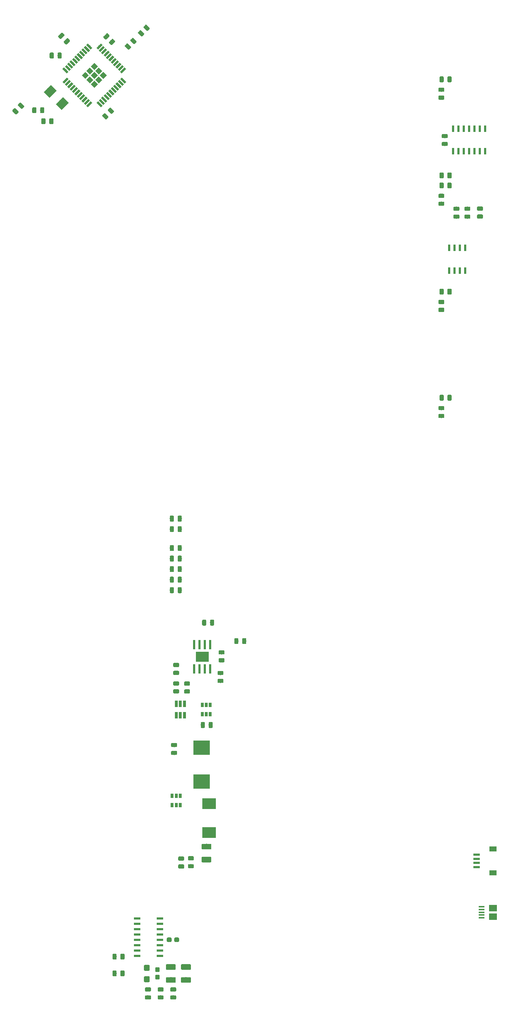
<source format=gbr>
G04 #@! TF.GenerationSoftware,KiCad,Pcbnew,(5.0.0)*
G04 #@! TF.CreationDate,2018-08-16T13:56:39+02:00*
G04 #@! TF.ProjectId,OTTOtact,4F54544F746163742E6B696361645F70,rev?*
G04 #@! TF.SameCoordinates,Original*
G04 #@! TF.FileFunction,Paste,Top*
G04 #@! TF.FilePolarity,Positive*
%FSLAX46Y46*%
G04 Gerber Fmt 4.6, Leading zero omitted, Abs format (unit mm)*
G04 Created by KiCad (PCBNEW (5.0.0)) date 08/16/18 13:56:39*
%MOMM*%
%LPD*%
G01*
G04 APERTURE LIST*
%ADD10R,0.600000X1.550000*%
%ADD11R,0.600000X1.500000*%
%ADD12C,1.160000*%
%ADD13C,0.100000*%
%ADD14C,0.550000*%
%ADD15R,1.900000X1.500000*%
%ADD16R,1.350000X0.400000*%
%ADD17R,0.650000X1.560000*%
%ADD18R,0.500000X2.200000*%
%ADD19R,3.100000X2.400000*%
%ADD20C,0.975000*%
%ADD21R,1.500000X0.600000*%
%ADD22C,1.050000*%
%ADD23R,3.300000X2.500000*%
%ADD24R,0.650000X1.060000*%
%ADD25C,1.900000*%
%ADD26R,1.550000X0.600000*%
%ADD27R,1.800000X1.200000*%
%ADD28C,1.325000*%
%ADD29R,4.000000X3.500000*%
%ADD30C,1.350000*%
G04 APERTURE END LIST*
D10*
G04 #@! TO.C,U2*
X176371093Y-38786048D03*
X175101093Y-38786048D03*
X173831093Y-38786048D03*
X172561093Y-38786048D03*
X172561093Y-33386048D03*
X173831093Y-33386048D03*
X175101093Y-33386048D03*
X176371093Y-33386048D03*
G04 #@! TD*
D11*
G04 #@! TO.C,IC1*
X181116179Y-10476911D03*
X179846179Y-10476911D03*
X178576179Y-10476911D03*
X177306179Y-10476911D03*
X176036179Y-10476911D03*
X174766179Y-10476911D03*
X173496179Y-10476911D03*
X173496179Y-5076911D03*
X174766179Y-5076911D03*
X176036179Y-5076911D03*
X177306179Y-5076911D03*
X178576179Y-5076911D03*
X179846179Y-5076911D03*
X181116179Y-5076911D03*
G04 #@! TD*
D12*
G04 #@! TO.C,U1*
X86100869Y7565615D03*
D13*
G36*
X85280625Y7565615D02*
X86100869Y8385859D01*
X86921113Y7565615D01*
X86100869Y6745371D01*
X85280625Y7565615D01*
X85280625Y7565615D01*
G37*
D12*
X90343509Y7565615D03*
D13*
G36*
X89523265Y7565615D02*
X90343509Y8385859D01*
X91163753Y7565615D01*
X90343509Y6745371D01*
X89523265Y7565615D01*
X89523265Y7565615D01*
G37*
D12*
X88222189Y9686935D03*
D13*
G36*
X87401945Y9686935D02*
X88222189Y10507179D01*
X89042433Y9686935D01*
X88222189Y8866691D01*
X87401945Y9686935D01*
X87401945Y9686935D01*
G37*
D12*
X89282849Y8626275D03*
D13*
G36*
X88462605Y8626275D02*
X89282849Y9446519D01*
X90103093Y8626275D01*
X89282849Y7806031D01*
X88462605Y8626275D01*
X88462605Y8626275D01*
G37*
D12*
X87161529Y8626275D03*
D13*
G36*
X86341285Y8626275D02*
X87161529Y9446519D01*
X87981773Y8626275D01*
X87161529Y7806031D01*
X86341285Y8626275D01*
X86341285Y8626275D01*
G37*
D12*
X88222189Y5444295D03*
D13*
G36*
X87401945Y5444295D02*
X88222189Y6264539D01*
X89042433Y5444295D01*
X88222189Y4624051D01*
X87401945Y5444295D01*
X87401945Y5444295D01*
G37*
D12*
X87161529Y6504955D03*
D13*
G36*
X86341285Y6504955D02*
X87161529Y7325199D01*
X87981773Y6504955D01*
X87161529Y5684711D01*
X86341285Y6504955D01*
X86341285Y6504955D01*
G37*
D12*
X89282849Y6504955D03*
D13*
G36*
X88462605Y6504955D02*
X89282849Y7325199D01*
X90103093Y6504955D01*
X89282849Y5684711D01*
X88462605Y6504955D01*
X88462605Y6504955D01*
G37*
D12*
X88222189Y7565615D03*
D13*
G36*
X87401945Y7565615D02*
X88222189Y8385859D01*
X89042433Y7565615D01*
X88222189Y6745371D01*
X87401945Y7565615D01*
X87401945Y7565615D01*
G37*
D14*
X89424271Y14424551D03*
D13*
G36*
X89088395Y13699767D02*
X88699487Y14088675D01*
X89760147Y15149335D01*
X90149055Y14760427D01*
X89088395Y13699767D01*
X89088395Y13699767D01*
G37*
D14*
X89989956Y13858865D03*
D13*
G36*
X89654080Y13134081D02*
X89265172Y13522989D01*
X90325832Y14583649D01*
X90714740Y14194741D01*
X89654080Y13134081D01*
X89654080Y13134081D01*
G37*
D14*
X90555641Y13293180D03*
D13*
G36*
X90219765Y12568396D02*
X89830857Y12957304D01*
X90891517Y14017964D01*
X91280425Y13629056D01*
X90219765Y12568396D01*
X90219765Y12568396D01*
G37*
D14*
X91121327Y12727495D03*
D13*
G36*
X90785451Y12002711D02*
X90396543Y12391619D01*
X91457203Y13452279D01*
X91846111Y13063371D01*
X90785451Y12002711D01*
X90785451Y12002711D01*
G37*
D14*
X91687012Y12161809D03*
D13*
G36*
X91351136Y11437025D02*
X90962228Y11825933D01*
X92022888Y12886593D01*
X92411796Y12497685D01*
X91351136Y11437025D01*
X91351136Y11437025D01*
G37*
D14*
X92252698Y11596124D03*
D13*
G36*
X91916822Y10871340D02*
X91527914Y11260248D01*
X92588574Y12320908D01*
X92977482Y11932000D01*
X91916822Y10871340D01*
X91916822Y10871340D01*
G37*
D14*
X92818383Y11030438D03*
D13*
G36*
X92482507Y10305654D02*
X92093599Y10694562D01*
X93154259Y11755222D01*
X93543167Y11366314D01*
X92482507Y10305654D01*
X92482507Y10305654D01*
G37*
D14*
X93384069Y10464753D03*
D13*
G36*
X93048193Y9739969D02*
X92659285Y10128877D01*
X93719945Y11189537D01*
X94108853Y10800629D01*
X93048193Y9739969D01*
X93048193Y9739969D01*
G37*
D14*
X93949754Y9899067D03*
D13*
G36*
X93613878Y9174283D02*
X93224970Y9563191D01*
X94285630Y10623851D01*
X94674538Y10234943D01*
X93613878Y9174283D01*
X93613878Y9174283D01*
G37*
D14*
X94515439Y9333382D03*
D13*
G36*
X94179563Y8608598D02*
X93790655Y8997506D01*
X94851315Y10058166D01*
X95240223Y9669258D01*
X94179563Y8608598D01*
X94179563Y8608598D01*
G37*
D14*
X95081125Y8767697D03*
D13*
G36*
X94745249Y8042913D02*
X94356341Y8431821D01*
X95417001Y9492481D01*
X95805909Y9103573D01*
X94745249Y8042913D01*
X94745249Y8042913D01*
G37*
D14*
X95081125Y6363533D03*
D13*
G36*
X94356341Y6699409D02*
X94745249Y7088317D01*
X95805909Y6027657D01*
X95417001Y5638749D01*
X94356341Y6699409D01*
X94356341Y6699409D01*
G37*
D14*
X94515439Y5797848D03*
D13*
G36*
X93790655Y6133724D02*
X94179563Y6522632D01*
X95240223Y5461972D01*
X94851315Y5073064D01*
X93790655Y6133724D01*
X93790655Y6133724D01*
G37*
D14*
X93949754Y5232163D03*
D13*
G36*
X93224970Y5568039D02*
X93613878Y5956947D01*
X94674538Y4896287D01*
X94285630Y4507379D01*
X93224970Y5568039D01*
X93224970Y5568039D01*
G37*
D14*
X93384069Y4666477D03*
D13*
G36*
X92659285Y5002353D02*
X93048193Y5391261D01*
X94108853Y4330601D01*
X93719945Y3941693D01*
X92659285Y5002353D01*
X92659285Y5002353D01*
G37*
D14*
X92818383Y4100792D03*
D13*
G36*
X92093599Y4436668D02*
X92482507Y4825576D01*
X93543167Y3764916D01*
X93154259Y3376008D01*
X92093599Y4436668D01*
X92093599Y4436668D01*
G37*
D14*
X92252698Y3535106D03*
D13*
G36*
X91527914Y3870982D02*
X91916822Y4259890D01*
X92977482Y3199230D01*
X92588574Y2810322D01*
X91527914Y3870982D01*
X91527914Y3870982D01*
G37*
D14*
X91687012Y2969421D03*
D13*
G36*
X90962228Y3305297D02*
X91351136Y3694205D01*
X92411796Y2633545D01*
X92022888Y2244637D01*
X90962228Y3305297D01*
X90962228Y3305297D01*
G37*
D14*
X91121327Y2403735D03*
D13*
G36*
X90396543Y2739611D02*
X90785451Y3128519D01*
X91846111Y2067859D01*
X91457203Y1678951D01*
X90396543Y2739611D01*
X90396543Y2739611D01*
G37*
D14*
X90555641Y1838050D03*
D13*
G36*
X89830857Y2173926D02*
X90219765Y2562834D01*
X91280425Y1502174D01*
X90891517Y1113266D01*
X89830857Y2173926D01*
X89830857Y2173926D01*
G37*
D14*
X89989956Y1272365D03*
D13*
G36*
X89265172Y1608241D02*
X89654080Y1997149D01*
X90714740Y936489D01*
X90325832Y547581D01*
X89265172Y1608241D01*
X89265172Y1608241D01*
G37*
D14*
X89424271Y706679D03*
D13*
G36*
X88699487Y1042555D02*
X89088395Y1431463D01*
X90149055Y370803D01*
X89760147Y-18105D01*
X88699487Y1042555D01*
X88699487Y1042555D01*
G37*
D14*
X87020107Y706679D03*
D13*
G36*
X86684231Y-18105D02*
X86295323Y370803D01*
X87355983Y1431463D01*
X87744891Y1042555D01*
X86684231Y-18105D01*
X86684231Y-18105D01*
G37*
D14*
X86454422Y1272365D03*
D13*
G36*
X86118546Y547581D02*
X85729638Y936489D01*
X86790298Y1997149D01*
X87179206Y1608241D01*
X86118546Y547581D01*
X86118546Y547581D01*
G37*
D14*
X85888737Y1838050D03*
D13*
G36*
X85552861Y1113266D02*
X85163953Y1502174D01*
X86224613Y2562834D01*
X86613521Y2173926D01*
X85552861Y1113266D01*
X85552861Y1113266D01*
G37*
D14*
X85323051Y2403735D03*
D13*
G36*
X84987175Y1678951D02*
X84598267Y2067859D01*
X85658927Y3128519D01*
X86047835Y2739611D01*
X84987175Y1678951D01*
X84987175Y1678951D01*
G37*
D14*
X84757366Y2969421D03*
D13*
G36*
X84421490Y2244637D02*
X84032582Y2633545D01*
X85093242Y3694205D01*
X85482150Y3305297D01*
X84421490Y2244637D01*
X84421490Y2244637D01*
G37*
D14*
X84191680Y3535106D03*
D13*
G36*
X83855804Y2810322D02*
X83466896Y3199230D01*
X84527556Y4259890D01*
X84916464Y3870982D01*
X83855804Y2810322D01*
X83855804Y2810322D01*
G37*
D14*
X83625995Y4100792D03*
D13*
G36*
X83290119Y3376008D02*
X82901211Y3764916D01*
X83961871Y4825576D01*
X84350779Y4436668D01*
X83290119Y3376008D01*
X83290119Y3376008D01*
G37*
D14*
X83060309Y4666477D03*
D13*
G36*
X82724433Y3941693D02*
X82335525Y4330601D01*
X83396185Y5391261D01*
X83785093Y5002353D01*
X82724433Y3941693D01*
X82724433Y3941693D01*
G37*
D14*
X82494624Y5232163D03*
D13*
G36*
X82158748Y4507379D02*
X81769840Y4896287D01*
X82830500Y5956947D01*
X83219408Y5568039D01*
X82158748Y4507379D01*
X82158748Y4507379D01*
G37*
D14*
X81928939Y5797848D03*
D13*
G36*
X81593063Y5073064D02*
X81204155Y5461972D01*
X82264815Y6522632D01*
X82653723Y6133724D01*
X81593063Y5073064D01*
X81593063Y5073064D01*
G37*
D14*
X81363253Y6363533D03*
D13*
G36*
X81027377Y5638749D02*
X80638469Y6027657D01*
X81699129Y7088317D01*
X82088037Y6699409D01*
X81027377Y5638749D01*
X81027377Y5638749D01*
G37*
D14*
X81363253Y8767697D03*
D13*
G36*
X80638469Y9103573D02*
X81027377Y9492481D01*
X82088037Y8431821D01*
X81699129Y8042913D01*
X80638469Y9103573D01*
X80638469Y9103573D01*
G37*
D14*
X81928939Y9333382D03*
D13*
G36*
X81204155Y9669258D02*
X81593063Y10058166D01*
X82653723Y8997506D01*
X82264815Y8608598D01*
X81204155Y9669258D01*
X81204155Y9669258D01*
G37*
D14*
X82494624Y9899067D03*
D13*
G36*
X81769840Y10234943D02*
X82158748Y10623851D01*
X83219408Y9563191D01*
X82830500Y9174283D01*
X81769840Y10234943D01*
X81769840Y10234943D01*
G37*
D14*
X83060309Y10464753D03*
D13*
G36*
X82335525Y10800629D02*
X82724433Y11189537D01*
X83785093Y10128877D01*
X83396185Y9739969D01*
X82335525Y10800629D01*
X82335525Y10800629D01*
G37*
D14*
X83625995Y11030438D03*
D13*
G36*
X82901211Y11366314D02*
X83290119Y11755222D01*
X84350779Y10694562D01*
X83961871Y10305654D01*
X82901211Y11366314D01*
X82901211Y11366314D01*
G37*
D14*
X84191680Y11596124D03*
D13*
G36*
X83466896Y11932000D02*
X83855804Y12320908D01*
X84916464Y11260248D01*
X84527556Y10871340D01*
X83466896Y11932000D01*
X83466896Y11932000D01*
G37*
D14*
X84757366Y12161809D03*
D13*
G36*
X84032582Y12497685D02*
X84421490Y12886593D01*
X85482150Y11825933D01*
X85093242Y11437025D01*
X84032582Y12497685D01*
X84032582Y12497685D01*
G37*
D14*
X85323051Y12727495D03*
D13*
G36*
X84598267Y13063371D02*
X84987175Y13452279D01*
X86047835Y12391619D01*
X85658927Y12002711D01*
X84598267Y13063371D01*
X84598267Y13063371D01*
G37*
D14*
X85888737Y13293180D03*
D13*
G36*
X85163953Y13629056D02*
X85552861Y14017964D01*
X86613521Y12957304D01*
X86224613Y12568396D01*
X85163953Y13629056D01*
X85163953Y13629056D01*
G37*
D14*
X86454422Y13858865D03*
D13*
G36*
X85729638Y14194741D02*
X86118546Y14583649D01*
X87179206Y13522989D01*
X86790298Y13134081D01*
X85729638Y14194741D01*
X85729638Y14194741D01*
G37*
D14*
X87020107Y14424551D03*
D13*
G36*
X86295323Y14760427D02*
X86684231Y15149335D01*
X87744891Y14088675D01*
X87355983Y13699767D01*
X86295323Y14760427D01*
X86295323Y14760427D01*
G37*
G04 #@! TD*
D15*
G04 #@! TO.C,J2*
X183001881Y-192181059D03*
D16*
X180301881Y-191181059D03*
X180301881Y-190531059D03*
X180301881Y-189881059D03*
X180301881Y-192481059D03*
X180301881Y-191831059D03*
D15*
X183001881Y-190181059D03*
G04 #@! TD*
D17*
G04 #@! TO.C,M1*
X108666093Y-144336048D03*
X109616093Y-144336048D03*
X107716093Y-144336048D03*
X107716093Y-141636048D03*
X108666093Y-141636048D03*
X109616093Y-141636048D03*
G04 #@! TD*
D18*
G04 #@! TO.C,U3*
X115771093Y-133361048D03*
X114501093Y-133361048D03*
X113231093Y-133361048D03*
X111961093Y-133361048D03*
X111961093Y-127611048D03*
X113231093Y-127611048D03*
X114501093Y-127611048D03*
X115771093Y-127611048D03*
D19*
X113866093Y-130486048D03*
G04 #@! TD*
D13*
G04 #@! TO.C,R28*
G36*
X107452331Y-210885559D02*
X107475992Y-210889069D01*
X107499196Y-210894881D01*
X107521718Y-210902939D01*
X107543342Y-210913167D01*
X107563859Y-210925464D01*
X107583072Y-210939714D01*
X107600796Y-210955778D01*
X107616860Y-210973502D01*
X107631110Y-210992715D01*
X107643407Y-211013232D01*
X107653635Y-211034856D01*
X107661693Y-211057378D01*
X107667505Y-211080582D01*
X107671015Y-211104243D01*
X107672189Y-211128135D01*
X107672189Y-211615635D01*
X107671015Y-211639527D01*
X107667505Y-211663188D01*
X107661693Y-211686392D01*
X107653635Y-211708914D01*
X107643407Y-211730538D01*
X107631110Y-211751055D01*
X107616860Y-211770268D01*
X107600796Y-211787992D01*
X107583072Y-211804056D01*
X107563859Y-211818306D01*
X107543342Y-211830603D01*
X107521718Y-211840831D01*
X107499196Y-211848889D01*
X107475992Y-211854701D01*
X107452331Y-211858211D01*
X107428439Y-211859385D01*
X106515939Y-211859385D01*
X106492047Y-211858211D01*
X106468386Y-211854701D01*
X106445182Y-211848889D01*
X106422660Y-211840831D01*
X106401036Y-211830603D01*
X106380519Y-211818306D01*
X106361306Y-211804056D01*
X106343582Y-211787992D01*
X106327518Y-211770268D01*
X106313268Y-211751055D01*
X106300971Y-211730538D01*
X106290743Y-211708914D01*
X106282685Y-211686392D01*
X106276873Y-211663188D01*
X106273363Y-211639527D01*
X106272189Y-211615635D01*
X106272189Y-211128135D01*
X106273363Y-211104243D01*
X106276873Y-211080582D01*
X106282685Y-211057378D01*
X106290743Y-211034856D01*
X106300971Y-211013232D01*
X106313268Y-210992715D01*
X106327518Y-210973502D01*
X106343582Y-210955778D01*
X106361306Y-210939714D01*
X106380519Y-210925464D01*
X106401036Y-210913167D01*
X106422660Y-210902939D01*
X106445182Y-210894881D01*
X106468386Y-210889069D01*
X106492047Y-210885559D01*
X106515939Y-210884385D01*
X107428439Y-210884385D01*
X107452331Y-210885559D01*
X107452331Y-210885559D01*
G37*
D20*
X106972189Y-211371885D03*
D13*
G36*
X107452331Y-209010559D02*
X107475992Y-209014069D01*
X107499196Y-209019881D01*
X107521718Y-209027939D01*
X107543342Y-209038167D01*
X107563859Y-209050464D01*
X107583072Y-209064714D01*
X107600796Y-209080778D01*
X107616860Y-209098502D01*
X107631110Y-209117715D01*
X107643407Y-209138232D01*
X107653635Y-209159856D01*
X107661693Y-209182378D01*
X107667505Y-209205582D01*
X107671015Y-209229243D01*
X107672189Y-209253135D01*
X107672189Y-209740635D01*
X107671015Y-209764527D01*
X107667505Y-209788188D01*
X107661693Y-209811392D01*
X107653635Y-209833914D01*
X107643407Y-209855538D01*
X107631110Y-209876055D01*
X107616860Y-209895268D01*
X107600796Y-209912992D01*
X107583072Y-209929056D01*
X107563859Y-209943306D01*
X107543342Y-209955603D01*
X107521718Y-209965831D01*
X107499196Y-209973889D01*
X107475992Y-209979701D01*
X107452331Y-209983211D01*
X107428439Y-209984385D01*
X106515939Y-209984385D01*
X106492047Y-209983211D01*
X106468386Y-209979701D01*
X106445182Y-209973889D01*
X106422660Y-209965831D01*
X106401036Y-209955603D01*
X106380519Y-209943306D01*
X106361306Y-209929056D01*
X106343582Y-209912992D01*
X106327518Y-209895268D01*
X106313268Y-209876055D01*
X106300971Y-209855538D01*
X106290743Y-209833914D01*
X106282685Y-209811392D01*
X106276873Y-209788188D01*
X106273363Y-209764527D01*
X106272189Y-209740635D01*
X106272189Y-209253135D01*
X106273363Y-209229243D01*
X106276873Y-209205582D01*
X106282685Y-209182378D01*
X106290743Y-209159856D01*
X106300971Y-209138232D01*
X106313268Y-209117715D01*
X106327518Y-209098502D01*
X106343582Y-209080778D01*
X106361306Y-209064714D01*
X106380519Y-209050464D01*
X106401036Y-209038167D01*
X106422660Y-209027939D01*
X106445182Y-209019881D01*
X106468386Y-209014069D01*
X106492047Y-209010559D01*
X106515939Y-209009385D01*
X107428439Y-209009385D01*
X107452331Y-209010559D01*
X107452331Y-209010559D01*
G37*
D20*
X106972189Y-209496885D03*
G04 #@! TD*
D13*
G04 #@! TO.C,R29*
G36*
X104452331Y-210885559D02*
X104475992Y-210889069D01*
X104499196Y-210894881D01*
X104521718Y-210902939D01*
X104543342Y-210913167D01*
X104563859Y-210925464D01*
X104583072Y-210939714D01*
X104600796Y-210955778D01*
X104616860Y-210973502D01*
X104631110Y-210992715D01*
X104643407Y-211013232D01*
X104653635Y-211034856D01*
X104661693Y-211057378D01*
X104667505Y-211080582D01*
X104671015Y-211104243D01*
X104672189Y-211128135D01*
X104672189Y-211615635D01*
X104671015Y-211639527D01*
X104667505Y-211663188D01*
X104661693Y-211686392D01*
X104653635Y-211708914D01*
X104643407Y-211730538D01*
X104631110Y-211751055D01*
X104616860Y-211770268D01*
X104600796Y-211787992D01*
X104583072Y-211804056D01*
X104563859Y-211818306D01*
X104543342Y-211830603D01*
X104521718Y-211840831D01*
X104499196Y-211848889D01*
X104475992Y-211854701D01*
X104452331Y-211858211D01*
X104428439Y-211859385D01*
X103515939Y-211859385D01*
X103492047Y-211858211D01*
X103468386Y-211854701D01*
X103445182Y-211848889D01*
X103422660Y-211840831D01*
X103401036Y-211830603D01*
X103380519Y-211818306D01*
X103361306Y-211804056D01*
X103343582Y-211787992D01*
X103327518Y-211770268D01*
X103313268Y-211751055D01*
X103300971Y-211730538D01*
X103290743Y-211708914D01*
X103282685Y-211686392D01*
X103276873Y-211663188D01*
X103273363Y-211639527D01*
X103272189Y-211615635D01*
X103272189Y-211128135D01*
X103273363Y-211104243D01*
X103276873Y-211080582D01*
X103282685Y-211057378D01*
X103290743Y-211034856D01*
X103300971Y-211013232D01*
X103313268Y-210992715D01*
X103327518Y-210973502D01*
X103343582Y-210955778D01*
X103361306Y-210939714D01*
X103380519Y-210925464D01*
X103401036Y-210913167D01*
X103422660Y-210902939D01*
X103445182Y-210894881D01*
X103468386Y-210889069D01*
X103492047Y-210885559D01*
X103515939Y-210884385D01*
X104428439Y-210884385D01*
X104452331Y-210885559D01*
X104452331Y-210885559D01*
G37*
D20*
X103972189Y-211371885D03*
D13*
G36*
X104452331Y-209010559D02*
X104475992Y-209014069D01*
X104499196Y-209019881D01*
X104521718Y-209027939D01*
X104543342Y-209038167D01*
X104563859Y-209050464D01*
X104583072Y-209064714D01*
X104600796Y-209080778D01*
X104616860Y-209098502D01*
X104631110Y-209117715D01*
X104643407Y-209138232D01*
X104653635Y-209159856D01*
X104661693Y-209182378D01*
X104667505Y-209205582D01*
X104671015Y-209229243D01*
X104672189Y-209253135D01*
X104672189Y-209740635D01*
X104671015Y-209764527D01*
X104667505Y-209788188D01*
X104661693Y-209811392D01*
X104653635Y-209833914D01*
X104643407Y-209855538D01*
X104631110Y-209876055D01*
X104616860Y-209895268D01*
X104600796Y-209912992D01*
X104583072Y-209929056D01*
X104563859Y-209943306D01*
X104543342Y-209955603D01*
X104521718Y-209965831D01*
X104499196Y-209973889D01*
X104475992Y-209979701D01*
X104452331Y-209983211D01*
X104428439Y-209984385D01*
X103515939Y-209984385D01*
X103492047Y-209983211D01*
X103468386Y-209979701D01*
X103445182Y-209973889D01*
X103422660Y-209965831D01*
X103401036Y-209955603D01*
X103380519Y-209943306D01*
X103361306Y-209929056D01*
X103343582Y-209912992D01*
X103327518Y-209895268D01*
X103313268Y-209876055D01*
X103300971Y-209855538D01*
X103290743Y-209833914D01*
X103282685Y-209811392D01*
X103276873Y-209788188D01*
X103273363Y-209764527D01*
X103272189Y-209740635D01*
X103272189Y-209253135D01*
X103273363Y-209229243D01*
X103276873Y-209205582D01*
X103282685Y-209182378D01*
X103290743Y-209159856D01*
X103300971Y-209138232D01*
X103313268Y-209117715D01*
X103327518Y-209098502D01*
X103343582Y-209080778D01*
X103361306Y-209064714D01*
X103380519Y-209050464D01*
X103401036Y-209038167D01*
X103422660Y-209027939D01*
X103445182Y-209019881D01*
X103468386Y-209014069D01*
X103492047Y-209010559D01*
X103515939Y-209009385D01*
X104428439Y-209009385D01*
X104452331Y-209010559D01*
X104452331Y-209010559D01*
G37*
D20*
X103972189Y-209496885D03*
G04 #@! TD*
D13*
G04 #@! TO.C,R30*
G36*
X101452331Y-209010559D02*
X101475992Y-209014069D01*
X101499196Y-209019881D01*
X101521718Y-209027939D01*
X101543342Y-209038167D01*
X101563859Y-209050464D01*
X101583072Y-209064714D01*
X101600796Y-209080778D01*
X101616860Y-209098502D01*
X101631110Y-209117715D01*
X101643407Y-209138232D01*
X101653635Y-209159856D01*
X101661693Y-209182378D01*
X101667505Y-209205582D01*
X101671015Y-209229243D01*
X101672189Y-209253135D01*
X101672189Y-209740635D01*
X101671015Y-209764527D01*
X101667505Y-209788188D01*
X101661693Y-209811392D01*
X101653635Y-209833914D01*
X101643407Y-209855538D01*
X101631110Y-209876055D01*
X101616860Y-209895268D01*
X101600796Y-209912992D01*
X101583072Y-209929056D01*
X101563859Y-209943306D01*
X101543342Y-209955603D01*
X101521718Y-209965831D01*
X101499196Y-209973889D01*
X101475992Y-209979701D01*
X101452331Y-209983211D01*
X101428439Y-209984385D01*
X100515939Y-209984385D01*
X100492047Y-209983211D01*
X100468386Y-209979701D01*
X100445182Y-209973889D01*
X100422660Y-209965831D01*
X100401036Y-209955603D01*
X100380519Y-209943306D01*
X100361306Y-209929056D01*
X100343582Y-209912992D01*
X100327518Y-209895268D01*
X100313268Y-209876055D01*
X100300971Y-209855538D01*
X100290743Y-209833914D01*
X100282685Y-209811392D01*
X100276873Y-209788188D01*
X100273363Y-209764527D01*
X100272189Y-209740635D01*
X100272189Y-209253135D01*
X100273363Y-209229243D01*
X100276873Y-209205582D01*
X100282685Y-209182378D01*
X100290743Y-209159856D01*
X100300971Y-209138232D01*
X100313268Y-209117715D01*
X100327518Y-209098502D01*
X100343582Y-209080778D01*
X100361306Y-209064714D01*
X100380519Y-209050464D01*
X100401036Y-209038167D01*
X100422660Y-209027939D01*
X100445182Y-209019881D01*
X100468386Y-209014069D01*
X100492047Y-209010559D01*
X100515939Y-209009385D01*
X101428439Y-209009385D01*
X101452331Y-209010559D01*
X101452331Y-209010559D01*
G37*
D20*
X100972189Y-209496885D03*
D13*
G36*
X101452331Y-210885559D02*
X101475992Y-210889069D01*
X101499196Y-210894881D01*
X101521718Y-210902939D01*
X101543342Y-210913167D01*
X101563859Y-210925464D01*
X101583072Y-210939714D01*
X101600796Y-210955778D01*
X101616860Y-210973502D01*
X101631110Y-210992715D01*
X101643407Y-211013232D01*
X101653635Y-211034856D01*
X101661693Y-211057378D01*
X101667505Y-211080582D01*
X101671015Y-211104243D01*
X101672189Y-211128135D01*
X101672189Y-211615635D01*
X101671015Y-211639527D01*
X101667505Y-211663188D01*
X101661693Y-211686392D01*
X101653635Y-211708914D01*
X101643407Y-211730538D01*
X101631110Y-211751055D01*
X101616860Y-211770268D01*
X101600796Y-211787992D01*
X101583072Y-211804056D01*
X101563859Y-211818306D01*
X101543342Y-211830603D01*
X101521718Y-211840831D01*
X101499196Y-211848889D01*
X101475992Y-211854701D01*
X101452331Y-211858211D01*
X101428439Y-211859385D01*
X100515939Y-211859385D01*
X100492047Y-211858211D01*
X100468386Y-211854701D01*
X100445182Y-211848889D01*
X100422660Y-211840831D01*
X100401036Y-211830603D01*
X100380519Y-211818306D01*
X100361306Y-211804056D01*
X100343582Y-211787992D01*
X100327518Y-211770268D01*
X100313268Y-211751055D01*
X100300971Y-211730538D01*
X100290743Y-211708914D01*
X100282685Y-211686392D01*
X100276873Y-211663188D01*
X100273363Y-211639527D01*
X100272189Y-211615635D01*
X100272189Y-211128135D01*
X100273363Y-211104243D01*
X100276873Y-211080582D01*
X100282685Y-211057378D01*
X100290743Y-211034856D01*
X100300971Y-211013232D01*
X100313268Y-210992715D01*
X100327518Y-210973502D01*
X100343582Y-210955778D01*
X100361306Y-210939714D01*
X100380519Y-210925464D01*
X100401036Y-210913167D01*
X100422660Y-210902939D01*
X100445182Y-210894881D01*
X100468386Y-210889069D01*
X100492047Y-210885559D01*
X100515939Y-210884385D01*
X101428439Y-210884385D01*
X101452331Y-210885559D01*
X101452331Y-210885559D01*
G37*
D20*
X100972189Y-211371885D03*
G04 #@! TD*
D13*
G04 #@! TO.C,R33*
G36*
X93300840Y-204985559D02*
X93324501Y-204989069D01*
X93347705Y-204994881D01*
X93370227Y-205002939D01*
X93391851Y-205013167D01*
X93412368Y-205025464D01*
X93431581Y-205039714D01*
X93449305Y-205055778D01*
X93465369Y-205073502D01*
X93479619Y-205092715D01*
X93491916Y-205113232D01*
X93502144Y-205134856D01*
X93510202Y-205157378D01*
X93516014Y-205180582D01*
X93519524Y-205204243D01*
X93520698Y-205228135D01*
X93520698Y-206140635D01*
X93519524Y-206164527D01*
X93516014Y-206188188D01*
X93510202Y-206211392D01*
X93502144Y-206233914D01*
X93491916Y-206255538D01*
X93479619Y-206276055D01*
X93465369Y-206295268D01*
X93449305Y-206312992D01*
X93431581Y-206329056D01*
X93412368Y-206343306D01*
X93391851Y-206355603D01*
X93370227Y-206365831D01*
X93347705Y-206373889D01*
X93324501Y-206379701D01*
X93300840Y-206383211D01*
X93276948Y-206384385D01*
X92789448Y-206384385D01*
X92765556Y-206383211D01*
X92741895Y-206379701D01*
X92718691Y-206373889D01*
X92696169Y-206365831D01*
X92674545Y-206355603D01*
X92654028Y-206343306D01*
X92634815Y-206329056D01*
X92617091Y-206312992D01*
X92601027Y-206295268D01*
X92586777Y-206276055D01*
X92574480Y-206255538D01*
X92564252Y-206233914D01*
X92556194Y-206211392D01*
X92550382Y-206188188D01*
X92546872Y-206164527D01*
X92545698Y-206140635D01*
X92545698Y-205228135D01*
X92546872Y-205204243D01*
X92550382Y-205180582D01*
X92556194Y-205157378D01*
X92564252Y-205134856D01*
X92574480Y-205113232D01*
X92586777Y-205092715D01*
X92601027Y-205073502D01*
X92617091Y-205055778D01*
X92634815Y-205039714D01*
X92654028Y-205025464D01*
X92674545Y-205013167D01*
X92696169Y-205002939D01*
X92718691Y-204994881D01*
X92741895Y-204989069D01*
X92765556Y-204985559D01*
X92789448Y-204984385D01*
X93276948Y-204984385D01*
X93300840Y-204985559D01*
X93300840Y-204985559D01*
G37*
D20*
X93033198Y-205684385D03*
D13*
G36*
X95175840Y-204985559D02*
X95199501Y-204989069D01*
X95222705Y-204994881D01*
X95245227Y-205002939D01*
X95266851Y-205013167D01*
X95287368Y-205025464D01*
X95306581Y-205039714D01*
X95324305Y-205055778D01*
X95340369Y-205073502D01*
X95354619Y-205092715D01*
X95366916Y-205113232D01*
X95377144Y-205134856D01*
X95385202Y-205157378D01*
X95391014Y-205180582D01*
X95394524Y-205204243D01*
X95395698Y-205228135D01*
X95395698Y-206140635D01*
X95394524Y-206164527D01*
X95391014Y-206188188D01*
X95385202Y-206211392D01*
X95377144Y-206233914D01*
X95366916Y-206255538D01*
X95354619Y-206276055D01*
X95340369Y-206295268D01*
X95324305Y-206312992D01*
X95306581Y-206329056D01*
X95287368Y-206343306D01*
X95266851Y-206355603D01*
X95245227Y-206365831D01*
X95222705Y-206373889D01*
X95199501Y-206379701D01*
X95175840Y-206383211D01*
X95151948Y-206384385D01*
X94664448Y-206384385D01*
X94640556Y-206383211D01*
X94616895Y-206379701D01*
X94593691Y-206373889D01*
X94571169Y-206365831D01*
X94549545Y-206355603D01*
X94529028Y-206343306D01*
X94509815Y-206329056D01*
X94492091Y-206312992D01*
X94476027Y-206295268D01*
X94461777Y-206276055D01*
X94449480Y-206255538D01*
X94439252Y-206233914D01*
X94431194Y-206211392D01*
X94425382Y-206188188D01*
X94421872Y-206164527D01*
X94420698Y-206140635D01*
X94420698Y-205228135D01*
X94421872Y-205204243D01*
X94425382Y-205180582D01*
X94431194Y-205157378D01*
X94439252Y-205134856D01*
X94449480Y-205113232D01*
X94461777Y-205092715D01*
X94476027Y-205073502D01*
X94492091Y-205055778D01*
X94509815Y-205039714D01*
X94529028Y-205025464D01*
X94549545Y-205013167D01*
X94571169Y-205002939D01*
X94593691Y-204994881D01*
X94616895Y-204989069D01*
X94640556Y-204985559D01*
X94664448Y-204984385D01*
X95151948Y-204984385D01*
X95175840Y-204985559D01*
X95175840Y-204985559D01*
G37*
D20*
X94908198Y-205684385D03*
G04 #@! TD*
D13*
G04 #@! TO.C,R34*
G36*
X93300840Y-200998076D02*
X93324501Y-201001586D01*
X93347705Y-201007398D01*
X93370227Y-201015456D01*
X93391851Y-201025684D01*
X93412368Y-201037981D01*
X93431581Y-201052231D01*
X93449305Y-201068295D01*
X93465369Y-201086019D01*
X93479619Y-201105232D01*
X93491916Y-201125749D01*
X93502144Y-201147373D01*
X93510202Y-201169895D01*
X93516014Y-201193099D01*
X93519524Y-201216760D01*
X93520698Y-201240652D01*
X93520698Y-202153152D01*
X93519524Y-202177044D01*
X93516014Y-202200705D01*
X93510202Y-202223909D01*
X93502144Y-202246431D01*
X93491916Y-202268055D01*
X93479619Y-202288572D01*
X93465369Y-202307785D01*
X93449305Y-202325509D01*
X93431581Y-202341573D01*
X93412368Y-202355823D01*
X93391851Y-202368120D01*
X93370227Y-202378348D01*
X93347705Y-202386406D01*
X93324501Y-202392218D01*
X93300840Y-202395728D01*
X93276948Y-202396902D01*
X92789448Y-202396902D01*
X92765556Y-202395728D01*
X92741895Y-202392218D01*
X92718691Y-202386406D01*
X92696169Y-202378348D01*
X92674545Y-202368120D01*
X92654028Y-202355823D01*
X92634815Y-202341573D01*
X92617091Y-202325509D01*
X92601027Y-202307785D01*
X92586777Y-202288572D01*
X92574480Y-202268055D01*
X92564252Y-202246431D01*
X92556194Y-202223909D01*
X92550382Y-202200705D01*
X92546872Y-202177044D01*
X92545698Y-202153152D01*
X92545698Y-201240652D01*
X92546872Y-201216760D01*
X92550382Y-201193099D01*
X92556194Y-201169895D01*
X92564252Y-201147373D01*
X92574480Y-201125749D01*
X92586777Y-201105232D01*
X92601027Y-201086019D01*
X92617091Y-201068295D01*
X92634815Y-201052231D01*
X92654028Y-201037981D01*
X92674545Y-201025684D01*
X92696169Y-201015456D01*
X92718691Y-201007398D01*
X92741895Y-201001586D01*
X92765556Y-200998076D01*
X92789448Y-200996902D01*
X93276948Y-200996902D01*
X93300840Y-200998076D01*
X93300840Y-200998076D01*
G37*
D20*
X93033198Y-201696902D03*
D13*
G36*
X95175840Y-200998076D02*
X95199501Y-201001586D01*
X95222705Y-201007398D01*
X95245227Y-201015456D01*
X95266851Y-201025684D01*
X95287368Y-201037981D01*
X95306581Y-201052231D01*
X95324305Y-201068295D01*
X95340369Y-201086019D01*
X95354619Y-201105232D01*
X95366916Y-201125749D01*
X95377144Y-201147373D01*
X95385202Y-201169895D01*
X95391014Y-201193099D01*
X95394524Y-201216760D01*
X95395698Y-201240652D01*
X95395698Y-202153152D01*
X95394524Y-202177044D01*
X95391014Y-202200705D01*
X95385202Y-202223909D01*
X95377144Y-202246431D01*
X95366916Y-202268055D01*
X95354619Y-202288572D01*
X95340369Y-202307785D01*
X95324305Y-202325509D01*
X95306581Y-202341573D01*
X95287368Y-202355823D01*
X95266851Y-202368120D01*
X95245227Y-202378348D01*
X95222705Y-202386406D01*
X95199501Y-202392218D01*
X95175840Y-202395728D01*
X95151948Y-202396902D01*
X94664448Y-202396902D01*
X94640556Y-202395728D01*
X94616895Y-202392218D01*
X94593691Y-202386406D01*
X94571169Y-202378348D01*
X94549545Y-202368120D01*
X94529028Y-202355823D01*
X94509815Y-202341573D01*
X94492091Y-202325509D01*
X94476027Y-202307785D01*
X94461777Y-202288572D01*
X94449480Y-202268055D01*
X94439252Y-202246431D01*
X94431194Y-202223909D01*
X94425382Y-202200705D01*
X94421872Y-202177044D01*
X94420698Y-202153152D01*
X94420698Y-201240652D01*
X94421872Y-201216760D01*
X94425382Y-201193099D01*
X94431194Y-201169895D01*
X94439252Y-201147373D01*
X94449480Y-201125749D01*
X94461777Y-201105232D01*
X94476027Y-201086019D01*
X94492091Y-201068295D01*
X94509815Y-201052231D01*
X94529028Y-201037981D01*
X94549545Y-201025684D01*
X94571169Y-201015456D01*
X94593691Y-201007398D01*
X94616895Y-201001586D01*
X94640556Y-200998076D01*
X94664448Y-200996902D01*
X95151948Y-200996902D01*
X95175840Y-200998076D01*
X95175840Y-200998076D01*
G37*
D20*
X94908198Y-201696902D03*
G04 #@! TD*
D21*
G04 #@! TO.C,U6*
X103806179Y-192664385D03*
X103806179Y-193934385D03*
X103806179Y-195204385D03*
X103806179Y-196474385D03*
X103806179Y-197744385D03*
X103806179Y-199014385D03*
X103806179Y-200284385D03*
X103806179Y-201554385D03*
X98406179Y-201554385D03*
X98406179Y-200284385D03*
X98406179Y-199014385D03*
X98406179Y-197744385D03*
X98406179Y-196474385D03*
X98406179Y-195204385D03*
X98406179Y-193934385D03*
X98406179Y-192664385D03*
G04 #@! TD*
D13*
G04 #@! TO.C,C1*
G36*
X92017222Y-92841D02*
X92040883Y-96351D01*
X92064087Y-102163D01*
X92086609Y-110221D01*
X92108233Y-120449D01*
X92128750Y-132746D01*
X92147963Y-146996D01*
X92165687Y-163060D01*
X92810922Y-808295D01*
X92826986Y-826019D01*
X92841236Y-845232D01*
X92853533Y-865749D01*
X92863761Y-887373D01*
X92871819Y-909895D01*
X92877631Y-933099D01*
X92881141Y-956760D01*
X92882315Y-980652D01*
X92881141Y-1004544D01*
X92877631Y-1028205D01*
X92871819Y-1051409D01*
X92863761Y-1073931D01*
X92853533Y-1095555D01*
X92841236Y-1116072D01*
X92826986Y-1135285D01*
X92810922Y-1153009D01*
X92466207Y-1497724D01*
X92448483Y-1513788D01*
X92429270Y-1528038D01*
X92408753Y-1540335D01*
X92387129Y-1550563D01*
X92364607Y-1558621D01*
X92341403Y-1564433D01*
X92317742Y-1567943D01*
X92293850Y-1569117D01*
X92269958Y-1567943D01*
X92246297Y-1564433D01*
X92223093Y-1558621D01*
X92200571Y-1550563D01*
X92178947Y-1540335D01*
X92158430Y-1528038D01*
X92139217Y-1513788D01*
X92121493Y-1497724D01*
X91476258Y-852489D01*
X91460194Y-834765D01*
X91445944Y-815552D01*
X91433647Y-795035D01*
X91423419Y-773411D01*
X91415361Y-750889D01*
X91409549Y-727685D01*
X91406039Y-704024D01*
X91404865Y-680132D01*
X91406039Y-656240D01*
X91409549Y-632579D01*
X91415361Y-609375D01*
X91423419Y-586853D01*
X91433647Y-565229D01*
X91445944Y-544712D01*
X91460194Y-525499D01*
X91476258Y-507775D01*
X91820973Y-163060D01*
X91838697Y-146996D01*
X91857910Y-132746D01*
X91878427Y-120449D01*
X91900051Y-110221D01*
X91922573Y-102163D01*
X91945777Y-96351D01*
X91969438Y-92841D01*
X91993330Y-91667D01*
X92017222Y-92841D01*
X92017222Y-92841D01*
G37*
D20*
X92143590Y-830392D03*
D13*
G36*
X90691396Y-1418667D02*
X90715057Y-1422177D01*
X90738261Y-1427989D01*
X90760783Y-1436047D01*
X90782407Y-1446275D01*
X90802924Y-1458572D01*
X90822137Y-1472822D01*
X90839861Y-1488886D01*
X91485096Y-2134121D01*
X91501160Y-2151845D01*
X91515410Y-2171058D01*
X91527707Y-2191575D01*
X91537935Y-2213199D01*
X91545993Y-2235721D01*
X91551805Y-2258925D01*
X91555315Y-2282586D01*
X91556489Y-2306478D01*
X91555315Y-2330370D01*
X91551805Y-2354031D01*
X91545993Y-2377235D01*
X91537935Y-2399757D01*
X91527707Y-2421381D01*
X91515410Y-2441898D01*
X91501160Y-2461111D01*
X91485096Y-2478835D01*
X91140381Y-2823550D01*
X91122657Y-2839614D01*
X91103444Y-2853864D01*
X91082927Y-2866161D01*
X91061303Y-2876389D01*
X91038781Y-2884447D01*
X91015577Y-2890259D01*
X90991916Y-2893769D01*
X90968024Y-2894943D01*
X90944132Y-2893769D01*
X90920471Y-2890259D01*
X90897267Y-2884447D01*
X90874745Y-2876389D01*
X90853121Y-2866161D01*
X90832604Y-2853864D01*
X90813391Y-2839614D01*
X90795667Y-2823550D01*
X90150432Y-2178315D01*
X90134368Y-2160591D01*
X90120118Y-2141378D01*
X90107821Y-2120861D01*
X90097593Y-2099237D01*
X90089535Y-2076715D01*
X90083723Y-2053511D01*
X90080213Y-2029850D01*
X90079039Y-2005958D01*
X90080213Y-1982066D01*
X90083723Y-1958405D01*
X90089535Y-1935201D01*
X90097593Y-1912679D01*
X90107821Y-1891055D01*
X90120118Y-1870538D01*
X90134368Y-1851325D01*
X90150432Y-1833601D01*
X90495147Y-1488886D01*
X90512871Y-1472822D01*
X90532084Y-1458572D01*
X90552601Y-1446275D01*
X90574225Y-1436047D01*
X90596747Y-1427989D01*
X90619951Y-1422177D01*
X90643612Y-1418667D01*
X90667504Y-1417493D01*
X90691396Y-1418667D01*
X90691396Y-1418667D01*
G37*
D20*
X90817764Y-2156218D03*
G04 #@! TD*
D13*
G04 #@! TO.C,C2*
G36*
X76386035Y-2619263D02*
X76409696Y-2622773D01*
X76432900Y-2628585D01*
X76455422Y-2636643D01*
X76477046Y-2646871D01*
X76497563Y-2659168D01*
X76516776Y-2673418D01*
X76534500Y-2689482D01*
X76550564Y-2707206D01*
X76564814Y-2726419D01*
X76577111Y-2746936D01*
X76587339Y-2768560D01*
X76595397Y-2791082D01*
X76601209Y-2814286D01*
X76604719Y-2837947D01*
X76605893Y-2861839D01*
X76605893Y-3774339D01*
X76604719Y-3798231D01*
X76601209Y-3821892D01*
X76595397Y-3845096D01*
X76587339Y-3867618D01*
X76577111Y-3889242D01*
X76564814Y-3909759D01*
X76550564Y-3928972D01*
X76534500Y-3946696D01*
X76516776Y-3962760D01*
X76497563Y-3977010D01*
X76477046Y-3989307D01*
X76455422Y-3999535D01*
X76432900Y-4007593D01*
X76409696Y-4013405D01*
X76386035Y-4016915D01*
X76362143Y-4018089D01*
X75874643Y-4018089D01*
X75850751Y-4016915D01*
X75827090Y-4013405D01*
X75803886Y-4007593D01*
X75781364Y-3999535D01*
X75759740Y-3989307D01*
X75739223Y-3977010D01*
X75720010Y-3962760D01*
X75702286Y-3946696D01*
X75686222Y-3928972D01*
X75671972Y-3909759D01*
X75659675Y-3889242D01*
X75649447Y-3867618D01*
X75641389Y-3845096D01*
X75635577Y-3821892D01*
X75632067Y-3798231D01*
X75630893Y-3774339D01*
X75630893Y-2861839D01*
X75632067Y-2837947D01*
X75635577Y-2814286D01*
X75641389Y-2791082D01*
X75649447Y-2768560D01*
X75659675Y-2746936D01*
X75671972Y-2726419D01*
X75686222Y-2707206D01*
X75702286Y-2689482D01*
X75720010Y-2673418D01*
X75739223Y-2659168D01*
X75759740Y-2646871D01*
X75781364Y-2636643D01*
X75803886Y-2628585D01*
X75827090Y-2622773D01*
X75850751Y-2619263D01*
X75874643Y-2618089D01*
X76362143Y-2618089D01*
X76386035Y-2619263D01*
X76386035Y-2619263D01*
G37*
D20*
X76118393Y-3318089D03*
D13*
G36*
X78261035Y-2619263D02*
X78284696Y-2622773D01*
X78307900Y-2628585D01*
X78330422Y-2636643D01*
X78352046Y-2646871D01*
X78372563Y-2659168D01*
X78391776Y-2673418D01*
X78409500Y-2689482D01*
X78425564Y-2707206D01*
X78439814Y-2726419D01*
X78452111Y-2746936D01*
X78462339Y-2768560D01*
X78470397Y-2791082D01*
X78476209Y-2814286D01*
X78479719Y-2837947D01*
X78480893Y-2861839D01*
X78480893Y-3774339D01*
X78479719Y-3798231D01*
X78476209Y-3821892D01*
X78470397Y-3845096D01*
X78462339Y-3867618D01*
X78452111Y-3889242D01*
X78439814Y-3909759D01*
X78425564Y-3928972D01*
X78409500Y-3946696D01*
X78391776Y-3962760D01*
X78372563Y-3977010D01*
X78352046Y-3989307D01*
X78330422Y-3999535D01*
X78307900Y-4007593D01*
X78284696Y-4013405D01*
X78261035Y-4016915D01*
X78237143Y-4018089D01*
X77749643Y-4018089D01*
X77725751Y-4016915D01*
X77702090Y-4013405D01*
X77678886Y-4007593D01*
X77656364Y-3999535D01*
X77634740Y-3989307D01*
X77614223Y-3977010D01*
X77595010Y-3962760D01*
X77577286Y-3946696D01*
X77561222Y-3928972D01*
X77546972Y-3909759D01*
X77534675Y-3889242D01*
X77524447Y-3867618D01*
X77516389Y-3845096D01*
X77510577Y-3821892D01*
X77507067Y-3798231D01*
X77505893Y-3774339D01*
X77505893Y-2861839D01*
X77507067Y-2837947D01*
X77510577Y-2814286D01*
X77516389Y-2791082D01*
X77524447Y-2768560D01*
X77534675Y-2746936D01*
X77546972Y-2726419D01*
X77561222Y-2707206D01*
X77577286Y-2689482D01*
X77595010Y-2673418D01*
X77614223Y-2659168D01*
X77634740Y-2646871D01*
X77656364Y-2636643D01*
X77678886Y-2628585D01*
X77702090Y-2622773D01*
X77725751Y-2619263D01*
X77749643Y-2618089D01*
X78237143Y-2618089D01*
X78261035Y-2619263D01*
X78261035Y-2619263D01*
G37*
D20*
X77993393Y-3318089D03*
G04 #@! TD*
D13*
G04 #@! TO.C,C3*
G36*
X74211035Y-19263D02*
X74234696Y-22773D01*
X74257900Y-28585D01*
X74280422Y-36643D01*
X74302046Y-46871D01*
X74322563Y-59168D01*
X74341776Y-73418D01*
X74359500Y-89482D01*
X74375564Y-107206D01*
X74389814Y-126419D01*
X74402111Y-146936D01*
X74412339Y-168560D01*
X74420397Y-191082D01*
X74426209Y-214286D01*
X74429719Y-237947D01*
X74430893Y-261839D01*
X74430893Y-1174339D01*
X74429719Y-1198231D01*
X74426209Y-1221892D01*
X74420397Y-1245096D01*
X74412339Y-1267618D01*
X74402111Y-1289242D01*
X74389814Y-1309759D01*
X74375564Y-1328972D01*
X74359500Y-1346696D01*
X74341776Y-1362760D01*
X74322563Y-1377010D01*
X74302046Y-1389307D01*
X74280422Y-1399535D01*
X74257900Y-1407593D01*
X74234696Y-1413405D01*
X74211035Y-1416915D01*
X74187143Y-1418089D01*
X73699643Y-1418089D01*
X73675751Y-1416915D01*
X73652090Y-1413405D01*
X73628886Y-1407593D01*
X73606364Y-1399535D01*
X73584740Y-1389307D01*
X73564223Y-1377010D01*
X73545010Y-1362760D01*
X73527286Y-1346696D01*
X73511222Y-1328972D01*
X73496972Y-1309759D01*
X73484675Y-1289242D01*
X73474447Y-1267618D01*
X73466389Y-1245096D01*
X73460577Y-1221892D01*
X73457067Y-1198231D01*
X73455893Y-1174339D01*
X73455893Y-261839D01*
X73457067Y-237947D01*
X73460577Y-214286D01*
X73466389Y-191082D01*
X73474447Y-168560D01*
X73484675Y-146936D01*
X73496972Y-126419D01*
X73511222Y-107206D01*
X73527286Y-89482D01*
X73545010Y-73418D01*
X73564223Y-59168D01*
X73584740Y-46871D01*
X73606364Y-36643D01*
X73628886Y-28585D01*
X73652090Y-22773D01*
X73675751Y-19263D01*
X73699643Y-18089D01*
X74187143Y-18089D01*
X74211035Y-19263D01*
X74211035Y-19263D01*
G37*
D20*
X73943393Y-718089D03*
D13*
G36*
X76086035Y-19263D02*
X76109696Y-22773D01*
X76132900Y-28585D01*
X76155422Y-36643D01*
X76177046Y-46871D01*
X76197563Y-59168D01*
X76216776Y-73418D01*
X76234500Y-89482D01*
X76250564Y-107206D01*
X76264814Y-126419D01*
X76277111Y-146936D01*
X76287339Y-168560D01*
X76295397Y-191082D01*
X76301209Y-214286D01*
X76304719Y-237947D01*
X76305893Y-261839D01*
X76305893Y-1174339D01*
X76304719Y-1198231D01*
X76301209Y-1221892D01*
X76295397Y-1245096D01*
X76287339Y-1267618D01*
X76277111Y-1289242D01*
X76264814Y-1309759D01*
X76250564Y-1328972D01*
X76234500Y-1346696D01*
X76216776Y-1362760D01*
X76197563Y-1377010D01*
X76177046Y-1389307D01*
X76155422Y-1399535D01*
X76132900Y-1407593D01*
X76109696Y-1413405D01*
X76086035Y-1416915D01*
X76062143Y-1418089D01*
X75574643Y-1418089D01*
X75550751Y-1416915D01*
X75527090Y-1413405D01*
X75503886Y-1407593D01*
X75481364Y-1399535D01*
X75459740Y-1389307D01*
X75439223Y-1377010D01*
X75420010Y-1362760D01*
X75402286Y-1346696D01*
X75386222Y-1328972D01*
X75371972Y-1309759D01*
X75359675Y-1289242D01*
X75349447Y-1267618D01*
X75341389Y-1245096D01*
X75335577Y-1221892D01*
X75332067Y-1198231D01*
X75330893Y-1174339D01*
X75330893Y-261839D01*
X75332067Y-237947D01*
X75335577Y-214286D01*
X75341389Y-191082D01*
X75349447Y-168560D01*
X75359675Y-146936D01*
X75371972Y-126419D01*
X75386222Y-107206D01*
X75402286Y-89482D01*
X75420010Y-73418D01*
X75439223Y-59168D01*
X75459740Y-46871D01*
X75481364Y-36643D01*
X75503886Y-28585D01*
X75527090Y-22773D01*
X75550751Y-19263D01*
X75574643Y-18089D01*
X76062143Y-18089D01*
X76086035Y-19263D01*
X76086035Y-19263D01*
G37*
D20*
X75818393Y-718089D03*
G04 #@! TD*
D13*
G04 #@! TO.C,C4*
G36*
X80542348Y17707159D02*
X80566009Y17703649D01*
X80589213Y17697837D01*
X80611735Y17689779D01*
X80633359Y17679551D01*
X80653876Y17667254D01*
X80673089Y17653004D01*
X80690813Y17636940D01*
X81035528Y17292225D01*
X81051592Y17274501D01*
X81065842Y17255288D01*
X81078139Y17234771D01*
X81088367Y17213147D01*
X81096425Y17190625D01*
X81102237Y17167421D01*
X81105747Y17143760D01*
X81106921Y17119868D01*
X81105747Y17095976D01*
X81102237Y17072315D01*
X81096425Y17049111D01*
X81088367Y17026589D01*
X81078139Y17004965D01*
X81065842Y16984448D01*
X81051592Y16965235D01*
X81035528Y16947511D01*
X80390293Y16302276D01*
X80372569Y16286212D01*
X80353356Y16271962D01*
X80332839Y16259665D01*
X80311215Y16249437D01*
X80288693Y16241379D01*
X80265489Y16235567D01*
X80241828Y16232057D01*
X80217936Y16230883D01*
X80194044Y16232057D01*
X80170383Y16235567D01*
X80147179Y16241379D01*
X80124657Y16249437D01*
X80103033Y16259665D01*
X80082516Y16271962D01*
X80063303Y16286212D01*
X80045579Y16302276D01*
X79700864Y16646991D01*
X79684800Y16664715D01*
X79670550Y16683928D01*
X79658253Y16704445D01*
X79648025Y16726069D01*
X79639967Y16748591D01*
X79634155Y16771795D01*
X79630645Y16795456D01*
X79629471Y16819348D01*
X79630645Y16843240D01*
X79634155Y16866901D01*
X79639967Y16890105D01*
X79648025Y16912627D01*
X79658253Y16934251D01*
X79670550Y16954768D01*
X79684800Y16973981D01*
X79700864Y16991705D01*
X80346099Y17636940D01*
X80363823Y17653004D01*
X80383036Y17667254D01*
X80403553Y17679551D01*
X80425177Y17689779D01*
X80447699Y17697837D01*
X80470903Y17703649D01*
X80494564Y17707159D01*
X80518456Y17708333D01*
X80542348Y17707159D01*
X80542348Y17707159D01*
G37*
D20*
X80368196Y16969608D03*
D13*
G36*
X81868174Y16381333D02*
X81891835Y16377823D01*
X81915039Y16372011D01*
X81937561Y16363953D01*
X81959185Y16353725D01*
X81979702Y16341428D01*
X81998915Y16327178D01*
X82016639Y16311114D01*
X82361354Y15966399D01*
X82377418Y15948675D01*
X82391668Y15929462D01*
X82403965Y15908945D01*
X82414193Y15887321D01*
X82422251Y15864799D01*
X82428063Y15841595D01*
X82431573Y15817934D01*
X82432747Y15794042D01*
X82431573Y15770150D01*
X82428063Y15746489D01*
X82422251Y15723285D01*
X82414193Y15700763D01*
X82403965Y15679139D01*
X82391668Y15658622D01*
X82377418Y15639409D01*
X82361354Y15621685D01*
X81716119Y14976450D01*
X81698395Y14960386D01*
X81679182Y14946136D01*
X81658665Y14933839D01*
X81637041Y14923611D01*
X81614519Y14915553D01*
X81591315Y14909741D01*
X81567654Y14906231D01*
X81543762Y14905057D01*
X81519870Y14906231D01*
X81496209Y14909741D01*
X81473005Y14915553D01*
X81450483Y14923611D01*
X81428859Y14933839D01*
X81408342Y14946136D01*
X81389129Y14960386D01*
X81371405Y14976450D01*
X81026690Y15321165D01*
X81010626Y15338889D01*
X80996376Y15358102D01*
X80984079Y15378619D01*
X80973851Y15400243D01*
X80965793Y15422765D01*
X80959981Y15445969D01*
X80956471Y15469630D01*
X80955297Y15493522D01*
X80956471Y15517414D01*
X80959981Y15541075D01*
X80965793Y15564279D01*
X80973851Y15586801D01*
X80984079Y15608425D01*
X80996376Y15628942D01*
X81010626Y15648155D01*
X81026690Y15665879D01*
X81671925Y16311114D01*
X81689649Y16327178D01*
X81708862Y16341428D01*
X81729379Y16353725D01*
X81751003Y16363953D01*
X81773525Y16372011D01*
X81796729Y16377823D01*
X81820390Y16381333D01*
X81844282Y16382507D01*
X81868174Y16381333D01*
X81868174Y16381333D01*
G37*
D20*
X81694022Y15643782D03*
G04 #@! TD*
D13*
G04 #@! TO.C,C5*
G36*
X92592958Y16256549D02*
X92616619Y16253039D01*
X92639823Y16247227D01*
X92662345Y16239169D01*
X92683969Y16228941D01*
X92704486Y16216644D01*
X92723699Y16202394D01*
X92741423Y16186330D01*
X93086138Y15841615D01*
X93102202Y15823891D01*
X93116452Y15804678D01*
X93128749Y15784161D01*
X93138977Y15762537D01*
X93147035Y15740015D01*
X93152847Y15716811D01*
X93156357Y15693150D01*
X93157531Y15669258D01*
X93156357Y15645366D01*
X93152847Y15621705D01*
X93147035Y15598501D01*
X93138977Y15575979D01*
X93128749Y15554355D01*
X93116452Y15533838D01*
X93102202Y15514625D01*
X93086138Y15496901D01*
X92440903Y14851666D01*
X92423179Y14835602D01*
X92403966Y14821352D01*
X92383449Y14809055D01*
X92361825Y14798827D01*
X92339303Y14790769D01*
X92316099Y14784957D01*
X92292438Y14781447D01*
X92268546Y14780273D01*
X92244654Y14781447D01*
X92220993Y14784957D01*
X92197789Y14790769D01*
X92175267Y14798827D01*
X92153643Y14809055D01*
X92133126Y14821352D01*
X92113913Y14835602D01*
X92096189Y14851666D01*
X91751474Y15196381D01*
X91735410Y15214105D01*
X91721160Y15233318D01*
X91708863Y15253835D01*
X91698635Y15275459D01*
X91690577Y15297981D01*
X91684765Y15321185D01*
X91681255Y15344846D01*
X91680081Y15368738D01*
X91681255Y15392630D01*
X91684765Y15416291D01*
X91690577Y15439495D01*
X91698635Y15462017D01*
X91708863Y15483641D01*
X91721160Y15504158D01*
X91735410Y15523371D01*
X91751474Y15541095D01*
X92396709Y16186330D01*
X92414433Y16202394D01*
X92433646Y16216644D01*
X92454163Y16228941D01*
X92475787Y16239169D01*
X92498309Y16247227D01*
X92521513Y16253039D01*
X92545174Y16256549D01*
X92569066Y16257723D01*
X92592958Y16256549D01*
X92592958Y16256549D01*
G37*
D20*
X92418806Y15518998D03*
D13*
G36*
X91267132Y17582375D02*
X91290793Y17578865D01*
X91313997Y17573053D01*
X91336519Y17564995D01*
X91358143Y17554767D01*
X91378660Y17542470D01*
X91397873Y17528220D01*
X91415597Y17512156D01*
X91760312Y17167441D01*
X91776376Y17149717D01*
X91790626Y17130504D01*
X91802923Y17109987D01*
X91813151Y17088363D01*
X91821209Y17065841D01*
X91827021Y17042637D01*
X91830531Y17018976D01*
X91831705Y16995084D01*
X91830531Y16971192D01*
X91827021Y16947531D01*
X91821209Y16924327D01*
X91813151Y16901805D01*
X91802923Y16880181D01*
X91790626Y16859664D01*
X91776376Y16840451D01*
X91760312Y16822727D01*
X91115077Y16177492D01*
X91097353Y16161428D01*
X91078140Y16147178D01*
X91057623Y16134881D01*
X91035999Y16124653D01*
X91013477Y16116595D01*
X90990273Y16110783D01*
X90966612Y16107273D01*
X90942720Y16106099D01*
X90918828Y16107273D01*
X90895167Y16110783D01*
X90871963Y16116595D01*
X90849441Y16124653D01*
X90827817Y16134881D01*
X90807300Y16147178D01*
X90788087Y16161428D01*
X90770363Y16177492D01*
X90425648Y16522207D01*
X90409584Y16539931D01*
X90395334Y16559144D01*
X90383037Y16579661D01*
X90372809Y16601285D01*
X90364751Y16623807D01*
X90358939Y16647011D01*
X90355429Y16670672D01*
X90354255Y16694564D01*
X90355429Y16718456D01*
X90358939Y16742117D01*
X90364751Y16765321D01*
X90372809Y16787843D01*
X90383037Y16809467D01*
X90395334Y16829984D01*
X90409584Y16849197D01*
X90425648Y16866921D01*
X91070883Y17512156D01*
X91088607Y17528220D01*
X91107820Y17542470D01*
X91128337Y17554767D01*
X91149961Y17564995D01*
X91172483Y17573053D01*
X91195687Y17578865D01*
X91219348Y17582375D01*
X91243240Y17583549D01*
X91267132Y17582375D01*
X91267132Y17582375D01*
G37*
D20*
X91092980Y16844824D03*
G04 #@! TD*
D13*
G04 #@! TO.C,C6*
G36*
X80236035Y12980737D02*
X80259696Y12977227D01*
X80282900Y12971415D01*
X80305422Y12963357D01*
X80327046Y12953129D01*
X80347563Y12940832D01*
X80366776Y12926582D01*
X80384500Y12910518D01*
X80400564Y12892794D01*
X80414814Y12873581D01*
X80427111Y12853064D01*
X80437339Y12831440D01*
X80445397Y12808918D01*
X80451209Y12785714D01*
X80454719Y12762053D01*
X80455893Y12738161D01*
X80455893Y11825661D01*
X80454719Y11801769D01*
X80451209Y11778108D01*
X80445397Y11754904D01*
X80437339Y11732382D01*
X80427111Y11710758D01*
X80414814Y11690241D01*
X80400564Y11671028D01*
X80384500Y11653304D01*
X80366776Y11637240D01*
X80347563Y11622990D01*
X80327046Y11610693D01*
X80305422Y11600465D01*
X80282900Y11592407D01*
X80259696Y11586595D01*
X80236035Y11583085D01*
X80212143Y11581911D01*
X79724643Y11581911D01*
X79700751Y11583085D01*
X79677090Y11586595D01*
X79653886Y11592407D01*
X79631364Y11600465D01*
X79609740Y11610693D01*
X79589223Y11622990D01*
X79570010Y11637240D01*
X79552286Y11653304D01*
X79536222Y11671028D01*
X79521972Y11690241D01*
X79509675Y11710758D01*
X79499447Y11732382D01*
X79491389Y11754904D01*
X79485577Y11778108D01*
X79482067Y11801769D01*
X79480893Y11825661D01*
X79480893Y12738161D01*
X79482067Y12762053D01*
X79485577Y12785714D01*
X79491389Y12808918D01*
X79499447Y12831440D01*
X79509675Y12853064D01*
X79521972Y12873581D01*
X79536222Y12892794D01*
X79552286Y12910518D01*
X79570010Y12926582D01*
X79589223Y12940832D01*
X79609740Y12953129D01*
X79631364Y12963357D01*
X79653886Y12971415D01*
X79677090Y12977227D01*
X79700751Y12980737D01*
X79724643Y12981911D01*
X80212143Y12981911D01*
X80236035Y12980737D01*
X80236035Y12980737D01*
G37*
D20*
X79968393Y12281911D03*
D13*
G36*
X78361035Y12980737D02*
X78384696Y12977227D01*
X78407900Y12971415D01*
X78430422Y12963357D01*
X78452046Y12953129D01*
X78472563Y12940832D01*
X78491776Y12926582D01*
X78509500Y12910518D01*
X78525564Y12892794D01*
X78539814Y12873581D01*
X78552111Y12853064D01*
X78562339Y12831440D01*
X78570397Y12808918D01*
X78576209Y12785714D01*
X78579719Y12762053D01*
X78580893Y12738161D01*
X78580893Y11825661D01*
X78579719Y11801769D01*
X78576209Y11778108D01*
X78570397Y11754904D01*
X78562339Y11732382D01*
X78552111Y11710758D01*
X78539814Y11690241D01*
X78525564Y11671028D01*
X78509500Y11653304D01*
X78491776Y11637240D01*
X78472563Y11622990D01*
X78452046Y11610693D01*
X78430422Y11600465D01*
X78407900Y11592407D01*
X78384696Y11586595D01*
X78361035Y11583085D01*
X78337143Y11581911D01*
X77849643Y11581911D01*
X77825751Y11583085D01*
X77802090Y11586595D01*
X77778886Y11592407D01*
X77756364Y11600465D01*
X77734740Y11610693D01*
X77714223Y11622990D01*
X77695010Y11637240D01*
X77677286Y11653304D01*
X77661222Y11671028D01*
X77646972Y11690241D01*
X77634675Y11710758D01*
X77624447Y11732382D01*
X77616389Y11754904D01*
X77610577Y11778108D01*
X77607067Y11801769D01*
X77605893Y11825661D01*
X77605893Y12738161D01*
X77607067Y12762053D01*
X77610577Y12785714D01*
X77616389Y12808918D01*
X77624447Y12831440D01*
X77634675Y12853064D01*
X77646972Y12873581D01*
X77661222Y12892794D01*
X77677286Y12910518D01*
X77695010Y12926582D01*
X77714223Y12940832D01*
X77734740Y12953129D01*
X77756364Y12963357D01*
X77778886Y12971415D01*
X77802090Y12977227D01*
X77825751Y12980737D01*
X77849643Y12981911D01*
X78337143Y12981911D01*
X78361035Y12980737D01*
X78361035Y12980737D01*
G37*
D20*
X78093393Y12281911D03*
G04 #@! TD*
D13*
G04 #@! TO.C,C7*
G36*
X172911321Y7321915D02*
X172934982Y7318405D01*
X172958186Y7312593D01*
X172980708Y7304535D01*
X173002332Y7294307D01*
X173022849Y7282010D01*
X173042062Y7267760D01*
X173059786Y7251696D01*
X173075850Y7233972D01*
X173090100Y7214759D01*
X173102397Y7194242D01*
X173112625Y7172618D01*
X173120683Y7150096D01*
X173126495Y7126892D01*
X173130005Y7103231D01*
X173131179Y7079339D01*
X173131179Y6166839D01*
X173130005Y6142947D01*
X173126495Y6119286D01*
X173120683Y6096082D01*
X173112625Y6073560D01*
X173102397Y6051936D01*
X173090100Y6031419D01*
X173075850Y6012206D01*
X173059786Y5994482D01*
X173042062Y5978418D01*
X173022849Y5964168D01*
X173002332Y5951871D01*
X172980708Y5941643D01*
X172958186Y5933585D01*
X172934982Y5927773D01*
X172911321Y5924263D01*
X172887429Y5923089D01*
X172399929Y5923089D01*
X172376037Y5924263D01*
X172352376Y5927773D01*
X172329172Y5933585D01*
X172306650Y5941643D01*
X172285026Y5951871D01*
X172264509Y5964168D01*
X172245296Y5978418D01*
X172227572Y5994482D01*
X172211508Y6012206D01*
X172197258Y6031419D01*
X172184961Y6051936D01*
X172174733Y6073560D01*
X172166675Y6096082D01*
X172160863Y6119286D01*
X172157353Y6142947D01*
X172156179Y6166839D01*
X172156179Y7079339D01*
X172157353Y7103231D01*
X172160863Y7126892D01*
X172166675Y7150096D01*
X172174733Y7172618D01*
X172184961Y7194242D01*
X172197258Y7214759D01*
X172211508Y7233972D01*
X172227572Y7251696D01*
X172245296Y7267760D01*
X172264509Y7282010D01*
X172285026Y7294307D01*
X172306650Y7304535D01*
X172329172Y7312593D01*
X172352376Y7318405D01*
X172376037Y7321915D01*
X172399929Y7323089D01*
X172887429Y7323089D01*
X172911321Y7321915D01*
X172911321Y7321915D01*
G37*
D20*
X172643679Y6623089D03*
D13*
G36*
X171036321Y7321915D02*
X171059982Y7318405D01*
X171083186Y7312593D01*
X171105708Y7304535D01*
X171127332Y7294307D01*
X171147849Y7282010D01*
X171167062Y7267760D01*
X171184786Y7251696D01*
X171200850Y7233972D01*
X171215100Y7214759D01*
X171227397Y7194242D01*
X171237625Y7172618D01*
X171245683Y7150096D01*
X171251495Y7126892D01*
X171255005Y7103231D01*
X171256179Y7079339D01*
X171256179Y6166839D01*
X171255005Y6142947D01*
X171251495Y6119286D01*
X171245683Y6096082D01*
X171237625Y6073560D01*
X171227397Y6051936D01*
X171215100Y6031419D01*
X171200850Y6012206D01*
X171184786Y5994482D01*
X171167062Y5978418D01*
X171147849Y5964168D01*
X171127332Y5951871D01*
X171105708Y5941643D01*
X171083186Y5933585D01*
X171059982Y5927773D01*
X171036321Y5924263D01*
X171012429Y5923089D01*
X170524929Y5923089D01*
X170501037Y5924263D01*
X170477376Y5927773D01*
X170454172Y5933585D01*
X170431650Y5941643D01*
X170410026Y5951871D01*
X170389509Y5964168D01*
X170370296Y5978418D01*
X170352572Y5994482D01*
X170336508Y6012206D01*
X170322258Y6031419D01*
X170309961Y6051936D01*
X170299733Y6073560D01*
X170291675Y6096082D01*
X170285863Y6119286D01*
X170282353Y6142947D01*
X170281179Y6166839D01*
X170281179Y7079339D01*
X170282353Y7103231D01*
X170285863Y7126892D01*
X170291675Y7150096D01*
X170299733Y7172618D01*
X170309961Y7194242D01*
X170322258Y7214759D01*
X170336508Y7233972D01*
X170352572Y7251696D01*
X170370296Y7267760D01*
X170389509Y7282010D01*
X170410026Y7294307D01*
X170431650Y7304535D01*
X170454172Y7312593D01*
X170477376Y7318405D01*
X170501037Y7321915D01*
X170524929Y7323089D01*
X171012429Y7323089D01*
X171036321Y7321915D01*
X171036321Y7321915D01*
G37*
D20*
X170768679Y6623089D03*
G04 #@! TD*
D13*
G04 #@! TO.C,C8*
G36*
X172911321Y-17878085D02*
X172934982Y-17881595D01*
X172958186Y-17887407D01*
X172980708Y-17895465D01*
X173002332Y-17905693D01*
X173022849Y-17917990D01*
X173042062Y-17932240D01*
X173059786Y-17948304D01*
X173075850Y-17966028D01*
X173090100Y-17985241D01*
X173102397Y-18005758D01*
X173112625Y-18027382D01*
X173120683Y-18049904D01*
X173126495Y-18073108D01*
X173130005Y-18096769D01*
X173131179Y-18120661D01*
X173131179Y-19033161D01*
X173130005Y-19057053D01*
X173126495Y-19080714D01*
X173120683Y-19103918D01*
X173112625Y-19126440D01*
X173102397Y-19148064D01*
X173090100Y-19168581D01*
X173075850Y-19187794D01*
X173059786Y-19205518D01*
X173042062Y-19221582D01*
X173022849Y-19235832D01*
X173002332Y-19248129D01*
X172980708Y-19258357D01*
X172958186Y-19266415D01*
X172934982Y-19272227D01*
X172911321Y-19275737D01*
X172887429Y-19276911D01*
X172399929Y-19276911D01*
X172376037Y-19275737D01*
X172352376Y-19272227D01*
X172329172Y-19266415D01*
X172306650Y-19258357D01*
X172285026Y-19248129D01*
X172264509Y-19235832D01*
X172245296Y-19221582D01*
X172227572Y-19205518D01*
X172211508Y-19187794D01*
X172197258Y-19168581D01*
X172184961Y-19148064D01*
X172174733Y-19126440D01*
X172166675Y-19103918D01*
X172160863Y-19080714D01*
X172157353Y-19057053D01*
X172156179Y-19033161D01*
X172156179Y-18120661D01*
X172157353Y-18096769D01*
X172160863Y-18073108D01*
X172166675Y-18049904D01*
X172174733Y-18027382D01*
X172184961Y-18005758D01*
X172197258Y-17985241D01*
X172211508Y-17966028D01*
X172227572Y-17948304D01*
X172245296Y-17932240D01*
X172264509Y-17917990D01*
X172285026Y-17905693D01*
X172306650Y-17895465D01*
X172329172Y-17887407D01*
X172352376Y-17881595D01*
X172376037Y-17878085D01*
X172399929Y-17876911D01*
X172887429Y-17876911D01*
X172911321Y-17878085D01*
X172911321Y-17878085D01*
G37*
D20*
X172643679Y-18576911D03*
D13*
G36*
X171036321Y-17878085D02*
X171059982Y-17881595D01*
X171083186Y-17887407D01*
X171105708Y-17895465D01*
X171127332Y-17905693D01*
X171147849Y-17917990D01*
X171167062Y-17932240D01*
X171184786Y-17948304D01*
X171200850Y-17966028D01*
X171215100Y-17985241D01*
X171227397Y-18005758D01*
X171237625Y-18027382D01*
X171245683Y-18049904D01*
X171251495Y-18073108D01*
X171255005Y-18096769D01*
X171256179Y-18120661D01*
X171256179Y-19033161D01*
X171255005Y-19057053D01*
X171251495Y-19080714D01*
X171245683Y-19103918D01*
X171237625Y-19126440D01*
X171227397Y-19148064D01*
X171215100Y-19168581D01*
X171200850Y-19187794D01*
X171184786Y-19205518D01*
X171167062Y-19221582D01*
X171147849Y-19235832D01*
X171127332Y-19248129D01*
X171105708Y-19258357D01*
X171083186Y-19266415D01*
X171059982Y-19272227D01*
X171036321Y-19275737D01*
X171012429Y-19276911D01*
X170524929Y-19276911D01*
X170501037Y-19275737D01*
X170477376Y-19272227D01*
X170454172Y-19266415D01*
X170431650Y-19258357D01*
X170410026Y-19248129D01*
X170389509Y-19235832D01*
X170370296Y-19221582D01*
X170352572Y-19205518D01*
X170336508Y-19187794D01*
X170322258Y-19168581D01*
X170309961Y-19148064D01*
X170299733Y-19126440D01*
X170291675Y-19103918D01*
X170285863Y-19080714D01*
X170282353Y-19057053D01*
X170281179Y-19033161D01*
X170281179Y-18120661D01*
X170282353Y-18096769D01*
X170285863Y-18073108D01*
X170291675Y-18049904D01*
X170299733Y-18027382D01*
X170309961Y-18005758D01*
X170322258Y-17985241D01*
X170336508Y-17966028D01*
X170352572Y-17948304D01*
X170370296Y-17932240D01*
X170389509Y-17917990D01*
X170410026Y-17905693D01*
X170431650Y-17895465D01*
X170454172Y-17887407D01*
X170477376Y-17881595D01*
X170501037Y-17878085D01*
X170524929Y-17876911D01*
X171012429Y-17876911D01*
X171036321Y-17878085D01*
X171036321Y-17878085D01*
G37*
D20*
X170768679Y-18576911D03*
G04 #@! TD*
D13*
G04 #@! TO.C,C9*
G36*
X172911321Y-43078085D02*
X172934982Y-43081595D01*
X172958186Y-43087407D01*
X172980708Y-43095465D01*
X173002332Y-43105693D01*
X173022849Y-43117990D01*
X173042062Y-43132240D01*
X173059786Y-43148304D01*
X173075850Y-43166028D01*
X173090100Y-43185241D01*
X173102397Y-43205758D01*
X173112625Y-43227382D01*
X173120683Y-43249904D01*
X173126495Y-43273108D01*
X173130005Y-43296769D01*
X173131179Y-43320661D01*
X173131179Y-44233161D01*
X173130005Y-44257053D01*
X173126495Y-44280714D01*
X173120683Y-44303918D01*
X173112625Y-44326440D01*
X173102397Y-44348064D01*
X173090100Y-44368581D01*
X173075850Y-44387794D01*
X173059786Y-44405518D01*
X173042062Y-44421582D01*
X173022849Y-44435832D01*
X173002332Y-44448129D01*
X172980708Y-44458357D01*
X172958186Y-44466415D01*
X172934982Y-44472227D01*
X172911321Y-44475737D01*
X172887429Y-44476911D01*
X172399929Y-44476911D01*
X172376037Y-44475737D01*
X172352376Y-44472227D01*
X172329172Y-44466415D01*
X172306650Y-44458357D01*
X172285026Y-44448129D01*
X172264509Y-44435832D01*
X172245296Y-44421582D01*
X172227572Y-44405518D01*
X172211508Y-44387794D01*
X172197258Y-44368581D01*
X172184961Y-44348064D01*
X172174733Y-44326440D01*
X172166675Y-44303918D01*
X172160863Y-44280714D01*
X172157353Y-44257053D01*
X172156179Y-44233161D01*
X172156179Y-43320661D01*
X172157353Y-43296769D01*
X172160863Y-43273108D01*
X172166675Y-43249904D01*
X172174733Y-43227382D01*
X172184961Y-43205758D01*
X172197258Y-43185241D01*
X172211508Y-43166028D01*
X172227572Y-43148304D01*
X172245296Y-43132240D01*
X172264509Y-43117990D01*
X172285026Y-43105693D01*
X172306650Y-43095465D01*
X172329172Y-43087407D01*
X172352376Y-43081595D01*
X172376037Y-43078085D01*
X172399929Y-43076911D01*
X172887429Y-43076911D01*
X172911321Y-43078085D01*
X172911321Y-43078085D01*
G37*
D20*
X172643679Y-43776911D03*
D13*
G36*
X171036321Y-43078085D02*
X171059982Y-43081595D01*
X171083186Y-43087407D01*
X171105708Y-43095465D01*
X171127332Y-43105693D01*
X171147849Y-43117990D01*
X171167062Y-43132240D01*
X171184786Y-43148304D01*
X171200850Y-43166028D01*
X171215100Y-43185241D01*
X171227397Y-43205758D01*
X171237625Y-43227382D01*
X171245683Y-43249904D01*
X171251495Y-43273108D01*
X171255005Y-43296769D01*
X171256179Y-43320661D01*
X171256179Y-44233161D01*
X171255005Y-44257053D01*
X171251495Y-44280714D01*
X171245683Y-44303918D01*
X171237625Y-44326440D01*
X171227397Y-44348064D01*
X171215100Y-44368581D01*
X171200850Y-44387794D01*
X171184786Y-44405518D01*
X171167062Y-44421582D01*
X171147849Y-44435832D01*
X171127332Y-44448129D01*
X171105708Y-44458357D01*
X171083186Y-44466415D01*
X171059982Y-44472227D01*
X171036321Y-44475737D01*
X171012429Y-44476911D01*
X170524929Y-44476911D01*
X170501037Y-44475737D01*
X170477376Y-44472227D01*
X170454172Y-44466415D01*
X170431650Y-44458357D01*
X170410026Y-44448129D01*
X170389509Y-44435832D01*
X170370296Y-44421582D01*
X170352572Y-44405518D01*
X170336508Y-44387794D01*
X170322258Y-44368581D01*
X170309961Y-44348064D01*
X170299733Y-44326440D01*
X170291675Y-44303918D01*
X170285863Y-44280714D01*
X170282353Y-44257053D01*
X170281179Y-44233161D01*
X170281179Y-43320661D01*
X170282353Y-43296769D01*
X170285863Y-43273108D01*
X170291675Y-43249904D01*
X170299733Y-43227382D01*
X170309961Y-43205758D01*
X170322258Y-43185241D01*
X170336508Y-43166028D01*
X170352572Y-43148304D01*
X170370296Y-43132240D01*
X170389509Y-43117990D01*
X170410026Y-43105693D01*
X170431650Y-43095465D01*
X170454172Y-43087407D01*
X170477376Y-43081595D01*
X170501037Y-43078085D01*
X170524929Y-43076911D01*
X171012429Y-43076911D01*
X171036321Y-43078085D01*
X171036321Y-43078085D01*
G37*
D20*
X170768679Y-43776911D03*
G04 #@! TD*
D13*
G04 #@! TO.C,C10*
G36*
X172911321Y-68278085D02*
X172934982Y-68281595D01*
X172958186Y-68287407D01*
X172980708Y-68295465D01*
X173002332Y-68305693D01*
X173022849Y-68317990D01*
X173042062Y-68332240D01*
X173059786Y-68348304D01*
X173075850Y-68366028D01*
X173090100Y-68385241D01*
X173102397Y-68405758D01*
X173112625Y-68427382D01*
X173120683Y-68449904D01*
X173126495Y-68473108D01*
X173130005Y-68496769D01*
X173131179Y-68520661D01*
X173131179Y-69433161D01*
X173130005Y-69457053D01*
X173126495Y-69480714D01*
X173120683Y-69503918D01*
X173112625Y-69526440D01*
X173102397Y-69548064D01*
X173090100Y-69568581D01*
X173075850Y-69587794D01*
X173059786Y-69605518D01*
X173042062Y-69621582D01*
X173022849Y-69635832D01*
X173002332Y-69648129D01*
X172980708Y-69658357D01*
X172958186Y-69666415D01*
X172934982Y-69672227D01*
X172911321Y-69675737D01*
X172887429Y-69676911D01*
X172399929Y-69676911D01*
X172376037Y-69675737D01*
X172352376Y-69672227D01*
X172329172Y-69666415D01*
X172306650Y-69658357D01*
X172285026Y-69648129D01*
X172264509Y-69635832D01*
X172245296Y-69621582D01*
X172227572Y-69605518D01*
X172211508Y-69587794D01*
X172197258Y-69568581D01*
X172184961Y-69548064D01*
X172174733Y-69526440D01*
X172166675Y-69503918D01*
X172160863Y-69480714D01*
X172157353Y-69457053D01*
X172156179Y-69433161D01*
X172156179Y-68520661D01*
X172157353Y-68496769D01*
X172160863Y-68473108D01*
X172166675Y-68449904D01*
X172174733Y-68427382D01*
X172184961Y-68405758D01*
X172197258Y-68385241D01*
X172211508Y-68366028D01*
X172227572Y-68348304D01*
X172245296Y-68332240D01*
X172264509Y-68317990D01*
X172285026Y-68305693D01*
X172306650Y-68295465D01*
X172329172Y-68287407D01*
X172352376Y-68281595D01*
X172376037Y-68278085D01*
X172399929Y-68276911D01*
X172887429Y-68276911D01*
X172911321Y-68278085D01*
X172911321Y-68278085D01*
G37*
D20*
X172643679Y-68976911D03*
D13*
G36*
X171036321Y-68278085D02*
X171059982Y-68281595D01*
X171083186Y-68287407D01*
X171105708Y-68295465D01*
X171127332Y-68305693D01*
X171147849Y-68317990D01*
X171167062Y-68332240D01*
X171184786Y-68348304D01*
X171200850Y-68366028D01*
X171215100Y-68385241D01*
X171227397Y-68405758D01*
X171237625Y-68427382D01*
X171245683Y-68449904D01*
X171251495Y-68473108D01*
X171255005Y-68496769D01*
X171256179Y-68520661D01*
X171256179Y-69433161D01*
X171255005Y-69457053D01*
X171251495Y-69480714D01*
X171245683Y-69503918D01*
X171237625Y-69526440D01*
X171227397Y-69548064D01*
X171215100Y-69568581D01*
X171200850Y-69587794D01*
X171184786Y-69605518D01*
X171167062Y-69621582D01*
X171147849Y-69635832D01*
X171127332Y-69648129D01*
X171105708Y-69658357D01*
X171083186Y-69666415D01*
X171059982Y-69672227D01*
X171036321Y-69675737D01*
X171012429Y-69676911D01*
X170524929Y-69676911D01*
X170501037Y-69675737D01*
X170477376Y-69672227D01*
X170454172Y-69666415D01*
X170431650Y-69658357D01*
X170410026Y-69648129D01*
X170389509Y-69635832D01*
X170370296Y-69621582D01*
X170352572Y-69605518D01*
X170336508Y-69587794D01*
X170322258Y-69568581D01*
X170309961Y-69548064D01*
X170299733Y-69526440D01*
X170291675Y-69503918D01*
X170285863Y-69480714D01*
X170282353Y-69457053D01*
X170281179Y-69433161D01*
X170281179Y-68520661D01*
X170282353Y-68496769D01*
X170285863Y-68473108D01*
X170291675Y-68449904D01*
X170299733Y-68427382D01*
X170309961Y-68405758D01*
X170322258Y-68385241D01*
X170336508Y-68366028D01*
X170352572Y-68348304D01*
X170370296Y-68332240D01*
X170389509Y-68317990D01*
X170410026Y-68305693D01*
X170431650Y-68295465D01*
X170454172Y-68287407D01*
X170477376Y-68281595D01*
X170501037Y-68278085D01*
X170524929Y-68276911D01*
X171012429Y-68276911D01*
X171036321Y-68278085D01*
X171036321Y-68278085D01*
G37*
D20*
X170768679Y-68976911D03*
G04 #@! TD*
D13*
G04 #@! TO.C,C12*
G36*
X118946235Y-130837222D02*
X118969896Y-130840732D01*
X118993100Y-130846544D01*
X119015622Y-130854602D01*
X119037246Y-130864830D01*
X119057763Y-130877127D01*
X119076976Y-130891377D01*
X119094700Y-130907441D01*
X119110764Y-130925165D01*
X119125014Y-130944378D01*
X119137311Y-130964895D01*
X119147539Y-130986519D01*
X119155597Y-131009041D01*
X119161409Y-131032245D01*
X119164919Y-131055906D01*
X119166093Y-131079798D01*
X119166093Y-131567298D01*
X119164919Y-131591190D01*
X119161409Y-131614851D01*
X119155597Y-131638055D01*
X119147539Y-131660577D01*
X119137311Y-131682201D01*
X119125014Y-131702718D01*
X119110764Y-131721931D01*
X119094700Y-131739655D01*
X119076976Y-131755719D01*
X119057763Y-131769969D01*
X119037246Y-131782266D01*
X119015622Y-131792494D01*
X118993100Y-131800552D01*
X118969896Y-131806364D01*
X118946235Y-131809874D01*
X118922343Y-131811048D01*
X118009843Y-131811048D01*
X117985951Y-131809874D01*
X117962290Y-131806364D01*
X117939086Y-131800552D01*
X117916564Y-131792494D01*
X117894940Y-131782266D01*
X117874423Y-131769969D01*
X117855210Y-131755719D01*
X117837486Y-131739655D01*
X117821422Y-131721931D01*
X117807172Y-131702718D01*
X117794875Y-131682201D01*
X117784647Y-131660577D01*
X117776589Y-131638055D01*
X117770777Y-131614851D01*
X117767267Y-131591190D01*
X117766093Y-131567298D01*
X117766093Y-131079798D01*
X117767267Y-131055906D01*
X117770777Y-131032245D01*
X117776589Y-131009041D01*
X117784647Y-130986519D01*
X117794875Y-130964895D01*
X117807172Y-130944378D01*
X117821422Y-130925165D01*
X117837486Y-130907441D01*
X117855210Y-130891377D01*
X117874423Y-130877127D01*
X117894940Y-130864830D01*
X117916564Y-130854602D01*
X117939086Y-130846544D01*
X117962290Y-130840732D01*
X117985951Y-130837222D01*
X118009843Y-130836048D01*
X118922343Y-130836048D01*
X118946235Y-130837222D01*
X118946235Y-130837222D01*
G37*
D20*
X118466093Y-131323548D03*
D13*
G36*
X118946235Y-128962222D02*
X118969896Y-128965732D01*
X118993100Y-128971544D01*
X119015622Y-128979602D01*
X119037246Y-128989830D01*
X119057763Y-129002127D01*
X119076976Y-129016377D01*
X119094700Y-129032441D01*
X119110764Y-129050165D01*
X119125014Y-129069378D01*
X119137311Y-129089895D01*
X119147539Y-129111519D01*
X119155597Y-129134041D01*
X119161409Y-129157245D01*
X119164919Y-129180906D01*
X119166093Y-129204798D01*
X119166093Y-129692298D01*
X119164919Y-129716190D01*
X119161409Y-129739851D01*
X119155597Y-129763055D01*
X119147539Y-129785577D01*
X119137311Y-129807201D01*
X119125014Y-129827718D01*
X119110764Y-129846931D01*
X119094700Y-129864655D01*
X119076976Y-129880719D01*
X119057763Y-129894969D01*
X119037246Y-129907266D01*
X119015622Y-129917494D01*
X118993100Y-129925552D01*
X118969896Y-129931364D01*
X118946235Y-129934874D01*
X118922343Y-129936048D01*
X118009843Y-129936048D01*
X117985951Y-129934874D01*
X117962290Y-129931364D01*
X117939086Y-129925552D01*
X117916564Y-129917494D01*
X117894940Y-129907266D01*
X117874423Y-129894969D01*
X117855210Y-129880719D01*
X117837486Y-129864655D01*
X117821422Y-129846931D01*
X117807172Y-129827718D01*
X117794875Y-129807201D01*
X117784647Y-129785577D01*
X117776589Y-129763055D01*
X117770777Y-129739851D01*
X117767267Y-129716190D01*
X117766093Y-129692298D01*
X117766093Y-129204798D01*
X117767267Y-129180906D01*
X117770777Y-129157245D01*
X117776589Y-129134041D01*
X117784647Y-129111519D01*
X117794875Y-129089895D01*
X117807172Y-129069378D01*
X117821422Y-129050165D01*
X117837486Y-129032441D01*
X117855210Y-129016377D01*
X117874423Y-129002127D01*
X117894940Y-128989830D01*
X117916564Y-128979602D01*
X117939086Y-128971544D01*
X117962290Y-128965732D01*
X117985951Y-128962222D01*
X118009843Y-128961048D01*
X118922343Y-128961048D01*
X118946235Y-128962222D01*
X118946235Y-128962222D01*
G37*
D20*
X118466093Y-129448548D03*
G04 #@! TD*
D13*
G04 #@! TO.C,C13*
G36*
X116142642Y-146001174D02*
X116166303Y-146004684D01*
X116189507Y-146010496D01*
X116212029Y-146018554D01*
X116233653Y-146028782D01*
X116254170Y-146041079D01*
X116273383Y-146055329D01*
X116291107Y-146071393D01*
X116307171Y-146089117D01*
X116321421Y-146108330D01*
X116333718Y-146128847D01*
X116343946Y-146150471D01*
X116352004Y-146172993D01*
X116357816Y-146196197D01*
X116361326Y-146219858D01*
X116362500Y-146243750D01*
X116362500Y-147156250D01*
X116361326Y-147180142D01*
X116357816Y-147203803D01*
X116352004Y-147227007D01*
X116343946Y-147249529D01*
X116333718Y-147271153D01*
X116321421Y-147291670D01*
X116307171Y-147310883D01*
X116291107Y-147328607D01*
X116273383Y-147344671D01*
X116254170Y-147358921D01*
X116233653Y-147371218D01*
X116212029Y-147381446D01*
X116189507Y-147389504D01*
X116166303Y-147395316D01*
X116142642Y-147398826D01*
X116118750Y-147400000D01*
X115631250Y-147400000D01*
X115607358Y-147398826D01*
X115583697Y-147395316D01*
X115560493Y-147389504D01*
X115537971Y-147381446D01*
X115516347Y-147371218D01*
X115495830Y-147358921D01*
X115476617Y-147344671D01*
X115458893Y-147328607D01*
X115442829Y-147310883D01*
X115428579Y-147291670D01*
X115416282Y-147271153D01*
X115406054Y-147249529D01*
X115397996Y-147227007D01*
X115392184Y-147203803D01*
X115388674Y-147180142D01*
X115387500Y-147156250D01*
X115387500Y-146243750D01*
X115388674Y-146219858D01*
X115392184Y-146196197D01*
X115397996Y-146172993D01*
X115406054Y-146150471D01*
X115416282Y-146128847D01*
X115428579Y-146108330D01*
X115442829Y-146089117D01*
X115458893Y-146071393D01*
X115476617Y-146055329D01*
X115495830Y-146041079D01*
X115516347Y-146028782D01*
X115537971Y-146018554D01*
X115560493Y-146010496D01*
X115583697Y-146004684D01*
X115607358Y-146001174D01*
X115631250Y-146000000D01*
X116118750Y-146000000D01*
X116142642Y-146001174D01*
X116142642Y-146001174D01*
G37*
D20*
X115875000Y-146700000D03*
D13*
G36*
X114267642Y-146001174D02*
X114291303Y-146004684D01*
X114314507Y-146010496D01*
X114337029Y-146018554D01*
X114358653Y-146028782D01*
X114379170Y-146041079D01*
X114398383Y-146055329D01*
X114416107Y-146071393D01*
X114432171Y-146089117D01*
X114446421Y-146108330D01*
X114458718Y-146128847D01*
X114468946Y-146150471D01*
X114477004Y-146172993D01*
X114482816Y-146196197D01*
X114486326Y-146219858D01*
X114487500Y-146243750D01*
X114487500Y-147156250D01*
X114486326Y-147180142D01*
X114482816Y-147203803D01*
X114477004Y-147227007D01*
X114468946Y-147249529D01*
X114458718Y-147271153D01*
X114446421Y-147291670D01*
X114432171Y-147310883D01*
X114416107Y-147328607D01*
X114398383Y-147344671D01*
X114379170Y-147358921D01*
X114358653Y-147371218D01*
X114337029Y-147381446D01*
X114314507Y-147389504D01*
X114291303Y-147395316D01*
X114267642Y-147398826D01*
X114243750Y-147400000D01*
X113756250Y-147400000D01*
X113732358Y-147398826D01*
X113708697Y-147395316D01*
X113685493Y-147389504D01*
X113662971Y-147381446D01*
X113641347Y-147371218D01*
X113620830Y-147358921D01*
X113601617Y-147344671D01*
X113583893Y-147328607D01*
X113567829Y-147310883D01*
X113553579Y-147291670D01*
X113541282Y-147271153D01*
X113531054Y-147249529D01*
X113522996Y-147227007D01*
X113517184Y-147203803D01*
X113513674Y-147180142D01*
X113512500Y-147156250D01*
X113512500Y-146243750D01*
X113513674Y-146219858D01*
X113517184Y-146196197D01*
X113522996Y-146172993D01*
X113531054Y-146150471D01*
X113541282Y-146128847D01*
X113553579Y-146108330D01*
X113567829Y-146089117D01*
X113583893Y-146071393D01*
X113601617Y-146055329D01*
X113620830Y-146041079D01*
X113641347Y-146028782D01*
X113662971Y-146018554D01*
X113685493Y-146010496D01*
X113708697Y-146004684D01*
X113732358Y-146001174D01*
X113756250Y-146000000D01*
X114243750Y-146000000D01*
X114267642Y-146001174D01*
X114267642Y-146001174D01*
G37*
D20*
X114000000Y-146700000D03*
G04 #@! TD*
D13*
G04 #@! TO.C,C14*
G36*
X107646235Y-152837222D02*
X107669896Y-152840732D01*
X107693100Y-152846544D01*
X107715622Y-152854602D01*
X107737246Y-152864830D01*
X107757763Y-152877127D01*
X107776976Y-152891377D01*
X107794700Y-152907441D01*
X107810764Y-152925165D01*
X107825014Y-152944378D01*
X107837311Y-152964895D01*
X107847539Y-152986519D01*
X107855597Y-153009041D01*
X107861409Y-153032245D01*
X107864919Y-153055906D01*
X107866093Y-153079798D01*
X107866093Y-153567298D01*
X107864919Y-153591190D01*
X107861409Y-153614851D01*
X107855597Y-153638055D01*
X107847539Y-153660577D01*
X107837311Y-153682201D01*
X107825014Y-153702718D01*
X107810764Y-153721931D01*
X107794700Y-153739655D01*
X107776976Y-153755719D01*
X107757763Y-153769969D01*
X107737246Y-153782266D01*
X107715622Y-153792494D01*
X107693100Y-153800552D01*
X107669896Y-153806364D01*
X107646235Y-153809874D01*
X107622343Y-153811048D01*
X106709843Y-153811048D01*
X106685951Y-153809874D01*
X106662290Y-153806364D01*
X106639086Y-153800552D01*
X106616564Y-153792494D01*
X106594940Y-153782266D01*
X106574423Y-153769969D01*
X106555210Y-153755719D01*
X106537486Y-153739655D01*
X106521422Y-153721931D01*
X106507172Y-153702718D01*
X106494875Y-153682201D01*
X106484647Y-153660577D01*
X106476589Y-153638055D01*
X106470777Y-153614851D01*
X106467267Y-153591190D01*
X106466093Y-153567298D01*
X106466093Y-153079798D01*
X106467267Y-153055906D01*
X106470777Y-153032245D01*
X106476589Y-153009041D01*
X106484647Y-152986519D01*
X106494875Y-152964895D01*
X106507172Y-152944378D01*
X106521422Y-152925165D01*
X106537486Y-152907441D01*
X106555210Y-152891377D01*
X106574423Y-152877127D01*
X106594940Y-152864830D01*
X106616564Y-152854602D01*
X106639086Y-152846544D01*
X106662290Y-152840732D01*
X106685951Y-152837222D01*
X106709843Y-152836048D01*
X107622343Y-152836048D01*
X107646235Y-152837222D01*
X107646235Y-152837222D01*
G37*
D20*
X107166093Y-153323548D03*
D13*
G36*
X107646235Y-150962222D02*
X107669896Y-150965732D01*
X107693100Y-150971544D01*
X107715622Y-150979602D01*
X107737246Y-150989830D01*
X107757763Y-151002127D01*
X107776976Y-151016377D01*
X107794700Y-151032441D01*
X107810764Y-151050165D01*
X107825014Y-151069378D01*
X107837311Y-151089895D01*
X107847539Y-151111519D01*
X107855597Y-151134041D01*
X107861409Y-151157245D01*
X107864919Y-151180906D01*
X107866093Y-151204798D01*
X107866093Y-151692298D01*
X107864919Y-151716190D01*
X107861409Y-151739851D01*
X107855597Y-151763055D01*
X107847539Y-151785577D01*
X107837311Y-151807201D01*
X107825014Y-151827718D01*
X107810764Y-151846931D01*
X107794700Y-151864655D01*
X107776976Y-151880719D01*
X107757763Y-151894969D01*
X107737246Y-151907266D01*
X107715622Y-151917494D01*
X107693100Y-151925552D01*
X107669896Y-151931364D01*
X107646235Y-151934874D01*
X107622343Y-151936048D01*
X106709843Y-151936048D01*
X106685951Y-151934874D01*
X106662290Y-151931364D01*
X106639086Y-151925552D01*
X106616564Y-151917494D01*
X106594940Y-151907266D01*
X106574423Y-151894969D01*
X106555210Y-151880719D01*
X106537486Y-151864655D01*
X106521422Y-151846931D01*
X106507172Y-151827718D01*
X106494875Y-151807201D01*
X106484647Y-151785577D01*
X106476589Y-151763055D01*
X106470777Y-151739851D01*
X106467267Y-151716190D01*
X106466093Y-151692298D01*
X106466093Y-151204798D01*
X106467267Y-151180906D01*
X106470777Y-151157245D01*
X106476589Y-151134041D01*
X106484647Y-151111519D01*
X106494875Y-151089895D01*
X106507172Y-151069378D01*
X106521422Y-151050165D01*
X106537486Y-151032441D01*
X106555210Y-151016377D01*
X106574423Y-151002127D01*
X106594940Y-150989830D01*
X106616564Y-150979602D01*
X106639086Y-150971544D01*
X106662290Y-150965732D01*
X106685951Y-150962222D01*
X106709843Y-150961048D01*
X107622343Y-150961048D01*
X107646235Y-150962222D01*
X107646235Y-150962222D01*
G37*
D20*
X107166093Y-151448548D03*
G04 #@! TD*
D13*
G04 #@! TO.C,C19*
G36*
X103521694Y-206010589D02*
X103545962Y-206014189D01*
X103569761Y-206020150D01*
X103592860Y-206028415D01*
X103615039Y-206038905D01*
X103636082Y-206051517D01*
X103655788Y-206066132D01*
X103673966Y-206082608D01*
X103690442Y-206100786D01*
X103705057Y-206120492D01*
X103717669Y-206141535D01*
X103728159Y-206163714D01*
X103736424Y-206186813D01*
X103742385Y-206210612D01*
X103745985Y-206234880D01*
X103747189Y-206259384D01*
X103747189Y-206884386D01*
X103745985Y-206908890D01*
X103742385Y-206933158D01*
X103736424Y-206956957D01*
X103728159Y-206980056D01*
X103717669Y-207002235D01*
X103705057Y-207023278D01*
X103690442Y-207042984D01*
X103673966Y-207061162D01*
X103655788Y-207077638D01*
X103636082Y-207092253D01*
X103615039Y-207104865D01*
X103592860Y-207115355D01*
X103569761Y-207123620D01*
X103545962Y-207129581D01*
X103521694Y-207133181D01*
X103497190Y-207134385D01*
X102947188Y-207134385D01*
X102922684Y-207133181D01*
X102898416Y-207129581D01*
X102874617Y-207123620D01*
X102851518Y-207115355D01*
X102829339Y-207104865D01*
X102808296Y-207092253D01*
X102788590Y-207077638D01*
X102770412Y-207061162D01*
X102753936Y-207042984D01*
X102739321Y-207023278D01*
X102726709Y-207002235D01*
X102716219Y-206980056D01*
X102707954Y-206956957D01*
X102701993Y-206933158D01*
X102698393Y-206908890D01*
X102697189Y-206884386D01*
X102697189Y-206259384D01*
X102698393Y-206234880D01*
X102701993Y-206210612D01*
X102707954Y-206186813D01*
X102716219Y-206163714D01*
X102726709Y-206141535D01*
X102739321Y-206120492D01*
X102753936Y-206100786D01*
X102770412Y-206082608D01*
X102788590Y-206066132D01*
X102808296Y-206051517D01*
X102829339Y-206038905D01*
X102851518Y-206028415D01*
X102874617Y-206020150D01*
X102898416Y-206014189D01*
X102922684Y-206010589D01*
X102947188Y-206009385D01*
X103497190Y-206009385D01*
X103521694Y-206010589D01*
X103521694Y-206010589D01*
G37*
D22*
X103222189Y-206571885D03*
D13*
G36*
X103521694Y-204235589D02*
X103545962Y-204239189D01*
X103569761Y-204245150D01*
X103592860Y-204253415D01*
X103615039Y-204263905D01*
X103636082Y-204276517D01*
X103655788Y-204291132D01*
X103673966Y-204307608D01*
X103690442Y-204325786D01*
X103705057Y-204345492D01*
X103717669Y-204366535D01*
X103728159Y-204388714D01*
X103736424Y-204411813D01*
X103742385Y-204435612D01*
X103745985Y-204459880D01*
X103747189Y-204484384D01*
X103747189Y-205109386D01*
X103745985Y-205133890D01*
X103742385Y-205158158D01*
X103736424Y-205181957D01*
X103728159Y-205205056D01*
X103717669Y-205227235D01*
X103705057Y-205248278D01*
X103690442Y-205267984D01*
X103673966Y-205286162D01*
X103655788Y-205302638D01*
X103636082Y-205317253D01*
X103615039Y-205329865D01*
X103592860Y-205340355D01*
X103569761Y-205348620D01*
X103545962Y-205354581D01*
X103521694Y-205358181D01*
X103497190Y-205359385D01*
X102947188Y-205359385D01*
X102922684Y-205358181D01*
X102898416Y-205354581D01*
X102874617Y-205348620D01*
X102851518Y-205340355D01*
X102829339Y-205329865D01*
X102808296Y-205317253D01*
X102788590Y-205302638D01*
X102770412Y-205286162D01*
X102753936Y-205267984D01*
X102739321Y-205248278D01*
X102726709Y-205227235D01*
X102716219Y-205205056D01*
X102707954Y-205181957D01*
X102701993Y-205158158D01*
X102698393Y-205133890D01*
X102697189Y-205109386D01*
X102697189Y-204484384D01*
X102698393Y-204459880D01*
X102701993Y-204435612D01*
X102707954Y-204411813D01*
X102716219Y-204388714D01*
X102726709Y-204366535D01*
X102739321Y-204345492D01*
X102753936Y-204325786D01*
X102770412Y-204307608D01*
X102788590Y-204291132D01*
X102808296Y-204276517D01*
X102829339Y-204263905D01*
X102851518Y-204253415D01*
X102874617Y-204245150D01*
X102898416Y-204239189D01*
X102922684Y-204235589D01*
X102947188Y-204234385D01*
X103497190Y-204234385D01*
X103521694Y-204235589D01*
X103521694Y-204235589D01*
G37*
D22*
X103222189Y-204796885D03*
G04 #@! TD*
D13*
G04 #@! TO.C,C20*
G36*
X108130684Y-197162252D02*
X108154952Y-197165852D01*
X108178751Y-197171813D01*
X108201850Y-197180078D01*
X108224029Y-197190568D01*
X108245072Y-197203180D01*
X108264778Y-197217795D01*
X108282956Y-197234271D01*
X108299432Y-197252449D01*
X108314047Y-197272155D01*
X108326659Y-197293198D01*
X108337149Y-197315377D01*
X108345414Y-197338476D01*
X108351375Y-197362275D01*
X108354975Y-197386543D01*
X108356179Y-197411047D01*
X108356179Y-197961049D01*
X108354975Y-197985553D01*
X108351375Y-198009821D01*
X108345414Y-198033620D01*
X108337149Y-198056719D01*
X108326659Y-198078898D01*
X108314047Y-198099941D01*
X108299432Y-198119647D01*
X108282956Y-198137825D01*
X108264778Y-198154301D01*
X108245072Y-198168916D01*
X108224029Y-198181528D01*
X108201850Y-198192018D01*
X108178751Y-198200283D01*
X108154952Y-198206244D01*
X108130684Y-198209844D01*
X108106180Y-198211048D01*
X107481178Y-198211048D01*
X107456674Y-198209844D01*
X107432406Y-198206244D01*
X107408607Y-198200283D01*
X107385508Y-198192018D01*
X107363329Y-198181528D01*
X107342286Y-198168916D01*
X107322580Y-198154301D01*
X107304402Y-198137825D01*
X107287926Y-198119647D01*
X107273311Y-198099941D01*
X107260699Y-198078898D01*
X107250209Y-198056719D01*
X107241944Y-198033620D01*
X107235983Y-198009821D01*
X107232383Y-197985553D01*
X107231179Y-197961049D01*
X107231179Y-197411047D01*
X107232383Y-197386543D01*
X107235983Y-197362275D01*
X107241944Y-197338476D01*
X107250209Y-197315377D01*
X107260699Y-197293198D01*
X107273311Y-197272155D01*
X107287926Y-197252449D01*
X107304402Y-197234271D01*
X107322580Y-197217795D01*
X107342286Y-197203180D01*
X107363329Y-197190568D01*
X107385508Y-197180078D01*
X107408607Y-197171813D01*
X107432406Y-197165852D01*
X107456674Y-197162252D01*
X107481178Y-197161048D01*
X108106180Y-197161048D01*
X108130684Y-197162252D01*
X108130684Y-197162252D01*
G37*
D22*
X107793679Y-197686048D03*
D13*
G36*
X106355684Y-197162252D02*
X106379952Y-197165852D01*
X106403751Y-197171813D01*
X106426850Y-197180078D01*
X106449029Y-197190568D01*
X106470072Y-197203180D01*
X106489778Y-197217795D01*
X106507956Y-197234271D01*
X106524432Y-197252449D01*
X106539047Y-197272155D01*
X106551659Y-197293198D01*
X106562149Y-197315377D01*
X106570414Y-197338476D01*
X106576375Y-197362275D01*
X106579975Y-197386543D01*
X106581179Y-197411047D01*
X106581179Y-197961049D01*
X106579975Y-197985553D01*
X106576375Y-198009821D01*
X106570414Y-198033620D01*
X106562149Y-198056719D01*
X106551659Y-198078898D01*
X106539047Y-198099941D01*
X106524432Y-198119647D01*
X106507956Y-198137825D01*
X106489778Y-198154301D01*
X106470072Y-198168916D01*
X106449029Y-198181528D01*
X106426850Y-198192018D01*
X106403751Y-198200283D01*
X106379952Y-198206244D01*
X106355684Y-198209844D01*
X106331180Y-198211048D01*
X105706178Y-198211048D01*
X105681674Y-198209844D01*
X105657406Y-198206244D01*
X105633607Y-198200283D01*
X105610508Y-198192018D01*
X105588329Y-198181528D01*
X105567286Y-198168916D01*
X105547580Y-198154301D01*
X105529402Y-198137825D01*
X105512926Y-198119647D01*
X105498311Y-198099941D01*
X105485699Y-198078898D01*
X105475209Y-198056719D01*
X105466944Y-198033620D01*
X105460983Y-198009821D01*
X105457383Y-197985553D01*
X105456179Y-197961049D01*
X105456179Y-197411047D01*
X105457383Y-197386543D01*
X105460983Y-197362275D01*
X105466944Y-197338476D01*
X105475209Y-197315377D01*
X105485699Y-197293198D01*
X105498311Y-197272155D01*
X105512926Y-197252449D01*
X105529402Y-197234271D01*
X105547580Y-197217795D01*
X105567286Y-197203180D01*
X105588329Y-197190568D01*
X105610508Y-197180078D01*
X105633607Y-197171813D01*
X105657406Y-197165852D01*
X105681674Y-197162252D01*
X105706178Y-197161048D01*
X106331180Y-197161048D01*
X106355684Y-197162252D01*
X106355684Y-197162252D01*
G37*
D22*
X106018679Y-197686048D03*
G04 #@! TD*
D13*
G04 #@! TO.C,D1*
G36*
X100517222Y19607159D02*
X100540883Y19603649D01*
X100564087Y19597837D01*
X100586609Y19589779D01*
X100608233Y19579551D01*
X100628750Y19567254D01*
X100647963Y19553004D01*
X100665687Y19536940D01*
X101310922Y18891705D01*
X101326986Y18873981D01*
X101341236Y18854768D01*
X101353533Y18834251D01*
X101363761Y18812627D01*
X101371819Y18790105D01*
X101377631Y18766901D01*
X101381141Y18743240D01*
X101382315Y18719348D01*
X101381141Y18695456D01*
X101377631Y18671795D01*
X101371819Y18648591D01*
X101363761Y18626069D01*
X101353533Y18604445D01*
X101341236Y18583928D01*
X101326986Y18564715D01*
X101310922Y18546991D01*
X100966207Y18202276D01*
X100948483Y18186212D01*
X100929270Y18171962D01*
X100908753Y18159665D01*
X100887129Y18149437D01*
X100864607Y18141379D01*
X100841403Y18135567D01*
X100817742Y18132057D01*
X100793850Y18130883D01*
X100769958Y18132057D01*
X100746297Y18135567D01*
X100723093Y18141379D01*
X100700571Y18149437D01*
X100678947Y18159665D01*
X100658430Y18171962D01*
X100639217Y18186212D01*
X100621493Y18202276D01*
X99976258Y18847511D01*
X99960194Y18865235D01*
X99945944Y18884448D01*
X99933647Y18904965D01*
X99923419Y18926589D01*
X99915361Y18949111D01*
X99909549Y18972315D01*
X99906039Y18995976D01*
X99904865Y19019868D01*
X99906039Y19043760D01*
X99909549Y19067421D01*
X99915361Y19090625D01*
X99923419Y19113147D01*
X99933647Y19134771D01*
X99945944Y19155288D01*
X99960194Y19174501D01*
X99976258Y19192225D01*
X100320973Y19536940D01*
X100338697Y19553004D01*
X100357910Y19567254D01*
X100378427Y19579551D01*
X100400051Y19589779D01*
X100422573Y19597837D01*
X100445777Y19603649D01*
X100469438Y19607159D01*
X100493330Y19608333D01*
X100517222Y19607159D01*
X100517222Y19607159D01*
G37*
D20*
X100643590Y18869608D03*
D13*
G36*
X99191396Y18281333D02*
X99215057Y18277823D01*
X99238261Y18272011D01*
X99260783Y18263953D01*
X99282407Y18253725D01*
X99302924Y18241428D01*
X99322137Y18227178D01*
X99339861Y18211114D01*
X99985096Y17565879D01*
X100001160Y17548155D01*
X100015410Y17528942D01*
X100027707Y17508425D01*
X100037935Y17486801D01*
X100045993Y17464279D01*
X100051805Y17441075D01*
X100055315Y17417414D01*
X100056489Y17393522D01*
X100055315Y17369630D01*
X100051805Y17345969D01*
X100045993Y17322765D01*
X100037935Y17300243D01*
X100027707Y17278619D01*
X100015410Y17258102D01*
X100001160Y17238889D01*
X99985096Y17221165D01*
X99640381Y16876450D01*
X99622657Y16860386D01*
X99603444Y16846136D01*
X99582927Y16833839D01*
X99561303Y16823611D01*
X99538781Y16815553D01*
X99515577Y16809741D01*
X99491916Y16806231D01*
X99468024Y16805057D01*
X99444132Y16806231D01*
X99420471Y16809741D01*
X99397267Y16815553D01*
X99374745Y16823611D01*
X99353121Y16833839D01*
X99332604Y16846136D01*
X99313391Y16860386D01*
X99295667Y16876450D01*
X98650432Y17521685D01*
X98634368Y17539409D01*
X98620118Y17558622D01*
X98607821Y17579139D01*
X98597593Y17600763D01*
X98589535Y17623285D01*
X98583723Y17646489D01*
X98580213Y17670150D01*
X98579039Y17694042D01*
X98580213Y17717934D01*
X98583723Y17741595D01*
X98589535Y17764799D01*
X98597593Y17787321D01*
X98607821Y17808945D01*
X98620118Y17829462D01*
X98634368Y17848675D01*
X98650432Y17866399D01*
X98995147Y18211114D01*
X99012871Y18227178D01*
X99032084Y18241428D01*
X99052601Y18253725D01*
X99074225Y18263953D01*
X99096747Y18272011D01*
X99119951Y18277823D01*
X99143612Y18281333D01*
X99167504Y18282507D01*
X99191396Y18281333D01*
X99191396Y18281333D01*
G37*
D20*
X99317764Y17543782D03*
G04 #@! TD*
D13*
G04 #@! TO.C,D56*
G36*
X108789523Y-96982233D02*
X108813184Y-96985743D01*
X108836388Y-96991555D01*
X108858910Y-96999613D01*
X108880534Y-97009841D01*
X108901051Y-97022138D01*
X108920264Y-97036388D01*
X108937988Y-97052452D01*
X108954052Y-97070176D01*
X108968302Y-97089389D01*
X108980599Y-97109906D01*
X108990827Y-97131530D01*
X108998885Y-97154052D01*
X109004697Y-97177256D01*
X109008207Y-97200917D01*
X109009381Y-97224809D01*
X109009381Y-98137309D01*
X109008207Y-98161201D01*
X109004697Y-98184862D01*
X108998885Y-98208066D01*
X108990827Y-98230588D01*
X108980599Y-98252212D01*
X108968302Y-98272729D01*
X108954052Y-98291942D01*
X108937988Y-98309666D01*
X108920264Y-98325730D01*
X108901051Y-98339980D01*
X108880534Y-98352277D01*
X108858910Y-98362505D01*
X108836388Y-98370563D01*
X108813184Y-98376375D01*
X108789523Y-98379885D01*
X108765631Y-98381059D01*
X108278131Y-98381059D01*
X108254239Y-98379885D01*
X108230578Y-98376375D01*
X108207374Y-98370563D01*
X108184852Y-98362505D01*
X108163228Y-98352277D01*
X108142711Y-98339980D01*
X108123498Y-98325730D01*
X108105774Y-98309666D01*
X108089710Y-98291942D01*
X108075460Y-98272729D01*
X108063163Y-98252212D01*
X108052935Y-98230588D01*
X108044877Y-98208066D01*
X108039065Y-98184862D01*
X108035555Y-98161201D01*
X108034381Y-98137309D01*
X108034381Y-97224809D01*
X108035555Y-97200917D01*
X108039065Y-97177256D01*
X108044877Y-97154052D01*
X108052935Y-97131530D01*
X108063163Y-97109906D01*
X108075460Y-97089389D01*
X108089710Y-97070176D01*
X108105774Y-97052452D01*
X108123498Y-97036388D01*
X108142711Y-97022138D01*
X108163228Y-97009841D01*
X108184852Y-96999613D01*
X108207374Y-96991555D01*
X108230578Y-96985743D01*
X108254239Y-96982233D01*
X108278131Y-96981059D01*
X108765631Y-96981059D01*
X108789523Y-96982233D01*
X108789523Y-96982233D01*
G37*
D20*
X108521881Y-97681059D03*
D13*
G36*
X106914523Y-96982233D02*
X106938184Y-96985743D01*
X106961388Y-96991555D01*
X106983910Y-96999613D01*
X107005534Y-97009841D01*
X107026051Y-97022138D01*
X107045264Y-97036388D01*
X107062988Y-97052452D01*
X107079052Y-97070176D01*
X107093302Y-97089389D01*
X107105599Y-97109906D01*
X107115827Y-97131530D01*
X107123885Y-97154052D01*
X107129697Y-97177256D01*
X107133207Y-97200917D01*
X107134381Y-97224809D01*
X107134381Y-98137309D01*
X107133207Y-98161201D01*
X107129697Y-98184862D01*
X107123885Y-98208066D01*
X107115827Y-98230588D01*
X107105599Y-98252212D01*
X107093302Y-98272729D01*
X107079052Y-98291942D01*
X107062988Y-98309666D01*
X107045264Y-98325730D01*
X107026051Y-98339980D01*
X107005534Y-98352277D01*
X106983910Y-98362505D01*
X106961388Y-98370563D01*
X106938184Y-98376375D01*
X106914523Y-98379885D01*
X106890631Y-98381059D01*
X106403131Y-98381059D01*
X106379239Y-98379885D01*
X106355578Y-98376375D01*
X106332374Y-98370563D01*
X106309852Y-98362505D01*
X106288228Y-98352277D01*
X106267711Y-98339980D01*
X106248498Y-98325730D01*
X106230774Y-98309666D01*
X106214710Y-98291942D01*
X106200460Y-98272729D01*
X106188163Y-98252212D01*
X106177935Y-98230588D01*
X106169877Y-98208066D01*
X106164065Y-98184862D01*
X106160555Y-98161201D01*
X106159381Y-98137309D01*
X106159381Y-97224809D01*
X106160555Y-97200917D01*
X106164065Y-97177256D01*
X106169877Y-97154052D01*
X106177935Y-97131530D01*
X106188163Y-97109906D01*
X106200460Y-97089389D01*
X106214710Y-97070176D01*
X106230774Y-97052452D01*
X106248498Y-97036388D01*
X106267711Y-97022138D01*
X106288228Y-97009841D01*
X106309852Y-96999613D01*
X106332374Y-96991555D01*
X106355578Y-96985743D01*
X106379239Y-96982233D01*
X106403131Y-96981059D01*
X106890631Y-96981059D01*
X106914523Y-96982233D01*
X106914523Y-96982233D01*
G37*
D20*
X106646881Y-97681059D03*
G04 #@! TD*
D13*
G04 #@! TO.C,D57*
G36*
X108789523Y-99482233D02*
X108813184Y-99485743D01*
X108836388Y-99491555D01*
X108858910Y-99499613D01*
X108880534Y-99509841D01*
X108901051Y-99522138D01*
X108920264Y-99536388D01*
X108937988Y-99552452D01*
X108954052Y-99570176D01*
X108968302Y-99589389D01*
X108980599Y-99609906D01*
X108990827Y-99631530D01*
X108998885Y-99654052D01*
X109004697Y-99677256D01*
X109008207Y-99700917D01*
X109009381Y-99724809D01*
X109009381Y-100637309D01*
X109008207Y-100661201D01*
X109004697Y-100684862D01*
X108998885Y-100708066D01*
X108990827Y-100730588D01*
X108980599Y-100752212D01*
X108968302Y-100772729D01*
X108954052Y-100791942D01*
X108937988Y-100809666D01*
X108920264Y-100825730D01*
X108901051Y-100839980D01*
X108880534Y-100852277D01*
X108858910Y-100862505D01*
X108836388Y-100870563D01*
X108813184Y-100876375D01*
X108789523Y-100879885D01*
X108765631Y-100881059D01*
X108278131Y-100881059D01*
X108254239Y-100879885D01*
X108230578Y-100876375D01*
X108207374Y-100870563D01*
X108184852Y-100862505D01*
X108163228Y-100852277D01*
X108142711Y-100839980D01*
X108123498Y-100825730D01*
X108105774Y-100809666D01*
X108089710Y-100791942D01*
X108075460Y-100772729D01*
X108063163Y-100752212D01*
X108052935Y-100730588D01*
X108044877Y-100708066D01*
X108039065Y-100684862D01*
X108035555Y-100661201D01*
X108034381Y-100637309D01*
X108034381Y-99724809D01*
X108035555Y-99700917D01*
X108039065Y-99677256D01*
X108044877Y-99654052D01*
X108052935Y-99631530D01*
X108063163Y-99609906D01*
X108075460Y-99589389D01*
X108089710Y-99570176D01*
X108105774Y-99552452D01*
X108123498Y-99536388D01*
X108142711Y-99522138D01*
X108163228Y-99509841D01*
X108184852Y-99499613D01*
X108207374Y-99491555D01*
X108230578Y-99485743D01*
X108254239Y-99482233D01*
X108278131Y-99481059D01*
X108765631Y-99481059D01*
X108789523Y-99482233D01*
X108789523Y-99482233D01*
G37*
D20*
X108521881Y-100181059D03*
D13*
G36*
X106914523Y-99482233D02*
X106938184Y-99485743D01*
X106961388Y-99491555D01*
X106983910Y-99499613D01*
X107005534Y-99509841D01*
X107026051Y-99522138D01*
X107045264Y-99536388D01*
X107062988Y-99552452D01*
X107079052Y-99570176D01*
X107093302Y-99589389D01*
X107105599Y-99609906D01*
X107115827Y-99631530D01*
X107123885Y-99654052D01*
X107129697Y-99677256D01*
X107133207Y-99700917D01*
X107134381Y-99724809D01*
X107134381Y-100637309D01*
X107133207Y-100661201D01*
X107129697Y-100684862D01*
X107123885Y-100708066D01*
X107115827Y-100730588D01*
X107105599Y-100752212D01*
X107093302Y-100772729D01*
X107079052Y-100791942D01*
X107062988Y-100809666D01*
X107045264Y-100825730D01*
X107026051Y-100839980D01*
X107005534Y-100852277D01*
X106983910Y-100862505D01*
X106961388Y-100870563D01*
X106938184Y-100876375D01*
X106914523Y-100879885D01*
X106890631Y-100881059D01*
X106403131Y-100881059D01*
X106379239Y-100879885D01*
X106355578Y-100876375D01*
X106332374Y-100870563D01*
X106309852Y-100862505D01*
X106288228Y-100852277D01*
X106267711Y-100839980D01*
X106248498Y-100825730D01*
X106230774Y-100809666D01*
X106214710Y-100791942D01*
X106200460Y-100772729D01*
X106188163Y-100752212D01*
X106177935Y-100730588D01*
X106169877Y-100708066D01*
X106164065Y-100684862D01*
X106160555Y-100661201D01*
X106159381Y-100637309D01*
X106159381Y-99724809D01*
X106160555Y-99700917D01*
X106164065Y-99677256D01*
X106169877Y-99654052D01*
X106177935Y-99631530D01*
X106188163Y-99609906D01*
X106200460Y-99589389D01*
X106214710Y-99570176D01*
X106230774Y-99552452D01*
X106248498Y-99536388D01*
X106267711Y-99522138D01*
X106288228Y-99509841D01*
X106309852Y-99499613D01*
X106332374Y-99491555D01*
X106355578Y-99485743D01*
X106379239Y-99482233D01*
X106403131Y-99481059D01*
X106890631Y-99481059D01*
X106914523Y-99482233D01*
X106914523Y-99482233D01*
G37*
D20*
X106646881Y-100181059D03*
G04 #@! TD*
D23*
G04 #@! TO.C,D58*
X115500000Y-165400000D03*
X115500000Y-172200000D03*
G04 #@! TD*
D13*
G04 #@! TO.C,D59*
G36*
X106914523Y-103982233D02*
X106938184Y-103985743D01*
X106961388Y-103991555D01*
X106983910Y-103999613D01*
X107005534Y-104009841D01*
X107026051Y-104022138D01*
X107045264Y-104036388D01*
X107062988Y-104052452D01*
X107079052Y-104070176D01*
X107093302Y-104089389D01*
X107105599Y-104109906D01*
X107115827Y-104131530D01*
X107123885Y-104154052D01*
X107129697Y-104177256D01*
X107133207Y-104200917D01*
X107134381Y-104224809D01*
X107134381Y-105137309D01*
X107133207Y-105161201D01*
X107129697Y-105184862D01*
X107123885Y-105208066D01*
X107115827Y-105230588D01*
X107105599Y-105252212D01*
X107093302Y-105272729D01*
X107079052Y-105291942D01*
X107062988Y-105309666D01*
X107045264Y-105325730D01*
X107026051Y-105339980D01*
X107005534Y-105352277D01*
X106983910Y-105362505D01*
X106961388Y-105370563D01*
X106938184Y-105376375D01*
X106914523Y-105379885D01*
X106890631Y-105381059D01*
X106403131Y-105381059D01*
X106379239Y-105379885D01*
X106355578Y-105376375D01*
X106332374Y-105370563D01*
X106309852Y-105362505D01*
X106288228Y-105352277D01*
X106267711Y-105339980D01*
X106248498Y-105325730D01*
X106230774Y-105309666D01*
X106214710Y-105291942D01*
X106200460Y-105272729D01*
X106188163Y-105252212D01*
X106177935Y-105230588D01*
X106169877Y-105208066D01*
X106164065Y-105184862D01*
X106160555Y-105161201D01*
X106159381Y-105137309D01*
X106159381Y-104224809D01*
X106160555Y-104200917D01*
X106164065Y-104177256D01*
X106169877Y-104154052D01*
X106177935Y-104131530D01*
X106188163Y-104109906D01*
X106200460Y-104089389D01*
X106214710Y-104070176D01*
X106230774Y-104052452D01*
X106248498Y-104036388D01*
X106267711Y-104022138D01*
X106288228Y-104009841D01*
X106309852Y-103999613D01*
X106332374Y-103991555D01*
X106355578Y-103985743D01*
X106379239Y-103982233D01*
X106403131Y-103981059D01*
X106890631Y-103981059D01*
X106914523Y-103982233D01*
X106914523Y-103982233D01*
G37*
D20*
X106646881Y-104681059D03*
D13*
G36*
X108789523Y-103982233D02*
X108813184Y-103985743D01*
X108836388Y-103991555D01*
X108858910Y-103999613D01*
X108880534Y-104009841D01*
X108901051Y-104022138D01*
X108920264Y-104036388D01*
X108937988Y-104052452D01*
X108954052Y-104070176D01*
X108968302Y-104089389D01*
X108980599Y-104109906D01*
X108990827Y-104131530D01*
X108998885Y-104154052D01*
X109004697Y-104177256D01*
X109008207Y-104200917D01*
X109009381Y-104224809D01*
X109009381Y-105137309D01*
X109008207Y-105161201D01*
X109004697Y-105184862D01*
X108998885Y-105208066D01*
X108990827Y-105230588D01*
X108980599Y-105252212D01*
X108968302Y-105272729D01*
X108954052Y-105291942D01*
X108937988Y-105309666D01*
X108920264Y-105325730D01*
X108901051Y-105339980D01*
X108880534Y-105352277D01*
X108858910Y-105362505D01*
X108836388Y-105370563D01*
X108813184Y-105376375D01*
X108789523Y-105379885D01*
X108765631Y-105381059D01*
X108278131Y-105381059D01*
X108254239Y-105379885D01*
X108230578Y-105376375D01*
X108207374Y-105370563D01*
X108184852Y-105362505D01*
X108163228Y-105352277D01*
X108142711Y-105339980D01*
X108123498Y-105325730D01*
X108105774Y-105309666D01*
X108089710Y-105291942D01*
X108075460Y-105272729D01*
X108063163Y-105252212D01*
X108052935Y-105230588D01*
X108044877Y-105208066D01*
X108039065Y-105184862D01*
X108035555Y-105161201D01*
X108034381Y-105137309D01*
X108034381Y-104224809D01*
X108035555Y-104200917D01*
X108039065Y-104177256D01*
X108044877Y-104154052D01*
X108052935Y-104131530D01*
X108063163Y-104109906D01*
X108075460Y-104089389D01*
X108089710Y-104070176D01*
X108105774Y-104052452D01*
X108123498Y-104036388D01*
X108142711Y-104022138D01*
X108163228Y-104009841D01*
X108184852Y-103999613D01*
X108207374Y-103991555D01*
X108230578Y-103985743D01*
X108254239Y-103982233D01*
X108278131Y-103981059D01*
X108765631Y-103981059D01*
X108789523Y-103982233D01*
X108789523Y-103982233D01*
G37*
D20*
X108521881Y-104681059D03*
G04 #@! TD*
D13*
G04 #@! TO.C,D60*
G36*
X106914523Y-106482233D02*
X106938184Y-106485743D01*
X106961388Y-106491555D01*
X106983910Y-106499613D01*
X107005534Y-106509841D01*
X107026051Y-106522138D01*
X107045264Y-106536388D01*
X107062988Y-106552452D01*
X107079052Y-106570176D01*
X107093302Y-106589389D01*
X107105599Y-106609906D01*
X107115827Y-106631530D01*
X107123885Y-106654052D01*
X107129697Y-106677256D01*
X107133207Y-106700917D01*
X107134381Y-106724809D01*
X107134381Y-107637309D01*
X107133207Y-107661201D01*
X107129697Y-107684862D01*
X107123885Y-107708066D01*
X107115827Y-107730588D01*
X107105599Y-107752212D01*
X107093302Y-107772729D01*
X107079052Y-107791942D01*
X107062988Y-107809666D01*
X107045264Y-107825730D01*
X107026051Y-107839980D01*
X107005534Y-107852277D01*
X106983910Y-107862505D01*
X106961388Y-107870563D01*
X106938184Y-107876375D01*
X106914523Y-107879885D01*
X106890631Y-107881059D01*
X106403131Y-107881059D01*
X106379239Y-107879885D01*
X106355578Y-107876375D01*
X106332374Y-107870563D01*
X106309852Y-107862505D01*
X106288228Y-107852277D01*
X106267711Y-107839980D01*
X106248498Y-107825730D01*
X106230774Y-107809666D01*
X106214710Y-107791942D01*
X106200460Y-107772729D01*
X106188163Y-107752212D01*
X106177935Y-107730588D01*
X106169877Y-107708066D01*
X106164065Y-107684862D01*
X106160555Y-107661201D01*
X106159381Y-107637309D01*
X106159381Y-106724809D01*
X106160555Y-106700917D01*
X106164065Y-106677256D01*
X106169877Y-106654052D01*
X106177935Y-106631530D01*
X106188163Y-106609906D01*
X106200460Y-106589389D01*
X106214710Y-106570176D01*
X106230774Y-106552452D01*
X106248498Y-106536388D01*
X106267711Y-106522138D01*
X106288228Y-106509841D01*
X106309852Y-106499613D01*
X106332374Y-106491555D01*
X106355578Y-106485743D01*
X106379239Y-106482233D01*
X106403131Y-106481059D01*
X106890631Y-106481059D01*
X106914523Y-106482233D01*
X106914523Y-106482233D01*
G37*
D20*
X106646881Y-107181059D03*
D13*
G36*
X108789523Y-106482233D02*
X108813184Y-106485743D01*
X108836388Y-106491555D01*
X108858910Y-106499613D01*
X108880534Y-106509841D01*
X108901051Y-106522138D01*
X108920264Y-106536388D01*
X108937988Y-106552452D01*
X108954052Y-106570176D01*
X108968302Y-106589389D01*
X108980599Y-106609906D01*
X108990827Y-106631530D01*
X108998885Y-106654052D01*
X109004697Y-106677256D01*
X109008207Y-106700917D01*
X109009381Y-106724809D01*
X109009381Y-107637309D01*
X109008207Y-107661201D01*
X109004697Y-107684862D01*
X108998885Y-107708066D01*
X108990827Y-107730588D01*
X108980599Y-107752212D01*
X108968302Y-107772729D01*
X108954052Y-107791942D01*
X108937988Y-107809666D01*
X108920264Y-107825730D01*
X108901051Y-107839980D01*
X108880534Y-107852277D01*
X108858910Y-107862505D01*
X108836388Y-107870563D01*
X108813184Y-107876375D01*
X108789523Y-107879885D01*
X108765631Y-107881059D01*
X108278131Y-107881059D01*
X108254239Y-107879885D01*
X108230578Y-107876375D01*
X108207374Y-107870563D01*
X108184852Y-107862505D01*
X108163228Y-107852277D01*
X108142711Y-107839980D01*
X108123498Y-107825730D01*
X108105774Y-107809666D01*
X108089710Y-107791942D01*
X108075460Y-107772729D01*
X108063163Y-107752212D01*
X108052935Y-107730588D01*
X108044877Y-107708066D01*
X108039065Y-107684862D01*
X108035555Y-107661201D01*
X108034381Y-107637309D01*
X108034381Y-106724809D01*
X108035555Y-106700917D01*
X108039065Y-106677256D01*
X108044877Y-106654052D01*
X108052935Y-106631530D01*
X108063163Y-106609906D01*
X108075460Y-106589389D01*
X108089710Y-106570176D01*
X108105774Y-106552452D01*
X108123498Y-106536388D01*
X108142711Y-106522138D01*
X108163228Y-106509841D01*
X108184852Y-106499613D01*
X108207374Y-106491555D01*
X108230578Y-106485743D01*
X108254239Y-106482233D01*
X108278131Y-106481059D01*
X108765631Y-106481059D01*
X108789523Y-106482233D01*
X108789523Y-106482233D01*
G37*
D20*
X108521881Y-107181059D03*
G04 #@! TD*
D13*
G04 #@! TO.C,D61*
G36*
X106914523Y-108982233D02*
X106938184Y-108985743D01*
X106961388Y-108991555D01*
X106983910Y-108999613D01*
X107005534Y-109009841D01*
X107026051Y-109022138D01*
X107045264Y-109036388D01*
X107062988Y-109052452D01*
X107079052Y-109070176D01*
X107093302Y-109089389D01*
X107105599Y-109109906D01*
X107115827Y-109131530D01*
X107123885Y-109154052D01*
X107129697Y-109177256D01*
X107133207Y-109200917D01*
X107134381Y-109224809D01*
X107134381Y-110137309D01*
X107133207Y-110161201D01*
X107129697Y-110184862D01*
X107123885Y-110208066D01*
X107115827Y-110230588D01*
X107105599Y-110252212D01*
X107093302Y-110272729D01*
X107079052Y-110291942D01*
X107062988Y-110309666D01*
X107045264Y-110325730D01*
X107026051Y-110339980D01*
X107005534Y-110352277D01*
X106983910Y-110362505D01*
X106961388Y-110370563D01*
X106938184Y-110376375D01*
X106914523Y-110379885D01*
X106890631Y-110381059D01*
X106403131Y-110381059D01*
X106379239Y-110379885D01*
X106355578Y-110376375D01*
X106332374Y-110370563D01*
X106309852Y-110362505D01*
X106288228Y-110352277D01*
X106267711Y-110339980D01*
X106248498Y-110325730D01*
X106230774Y-110309666D01*
X106214710Y-110291942D01*
X106200460Y-110272729D01*
X106188163Y-110252212D01*
X106177935Y-110230588D01*
X106169877Y-110208066D01*
X106164065Y-110184862D01*
X106160555Y-110161201D01*
X106159381Y-110137309D01*
X106159381Y-109224809D01*
X106160555Y-109200917D01*
X106164065Y-109177256D01*
X106169877Y-109154052D01*
X106177935Y-109131530D01*
X106188163Y-109109906D01*
X106200460Y-109089389D01*
X106214710Y-109070176D01*
X106230774Y-109052452D01*
X106248498Y-109036388D01*
X106267711Y-109022138D01*
X106288228Y-109009841D01*
X106309852Y-108999613D01*
X106332374Y-108991555D01*
X106355578Y-108985743D01*
X106379239Y-108982233D01*
X106403131Y-108981059D01*
X106890631Y-108981059D01*
X106914523Y-108982233D01*
X106914523Y-108982233D01*
G37*
D20*
X106646881Y-109681059D03*
D13*
G36*
X108789523Y-108982233D02*
X108813184Y-108985743D01*
X108836388Y-108991555D01*
X108858910Y-108999613D01*
X108880534Y-109009841D01*
X108901051Y-109022138D01*
X108920264Y-109036388D01*
X108937988Y-109052452D01*
X108954052Y-109070176D01*
X108968302Y-109089389D01*
X108980599Y-109109906D01*
X108990827Y-109131530D01*
X108998885Y-109154052D01*
X109004697Y-109177256D01*
X109008207Y-109200917D01*
X109009381Y-109224809D01*
X109009381Y-110137309D01*
X109008207Y-110161201D01*
X109004697Y-110184862D01*
X108998885Y-110208066D01*
X108990827Y-110230588D01*
X108980599Y-110252212D01*
X108968302Y-110272729D01*
X108954052Y-110291942D01*
X108937988Y-110309666D01*
X108920264Y-110325730D01*
X108901051Y-110339980D01*
X108880534Y-110352277D01*
X108858910Y-110362505D01*
X108836388Y-110370563D01*
X108813184Y-110376375D01*
X108789523Y-110379885D01*
X108765631Y-110381059D01*
X108278131Y-110381059D01*
X108254239Y-110379885D01*
X108230578Y-110376375D01*
X108207374Y-110370563D01*
X108184852Y-110362505D01*
X108163228Y-110352277D01*
X108142711Y-110339980D01*
X108123498Y-110325730D01*
X108105774Y-110309666D01*
X108089710Y-110291942D01*
X108075460Y-110272729D01*
X108063163Y-110252212D01*
X108052935Y-110230588D01*
X108044877Y-110208066D01*
X108039065Y-110184862D01*
X108035555Y-110161201D01*
X108034381Y-110137309D01*
X108034381Y-109224809D01*
X108035555Y-109200917D01*
X108039065Y-109177256D01*
X108044877Y-109154052D01*
X108052935Y-109131530D01*
X108063163Y-109109906D01*
X108075460Y-109089389D01*
X108089710Y-109070176D01*
X108105774Y-109052452D01*
X108123498Y-109036388D01*
X108142711Y-109022138D01*
X108163228Y-109009841D01*
X108184852Y-108999613D01*
X108207374Y-108991555D01*
X108230578Y-108985743D01*
X108254239Y-108982233D01*
X108278131Y-108981059D01*
X108765631Y-108981059D01*
X108789523Y-108982233D01*
X108789523Y-108982233D01*
G37*
D20*
X108521881Y-109681059D03*
G04 #@! TD*
D13*
G04 #@! TO.C,D62*
G36*
X106914523Y-111482233D02*
X106938184Y-111485743D01*
X106961388Y-111491555D01*
X106983910Y-111499613D01*
X107005534Y-111509841D01*
X107026051Y-111522138D01*
X107045264Y-111536388D01*
X107062988Y-111552452D01*
X107079052Y-111570176D01*
X107093302Y-111589389D01*
X107105599Y-111609906D01*
X107115827Y-111631530D01*
X107123885Y-111654052D01*
X107129697Y-111677256D01*
X107133207Y-111700917D01*
X107134381Y-111724809D01*
X107134381Y-112637309D01*
X107133207Y-112661201D01*
X107129697Y-112684862D01*
X107123885Y-112708066D01*
X107115827Y-112730588D01*
X107105599Y-112752212D01*
X107093302Y-112772729D01*
X107079052Y-112791942D01*
X107062988Y-112809666D01*
X107045264Y-112825730D01*
X107026051Y-112839980D01*
X107005534Y-112852277D01*
X106983910Y-112862505D01*
X106961388Y-112870563D01*
X106938184Y-112876375D01*
X106914523Y-112879885D01*
X106890631Y-112881059D01*
X106403131Y-112881059D01*
X106379239Y-112879885D01*
X106355578Y-112876375D01*
X106332374Y-112870563D01*
X106309852Y-112862505D01*
X106288228Y-112852277D01*
X106267711Y-112839980D01*
X106248498Y-112825730D01*
X106230774Y-112809666D01*
X106214710Y-112791942D01*
X106200460Y-112772729D01*
X106188163Y-112752212D01*
X106177935Y-112730588D01*
X106169877Y-112708066D01*
X106164065Y-112684862D01*
X106160555Y-112661201D01*
X106159381Y-112637309D01*
X106159381Y-111724809D01*
X106160555Y-111700917D01*
X106164065Y-111677256D01*
X106169877Y-111654052D01*
X106177935Y-111631530D01*
X106188163Y-111609906D01*
X106200460Y-111589389D01*
X106214710Y-111570176D01*
X106230774Y-111552452D01*
X106248498Y-111536388D01*
X106267711Y-111522138D01*
X106288228Y-111509841D01*
X106309852Y-111499613D01*
X106332374Y-111491555D01*
X106355578Y-111485743D01*
X106379239Y-111482233D01*
X106403131Y-111481059D01*
X106890631Y-111481059D01*
X106914523Y-111482233D01*
X106914523Y-111482233D01*
G37*
D20*
X106646881Y-112181059D03*
D13*
G36*
X108789523Y-111482233D02*
X108813184Y-111485743D01*
X108836388Y-111491555D01*
X108858910Y-111499613D01*
X108880534Y-111509841D01*
X108901051Y-111522138D01*
X108920264Y-111536388D01*
X108937988Y-111552452D01*
X108954052Y-111570176D01*
X108968302Y-111589389D01*
X108980599Y-111609906D01*
X108990827Y-111631530D01*
X108998885Y-111654052D01*
X109004697Y-111677256D01*
X109008207Y-111700917D01*
X109009381Y-111724809D01*
X109009381Y-112637309D01*
X109008207Y-112661201D01*
X109004697Y-112684862D01*
X108998885Y-112708066D01*
X108990827Y-112730588D01*
X108980599Y-112752212D01*
X108968302Y-112772729D01*
X108954052Y-112791942D01*
X108937988Y-112809666D01*
X108920264Y-112825730D01*
X108901051Y-112839980D01*
X108880534Y-112852277D01*
X108858910Y-112862505D01*
X108836388Y-112870563D01*
X108813184Y-112876375D01*
X108789523Y-112879885D01*
X108765631Y-112881059D01*
X108278131Y-112881059D01*
X108254239Y-112879885D01*
X108230578Y-112876375D01*
X108207374Y-112870563D01*
X108184852Y-112862505D01*
X108163228Y-112852277D01*
X108142711Y-112839980D01*
X108123498Y-112825730D01*
X108105774Y-112809666D01*
X108089710Y-112791942D01*
X108075460Y-112772729D01*
X108063163Y-112752212D01*
X108052935Y-112730588D01*
X108044877Y-112708066D01*
X108039065Y-112684862D01*
X108035555Y-112661201D01*
X108034381Y-112637309D01*
X108034381Y-111724809D01*
X108035555Y-111700917D01*
X108039065Y-111677256D01*
X108044877Y-111654052D01*
X108052935Y-111631530D01*
X108063163Y-111609906D01*
X108075460Y-111589389D01*
X108089710Y-111570176D01*
X108105774Y-111552452D01*
X108123498Y-111536388D01*
X108142711Y-111522138D01*
X108163228Y-111509841D01*
X108184852Y-111499613D01*
X108207374Y-111491555D01*
X108230578Y-111485743D01*
X108254239Y-111482233D01*
X108278131Y-111481059D01*
X108765631Y-111481059D01*
X108789523Y-111482233D01*
X108789523Y-111482233D01*
G37*
D20*
X108521881Y-112181059D03*
G04 #@! TD*
D13*
G04 #@! TO.C,D63*
G36*
X106914523Y-113982233D02*
X106938184Y-113985743D01*
X106961388Y-113991555D01*
X106983910Y-113999613D01*
X107005534Y-114009841D01*
X107026051Y-114022138D01*
X107045264Y-114036388D01*
X107062988Y-114052452D01*
X107079052Y-114070176D01*
X107093302Y-114089389D01*
X107105599Y-114109906D01*
X107115827Y-114131530D01*
X107123885Y-114154052D01*
X107129697Y-114177256D01*
X107133207Y-114200917D01*
X107134381Y-114224809D01*
X107134381Y-115137309D01*
X107133207Y-115161201D01*
X107129697Y-115184862D01*
X107123885Y-115208066D01*
X107115827Y-115230588D01*
X107105599Y-115252212D01*
X107093302Y-115272729D01*
X107079052Y-115291942D01*
X107062988Y-115309666D01*
X107045264Y-115325730D01*
X107026051Y-115339980D01*
X107005534Y-115352277D01*
X106983910Y-115362505D01*
X106961388Y-115370563D01*
X106938184Y-115376375D01*
X106914523Y-115379885D01*
X106890631Y-115381059D01*
X106403131Y-115381059D01*
X106379239Y-115379885D01*
X106355578Y-115376375D01*
X106332374Y-115370563D01*
X106309852Y-115362505D01*
X106288228Y-115352277D01*
X106267711Y-115339980D01*
X106248498Y-115325730D01*
X106230774Y-115309666D01*
X106214710Y-115291942D01*
X106200460Y-115272729D01*
X106188163Y-115252212D01*
X106177935Y-115230588D01*
X106169877Y-115208066D01*
X106164065Y-115184862D01*
X106160555Y-115161201D01*
X106159381Y-115137309D01*
X106159381Y-114224809D01*
X106160555Y-114200917D01*
X106164065Y-114177256D01*
X106169877Y-114154052D01*
X106177935Y-114131530D01*
X106188163Y-114109906D01*
X106200460Y-114089389D01*
X106214710Y-114070176D01*
X106230774Y-114052452D01*
X106248498Y-114036388D01*
X106267711Y-114022138D01*
X106288228Y-114009841D01*
X106309852Y-113999613D01*
X106332374Y-113991555D01*
X106355578Y-113985743D01*
X106379239Y-113982233D01*
X106403131Y-113981059D01*
X106890631Y-113981059D01*
X106914523Y-113982233D01*
X106914523Y-113982233D01*
G37*
D20*
X106646881Y-114681059D03*
D13*
G36*
X108789523Y-113982233D02*
X108813184Y-113985743D01*
X108836388Y-113991555D01*
X108858910Y-113999613D01*
X108880534Y-114009841D01*
X108901051Y-114022138D01*
X108920264Y-114036388D01*
X108937988Y-114052452D01*
X108954052Y-114070176D01*
X108968302Y-114089389D01*
X108980599Y-114109906D01*
X108990827Y-114131530D01*
X108998885Y-114154052D01*
X109004697Y-114177256D01*
X109008207Y-114200917D01*
X109009381Y-114224809D01*
X109009381Y-115137309D01*
X109008207Y-115161201D01*
X109004697Y-115184862D01*
X108998885Y-115208066D01*
X108990827Y-115230588D01*
X108980599Y-115252212D01*
X108968302Y-115272729D01*
X108954052Y-115291942D01*
X108937988Y-115309666D01*
X108920264Y-115325730D01*
X108901051Y-115339980D01*
X108880534Y-115352277D01*
X108858910Y-115362505D01*
X108836388Y-115370563D01*
X108813184Y-115376375D01*
X108789523Y-115379885D01*
X108765631Y-115381059D01*
X108278131Y-115381059D01*
X108254239Y-115379885D01*
X108230578Y-115376375D01*
X108207374Y-115370563D01*
X108184852Y-115362505D01*
X108163228Y-115352277D01*
X108142711Y-115339980D01*
X108123498Y-115325730D01*
X108105774Y-115309666D01*
X108089710Y-115291942D01*
X108075460Y-115272729D01*
X108063163Y-115252212D01*
X108052935Y-115230588D01*
X108044877Y-115208066D01*
X108039065Y-115184862D01*
X108035555Y-115161201D01*
X108034381Y-115137309D01*
X108034381Y-114224809D01*
X108035555Y-114200917D01*
X108039065Y-114177256D01*
X108044877Y-114154052D01*
X108052935Y-114131530D01*
X108063163Y-114109906D01*
X108075460Y-114089389D01*
X108089710Y-114070176D01*
X108105774Y-114052452D01*
X108123498Y-114036388D01*
X108142711Y-114022138D01*
X108163228Y-114009841D01*
X108184852Y-113999613D01*
X108207374Y-113991555D01*
X108230578Y-113985743D01*
X108254239Y-113982233D01*
X108278131Y-113981059D01*
X108765631Y-113981059D01*
X108789523Y-113982233D01*
X108789523Y-113982233D01*
G37*
D20*
X108521881Y-114681059D03*
G04 #@! TD*
D13*
G04 #@! TO.C,R1*
G36*
X70667654Y1107591D02*
X70691315Y1104081D01*
X70714519Y1098269D01*
X70737041Y1090211D01*
X70758665Y1079983D01*
X70779182Y1067686D01*
X70798395Y1053436D01*
X70816119Y1037372D01*
X71461354Y392137D01*
X71477418Y374413D01*
X71491668Y355200D01*
X71503965Y334683D01*
X71514193Y313059D01*
X71522251Y290537D01*
X71528063Y267333D01*
X71531573Y243672D01*
X71532747Y219780D01*
X71531573Y195888D01*
X71528063Y172227D01*
X71522251Y149023D01*
X71514193Y126501D01*
X71503965Y104877D01*
X71491668Y84360D01*
X71477418Y65147D01*
X71461354Y47423D01*
X71116639Y-297292D01*
X71098915Y-313356D01*
X71079702Y-327606D01*
X71059185Y-339903D01*
X71037561Y-350131D01*
X71015039Y-358189D01*
X70991835Y-364001D01*
X70968174Y-367511D01*
X70944282Y-368685D01*
X70920390Y-367511D01*
X70896729Y-364001D01*
X70873525Y-358189D01*
X70851003Y-350131D01*
X70829379Y-339903D01*
X70808862Y-327606D01*
X70789649Y-313356D01*
X70771925Y-297292D01*
X70126690Y347943D01*
X70110626Y365667D01*
X70096376Y384880D01*
X70084079Y405397D01*
X70073851Y427021D01*
X70065793Y449543D01*
X70059981Y472747D01*
X70056471Y496408D01*
X70055297Y520300D01*
X70056471Y544192D01*
X70059981Y567853D01*
X70065793Y591057D01*
X70073851Y613579D01*
X70084079Y635203D01*
X70096376Y655720D01*
X70110626Y674933D01*
X70126690Y692657D01*
X70471405Y1037372D01*
X70489129Y1053436D01*
X70508342Y1067686D01*
X70528859Y1079983D01*
X70550483Y1090211D01*
X70573005Y1098269D01*
X70596209Y1104081D01*
X70619870Y1107591D01*
X70643762Y1108765D01*
X70667654Y1107591D01*
X70667654Y1107591D01*
G37*
D20*
X70794022Y370040D03*
D13*
G36*
X69341828Y-218235D02*
X69365489Y-221745D01*
X69388693Y-227557D01*
X69411215Y-235615D01*
X69432839Y-245843D01*
X69453356Y-258140D01*
X69472569Y-272390D01*
X69490293Y-288454D01*
X70135528Y-933689D01*
X70151592Y-951413D01*
X70165842Y-970626D01*
X70178139Y-991143D01*
X70188367Y-1012767D01*
X70196425Y-1035289D01*
X70202237Y-1058493D01*
X70205747Y-1082154D01*
X70206921Y-1106046D01*
X70205747Y-1129938D01*
X70202237Y-1153599D01*
X70196425Y-1176803D01*
X70188367Y-1199325D01*
X70178139Y-1220949D01*
X70165842Y-1241466D01*
X70151592Y-1260679D01*
X70135528Y-1278403D01*
X69790813Y-1623118D01*
X69773089Y-1639182D01*
X69753876Y-1653432D01*
X69733359Y-1665729D01*
X69711735Y-1675957D01*
X69689213Y-1684015D01*
X69666009Y-1689827D01*
X69642348Y-1693337D01*
X69618456Y-1694511D01*
X69594564Y-1693337D01*
X69570903Y-1689827D01*
X69547699Y-1684015D01*
X69525177Y-1675957D01*
X69503553Y-1665729D01*
X69483036Y-1653432D01*
X69463823Y-1639182D01*
X69446099Y-1623118D01*
X68800864Y-977883D01*
X68784800Y-960159D01*
X68770550Y-940946D01*
X68758253Y-920429D01*
X68748025Y-898805D01*
X68739967Y-876283D01*
X68734155Y-853079D01*
X68730645Y-829418D01*
X68729471Y-805526D01*
X68730645Y-781634D01*
X68734155Y-757973D01*
X68739967Y-734769D01*
X68748025Y-712247D01*
X68758253Y-690623D01*
X68770550Y-670106D01*
X68784800Y-650893D01*
X68800864Y-633169D01*
X69145579Y-288454D01*
X69163303Y-272390D01*
X69182516Y-258140D01*
X69203033Y-245843D01*
X69224657Y-235615D01*
X69247179Y-227557D01*
X69270383Y-221745D01*
X69294044Y-218235D01*
X69317936Y-217061D01*
X69341828Y-218235D01*
X69341828Y-218235D01*
G37*
D20*
X69468196Y-955786D03*
G04 #@! TD*
D13*
G04 #@! TO.C,R2*
G36*
X96066612Y15156549D02*
X96090273Y15153039D01*
X96113477Y15147227D01*
X96135999Y15139169D01*
X96157623Y15128941D01*
X96178140Y15116644D01*
X96197353Y15102394D01*
X96215077Y15086330D01*
X96860312Y14441095D01*
X96876376Y14423371D01*
X96890626Y14404158D01*
X96902923Y14383641D01*
X96913151Y14362017D01*
X96921209Y14339495D01*
X96927021Y14316291D01*
X96930531Y14292630D01*
X96931705Y14268738D01*
X96930531Y14244846D01*
X96927021Y14221185D01*
X96921209Y14197981D01*
X96913151Y14175459D01*
X96902923Y14153835D01*
X96890626Y14133318D01*
X96876376Y14114105D01*
X96860312Y14096381D01*
X96515597Y13751666D01*
X96497873Y13735602D01*
X96478660Y13721352D01*
X96458143Y13709055D01*
X96436519Y13698827D01*
X96413997Y13690769D01*
X96390793Y13684957D01*
X96367132Y13681447D01*
X96343240Y13680273D01*
X96319348Y13681447D01*
X96295687Y13684957D01*
X96272483Y13690769D01*
X96249961Y13698827D01*
X96228337Y13709055D01*
X96207820Y13721352D01*
X96188607Y13735602D01*
X96170883Y13751666D01*
X95525648Y14396901D01*
X95509584Y14414625D01*
X95495334Y14433838D01*
X95483037Y14454355D01*
X95472809Y14475979D01*
X95464751Y14498501D01*
X95458939Y14521705D01*
X95455429Y14545366D01*
X95454255Y14569258D01*
X95455429Y14593150D01*
X95458939Y14616811D01*
X95464751Y14640015D01*
X95472809Y14662537D01*
X95483037Y14684161D01*
X95495334Y14704678D01*
X95509584Y14723891D01*
X95525648Y14741615D01*
X95870363Y15086330D01*
X95888087Y15102394D01*
X95907300Y15116644D01*
X95927817Y15128941D01*
X95949441Y15139169D01*
X95971963Y15147227D01*
X95995167Y15153039D01*
X96018828Y15156549D01*
X96042720Y15157723D01*
X96066612Y15156549D01*
X96066612Y15156549D01*
G37*
D20*
X96192980Y14418998D03*
D13*
G36*
X97392438Y16482375D02*
X97416099Y16478865D01*
X97439303Y16473053D01*
X97461825Y16464995D01*
X97483449Y16454767D01*
X97503966Y16442470D01*
X97523179Y16428220D01*
X97540903Y16412156D01*
X98186138Y15766921D01*
X98202202Y15749197D01*
X98216452Y15729984D01*
X98228749Y15709467D01*
X98238977Y15687843D01*
X98247035Y15665321D01*
X98252847Y15642117D01*
X98256357Y15618456D01*
X98257531Y15594564D01*
X98256357Y15570672D01*
X98252847Y15547011D01*
X98247035Y15523807D01*
X98238977Y15501285D01*
X98228749Y15479661D01*
X98216452Y15459144D01*
X98202202Y15439931D01*
X98186138Y15422207D01*
X97841423Y15077492D01*
X97823699Y15061428D01*
X97804486Y15047178D01*
X97783969Y15034881D01*
X97762345Y15024653D01*
X97739823Y15016595D01*
X97716619Y15010783D01*
X97692958Y15007273D01*
X97669066Y15006099D01*
X97645174Y15007273D01*
X97621513Y15010783D01*
X97598309Y15016595D01*
X97575787Y15024653D01*
X97554163Y15034881D01*
X97533646Y15047178D01*
X97514433Y15061428D01*
X97496709Y15077492D01*
X96851474Y15722727D01*
X96835410Y15740451D01*
X96821160Y15759664D01*
X96808863Y15780181D01*
X96798635Y15801805D01*
X96790577Y15824327D01*
X96784765Y15847531D01*
X96781255Y15871192D01*
X96780081Y15895084D01*
X96781255Y15918976D01*
X96784765Y15942637D01*
X96790577Y15965841D01*
X96798635Y15988363D01*
X96808863Y16009987D01*
X96821160Y16030504D01*
X96835410Y16049717D01*
X96851474Y16067441D01*
X97196189Y16412156D01*
X97213913Y16428220D01*
X97233126Y16442470D01*
X97253643Y16454767D01*
X97275267Y16464995D01*
X97297789Y16473053D01*
X97320993Y16478865D01*
X97344654Y16482375D01*
X97368546Y16483549D01*
X97392438Y16482375D01*
X97392438Y16482375D01*
G37*
D20*
X97518806Y15744824D03*
G04 #@! TD*
D13*
G04 #@! TO.C,R8*
G36*
X171186321Y2771915D02*
X171209982Y2768405D01*
X171233186Y2762593D01*
X171255708Y2754535D01*
X171277332Y2744307D01*
X171297849Y2732010D01*
X171317062Y2717760D01*
X171334786Y2701696D01*
X171350850Y2683972D01*
X171365100Y2664759D01*
X171377397Y2644242D01*
X171387625Y2622618D01*
X171395683Y2600096D01*
X171401495Y2576892D01*
X171405005Y2553231D01*
X171406179Y2529339D01*
X171406179Y2041839D01*
X171405005Y2017947D01*
X171401495Y1994286D01*
X171395683Y1971082D01*
X171387625Y1948560D01*
X171377397Y1926936D01*
X171365100Y1906419D01*
X171350850Y1887206D01*
X171334786Y1869482D01*
X171317062Y1853418D01*
X171297849Y1839168D01*
X171277332Y1826871D01*
X171255708Y1816643D01*
X171233186Y1808585D01*
X171209982Y1802773D01*
X171186321Y1799263D01*
X171162429Y1798089D01*
X170249929Y1798089D01*
X170226037Y1799263D01*
X170202376Y1802773D01*
X170179172Y1808585D01*
X170156650Y1816643D01*
X170135026Y1826871D01*
X170114509Y1839168D01*
X170095296Y1853418D01*
X170077572Y1869482D01*
X170061508Y1887206D01*
X170047258Y1906419D01*
X170034961Y1926936D01*
X170024733Y1948560D01*
X170016675Y1971082D01*
X170010863Y1994286D01*
X170007353Y2017947D01*
X170006179Y2041839D01*
X170006179Y2529339D01*
X170007353Y2553231D01*
X170010863Y2576892D01*
X170016675Y2600096D01*
X170024733Y2622618D01*
X170034961Y2644242D01*
X170047258Y2664759D01*
X170061508Y2683972D01*
X170077572Y2701696D01*
X170095296Y2717760D01*
X170114509Y2732010D01*
X170135026Y2744307D01*
X170156650Y2754535D01*
X170179172Y2762593D01*
X170202376Y2768405D01*
X170226037Y2771915D01*
X170249929Y2773089D01*
X171162429Y2773089D01*
X171186321Y2771915D01*
X171186321Y2771915D01*
G37*
D20*
X170706179Y2285589D03*
D13*
G36*
X171186321Y4646915D02*
X171209982Y4643405D01*
X171233186Y4637593D01*
X171255708Y4629535D01*
X171277332Y4619307D01*
X171297849Y4607010D01*
X171317062Y4592760D01*
X171334786Y4576696D01*
X171350850Y4558972D01*
X171365100Y4539759D01*
X171377397Y4519242D01*
X171387625Y4497618D01*
X171395683Y4475096D01*
X171401495Y4451892D01*
X171405005Y4428231D01*
X171406179Y4404339D01*
X171406179Y3916839D01*
X171405005Y3892947D01*
X171401495Y3869286D01*
X171395683Y3846082D01*
X171387625Y3823560D01*
X171377397Y3801936D01*
X171365100Y3781419D01*
X171350850Y3762206D01*
X171334786Y3744482D01*
X171317062Y3728418D01*
X171297849Y3714168D01*
X171277332Y3701871D01*
X171255708Y3691643D01*
X171233186Y3683585D01*
X171209982Y3677773D01*
X171186321Y3674263D01*
X171162429Y3673089D01*
X170249929Y3673089D01*
X170226037Y3674263D01*
X170202376Y3677773D01*
X170179172Y3683585D01*
X170156650Y3691643D01*
X170135026Y3701871D01*
X170114509Y3714168D01*
X170095296Y3728418D01*
X170077572Y3744482D01*
X170061508Y3762206D01*
X170047258Y3781419D01*
X170034961Y3801936D01*
X170024733Y3823560D01*
X170016675Y3846082D01*
X170010863Y3869286D01*
X170007353Y3892947D01*
X170006179Y3916839D01*
X170006179Y4404339D01*
X170007353Y4428231D01*
X170010863Y4451892D01*
X170016675Y4475096D01*
X170024733Y4497618D01*
X170034961Y4519242D01*
X170047258Y4539759D01*
X170061508Y4558972D01*
X170077572Y4576696D01*
X170095296Y4592760D01*
X170114509Y4607010D01*
X170135026Y4619307D01*
X170156650Y4629535D01*
X170179172Y4637593D01*
X170202376Y4643405D01*
X170226037Y4646915D01*
X170249929Y4648089D01*
X171162429Y4648089D01*
X171186321Y4646915D01*
X171186321Y4646915D01*
G37*
D20*
X170706179Y4160589D03*
G04 #@! TD*
D13*
G04 #@! TO.C,R9*
G36*
X171186321Y-22428085D02*
X171209982Y-22431595D01*
X171233186Y-22437407D01*
X171255708Y-22445465D01*
X171277332Y-22455693D01*
X171297849Y-22467990D01*
X171317062Y-22482240D01*
X171334786Y-22498304D01*
X171350850Y-22516028D01*
X171365100Y-22535241D01*
X171377397Y-22555758D01*
X171387625Y-22577382D01*
X171395683Y-22599904D01*
X171401495Y-22623108D01*
X171405005Y-22646769D01*
X171406179Y-22670661D01*
X171406179Y-23158161D01*
X171405005Y-23182053D01*
X171401495Y-23205714D01*
X171395683Y-23228918D01*
X171387625Y-23251440D01*
X171377397Y-23273064D01*
X171365100Y-23293581D01*
X171350850Y-23312794D01*
X171334786Y-23330518D01*
X171317062Y-23346582D01*
X171297849Y-23360832D01*
X171277332Y-23373129D01*
X171255708Y-23383357D01*
X171233186Y-23391415D01*
X171209982Y-23397227D01*
X171186321Y-23400737D01*
X171162429Y-23401911D01*
X170249929Y-23401911D01*
X170226037Y-23400737D01*
X170202376Y-23397227D01*
X170179172Y-23391415D01*
X170156650Y-23383357D01*
X170135026Y-23373129D01*
X170114509Y-23360832D01*
X170095296Y-23346582D01*
X170077572Y-23330518D01*
X170061508Y-23312794D01*
X170047258Y-23293581D01*
X170034961Y-23273064D01*
X170024733Y-23251440D01*
X170016675Y-23228918D01*
X170010863Y-23205714D01*
X170007353Y-23182053D01*
X170006179Y-23158161D01*
X170006179Y-22670661D01*
X170007353Y-22646769D01*
X170010863Y-22623108D01*
X170016675Y-22599904D01*
X170024733Y-22577382D01*
X170034961Y-22555758D01*
X170047258Y-22535241D01*
X170061508Y-22516028D01*
X170077572Y-22498304D01*
X170095296Y-22482240D01*
X170114509Y-22467990D01*
X170135026Y-22455693D01*
X170156650Y-22445465D01*
X170179172Y-22437407D01*
X170202376Y-22431595D01*
X170226037Y-22428085D01*
X170249929Y-22426911D01*
X171162429Y-22426911D01*
X171186321Y-22428085D01*
X171186321Y-22428085D01*
G37*
D20*
X170706179Y-22914411D03*
D13*
G36*
X171186321Y-20553085D02*
X171209982Y-20556595D01*
X171233186Y-20562407D01*
X171255708Y-20570465D01*
X171277332Y-20580693D01*
X171297849Y-20592990D01*
X171317062Y-20607240D01*
X171334786Y-20623304D01*
X171350850Y-20641028D01*
X171365100Y-20660241D01*
X171377397Y-20680758D01*
X171387625Y-20702382D01*
X171395683Y-20724904D01*
X171401495Y-20748108D01*
X171405005Y-20771769D01*
X171406179Y-20795661D01*
X171406179Y-21283161D01*
X171405005Y-21307053D01*
X171401495Y-21330714D01*
X171395683Y-21353918D01*
X171387625Y-21376440D01*
X171377397Y-21398064D01*
X171365100Y-21418581D01*
X171350850Y-21437794D01*
X171334786Y-21455518D01*
X171317062Y-21471582D01*
X171297849Y-21485832D01*
X171277332Y-21498129D01*
X171255708Y-21508357D01*
X171233186Y-21516415D01*
X171209982Y-21522227D01*
X171186321Y-21525737D01*
X171162429Y-21526911D01*
X170249929Y-21526911D01*
X170226037Y-21525737D01*
X170202376Y-21522227D01*
X170179172Y-21516415D01*
X170156650Y-21508357D01*
X170135026Y-21498129D01*
X170114509Y-21485832D01*
X170095296Y-21471582D01*
X170077572Y-21455518D01*
X170061508Y-21437794D01*
X170047258Y-21418581D01*
X170034961Y-21398064D01*
X170024733Y-21376440D01*
X170016675Y-21353918D01*
X170010863Y-21330714D01*
X170007353Y-21307053D01*
X170006179Y-21283161D01*
X170006179Y-20795661D01*
X170007353Y-20771769D01*
X170010863Y-20748108D01*
X170016675Y-20724904D01*
X170024733Y-20702382D01*
X170034961Y-20680758D01*
X170047258Y-20660241D01*
X170061508Y-20641028D01*
X170077572Y-20623304D01*
X170095296Y-20607240D01*
X170114509Y-20592990D01*
X170135026Y-20580693D01*
X170156650Y-20570465D01*
X170179172Y-20562407D01*
X170202376Y-20556595D01*
X170226037Y-20553085D01*
X170249929Y-20551911D01*
X171162429Y-20551911D01*
X171186321Y-20553085D01*
X171186321Y-20553085D01*
G37*
D20*
X170706179Y-21039411D03*
G04 #@! TD*
D13*
G04 #@! TO.C,R10*
G36*
X171186321Y-47628085D02*
X171209982Y-47631595D01*
X171233186Y-47637407D01*
X171255708Y-47645465D01*
X171277332Y-47655693D01*
X171297849Y-47667990D01*
X171317062Y-47682240D01*
X171334786Y-47698304D01*
X171350850Y-47716028D01*
X171365100Y-47735241D01*
X171377397Y-47755758D01*
X171387625Y-47777382D01*
X171395683Y-47799904D01*
X171401495Y-47823108D01*
X171405005Y-47846769D01*
X171406179Y-47870661D01*
X171406179Y-48358161D01*
X171405005Y-48382053D01*
X171401495Y-48405714D01*
X171395683Y-48428918D01*
X171387625Y-48451440D01*
X171377397Y-48473064D01*
X171365100Y-48493581D01*
X171350850Y-48512794D01*
X171334786Y-48530518D01*
X171317062Y-48546582D01*
X171297849Y-48560832D01*
X171277332Y-48573129D01*
X171255708Y-48583357D01*
X171233186Y-48591415D01*
X171209982Y-48597227D01*
X171186321Y-48600737D01*
X171162429Y-48601911D01*
X170249929Y-48601911D01*
X170226037Y-48600737D01*
X170202376Y-48597227D01*
X170179172Y-48591415D01*
X170156650Y-48583357D01*
X170135026Y-48573129D01*
X170114509Y-48560832D01*
X170095296Y-48546582D01*
X170077572Y-48530518D01*
X170061508Y-48512794D01*
X170047258Y-48493581D01*
X170034961Y-48473064D01*
X170024733Y-48451440D01*
X170016675Y-48428918D01*
X170010863Y-48405714D01*
X170007353Y-48382053D01*
X170006179Y-48358161D01*
X170006179Y-47870661D01*
X170007353Y-47846769D01*
X170010863Y-47823108D01*
X170016675Y-47799904D01*
X170024733Y-47777382D01*
X170034961Y-47755758D01*
X170047258Y-47735241D01*
X170061508Y-47716028D01*
X170077572Y-47698304D01*
X170095296Y-47682240D01*
X170114509Y-47667990D01*
X170135026Y-47655693D01*
X170156650Y-47645465D01*
X170179172Y-47637407D01*
X170202376Y-47631595D01*
X170226037Y-47628085D01*
X170249929Y-47626911D01*
X171162429Y-47626911D01*
X171186321Y-47628085D01*
X171186321Y-47628085D01*
G37*
D20*
X170706179Y-48114411D03*
D13*
G36*
X171186321Y-45753085D02*
X171209982Y-45756595D01*
X171233186Y-45762407D01*
X171255708Y-45770465D01*
X171277332Y-45780693D01*
X171297849Y-45792990D01*
X171317062Y-45807240D01*
X171334786Y-45823304D01*
X171350850Y-45841028D01*
X171365100Y-45860241D01*
X171377397Y-45880758D01*
X171387625Y-45902382D01*
X171395683Y-45924904D01*
X171401495Y-45948108D01*
X171405005Y-45971769D01*
X171406179Y-45995661D01*
X171406179Y-46483161D01*
X171405005Y-46507053D01*
X171401495Y-46530714D01*
X171395683Y-46553918D01*
X171387625Y-46576440D01*
X171377397Y-46598064D01*
X171365100Y-46618581D01*
X171350850Y-46637794D01*
X171334786Y-46655518D01*
X171317062Y-46671582D01*
X171297849Y-46685832D01*
X171277332Y-46698129D01*
X171255708Y-46708357D01*
X171233186Y-46716415D01*
X171209982Y-46722227D01*
X171186321Y-46725737D01*
X171162429Y-46726911D01*
X170249929Y-46726911D01*
X170226037Y-46725737D01*
X170202376Y-46722227D01*
X170179172Y-46716415D01*
X170156650Y-46708357D01*
X170135026Y-46698129D01*
X170114509Y-46685832D01*
X170095296Y-46671582D01*
X170077572Y-46655518D01*
X170061508Y-46637794D01*
X170047258Y-46618581D01*
X170034961Y-46598064D01*
X170024733Y-46576440D01*
X170016675Y-46553918D01*
X170010863Y-46530714D01*
X170007353Y-46507053D01*
X170006179Y-46483161D01*
X170006179Y-45995661D01*
X170007353Y-45971769D01*
X170010863Y-45948108D01*
X170016675Y-45924904D01*
X170024733Y-45902382D01*
X170034961Y-45880758D01*
X170047258Y-45860241D01*
X170061508Y-45841028D01*
X170077572Y-45823304D01*
X170095296Y-45807240D01*
X170114509Y-45792990D01*
X170135026Y-45780693D01*
X170156650Y-45770465D01*
X170179172Y-45762407D01*
X170202376Y-45756595D01*
X170226037Y-45753085D01*
X170249929Y-45751911D01*
X171162429Y-45751911D01*
X171186321Y-45753085D01*
X171186321Y-45753085D01*
G37*
D20*
X170706179Y-46239411D03*
G04 #@! TD*
D13*
G04 #@! TO.C,R11*
G36*
X171186321Y-72828085D02*
X171209982Y-72831595D01*
X171233186Y-72837407D01*
X171255708Y-72845465D01*
X171277332Y-72855693D01*
X171297849Y-72867990D01*
X171317062Y-72882240D01*
X171334786Y-72898304D01*
X171350850Y-72916028D01*
X171365100Y-72935241D01*
X171377397Y-72955758D01*
X171387625Y-72977382D01*
X171395683Y-72999904D01*
X171401495Y-73023108D01*
X171405005Y-73046769D01*
X171406179Y-73070661D01*
X171406179Y-73558161D01*
X171405005Y-73582053D01*
X171401495Y-73605714D01*
X171395683Y-73628918D01*
X171387625Y-73651440D01*
X171377397Y-73673064D01*
X171365100Y-73693581D01*
X171350850Y-73712794D01*
X171334786Y-73730518D01*
X171317062Y-73746582D01*
X171297849Y-73760832D01*
X171277332Y-73773129D01*
X171255708Y-73783357D01*
X171233186Y-73791415D01*
X171209982Y-73797227D01*
X171186321Y-73800737D01*
X171162429Y-73801911D01*
X170249929Y-73801911D01*
X170226037Y-73800737D01*
X170202376Y-73797227D01*
X170179172Y-73791415D01*
X170156650Y-73783357D01*
X170135026Y-73773129D01*
X170114509Y-73760832D01*
X170095296Y-73746582D01*
X170077572Y-73730518D01*
X170061508Y-73712794D01*
X170047258Y-73693581D01*
X170034961Y-73673064D01*
X170024733Y-73651440D01*
X170016675Y-73628918D01*
X170010863Y-73605714D01*
X170007353Y-73582053D01*
X170006179Y-73558161D01*
X170006179Y-73070661D01*
X170007353Y-73046769D01*
X170010863Y-73023108D01*
X170016675Y-72999904D01*
X170024733Y-72977382D01*
X170034961Y-72955758D01*
X170047258Y-72935241D01*
X170061508Y-72916028D01*
X170077572Y-72898304D01*
X170095296Y-72882240D01*
X170114509Y-72867990D01*
X170135026Y-72855693D01*
X170156650Y-72845465D01*
X170179172Y-72837407D01*
X170202376Y-72831595D01*
X170226037Y-72828085D01*
X170249929Y-72826911D01*
X171162429Y-72826911D01*
X171186321Y-72828085D01*
X171186321Y-72828085D01*
G37*
D20*
X170706179Y-73314411D03*
D13*
G36*
X171186321Y-70953085D02*
X171209982Y-70956595D01*
X171233186Y-70962407D01*
X171255708Y-70970465D01*
X171277332Y-70980693D01*
X171297849Y-70992990D01*
X171317062Y-71007240D01*
X171334786Y-71023304D01*
X171350850Y-71041028D01*
X171365100Y-71060241D01*
X171377397Y-71080758D01*
X171387625Y-71102382D01*
X171395683Y-71124904D01*
X171401495Y-71148108D01*
X171405005Y-71171769D01*
X171406179Y-71195661D01*
X171406179Y-71683161D01*
X171405005Y-71707053D01*
X171401495Y-71730714D01*
X171395683Y-71753918D01*
X171387625Y-71776440D01*
X171377397Y-71798064D01*
X171365100Y-71818581D01*
X171350850Y-71837794D01*
X171334786Y-71855518D01*
X171317062Y-71871582D01*
X171297849Y-71885832D01*
X171277332Y-71898129D01*
X171255708Y-71908357D01*
X171233186Y-71916415D01*
X171209982Y-71922227D01*
X171186321Y-71925737D01*
X171162429Y-71926911D01*
X170249929Y-71926911D01*
X170226037Y-71925737D01*
X170202376Y-71922227D01*
X170179172Y-71916415D01*
X170156650Y-71908357D01*
X170135026Y-71898129D01*
X170114509Y-71885832D01*
X170095296Y-71871582D01*
X170077572Y-71855518D01*
X170061508Y-71837794D01*
X170047258Y-71818581D01*
X170034961Y-71798064D01*
X170024733Y-71776440D01*
X170016675Y-71753918D01*
X170010863Y-71730714D01*
X170007353Y-71707053D01*
X170006179Y-71683161D01*
X170006179Y-71195661D01*
X170007353Y-71171769D01*
X170010863Y-71148108D01*
X170016675Y-71124904D01*
X170024733Y-71102382D01*
X170034961Y-71080758D01*
X170047258Y-71060241D01*
X170061508Y-71041028D01*
X170077572Y-71023304D01*
X170095296Y-71007240D01*
X170114509Y-70992990D01*
X170135026Y-70980693D01*
X170156650Y-70970465D01*
X170179172Y-70962407D01*
X170202376Y-70956595D01*
X170226037Y-70953085D01*
X170249929Y-70951911D01*
X171162429Y-70951911D01*
X171186321Y-70953085D01*
X171186321Y-70953085D01*
G37*
D20*
X170706179Y-71439411D03*
G04 #@! TD*
D13*
G04 #@! TO.C,R15*
G36*
X171036321Y-15478085D02*
X171059982Y-15481595D01*
X171083186Y-15487407D01*
X171105708Y-15495465D01*
X171127332Y-15505693D01*
X171147849Y-15517990D01*
X171167062Y-15532240D01*
X171184786Y-15548304D01*
X171200850Y-15566028D01*
X171215100Y-15585241D01*
X171227397Y-15605758D01*
X171237625Y-15627382D01*
X171245683Y-15649904D01*
X171251495Y-15673108D01*
X171255005Y-15696769D01*
X171256179Y-15720661D01*
X171256179Y-16633161D01*
X171255005Y-16657053D01*
X171251495Y-16680714D01*
X171245683Y-16703918D01*
X171237625Y-16726440D01*
X171227397Y-16748064D01*
X171215100Y-16768581D01*
X171200850Y-16787794D01*
X171184786Y-16805518D01*
X171167062Y-16821582D01*
X171147849Y-16835832D01*
X171127332Y-16848129D01*
X171105708Y-16858357D01*
X171083186Y-16866415D01*
X171059982Y-16872227D01*
X171036321Y-16875737D01*
X171012429Y-16876911D01*
X170524929Y-16876911D01*
X170501037Y-16875737D01*
X170477376Y-16872227D01*
X170454172Y-16866415D01*
X170431650Y-16858357D01*
X170410026Y-16848129D01*
X170389509Y-16835832D01*
X170370296Y-16821582D01*
X170352572Y-16805518D01*
X170336508Y-16787794D01*
X170322258Y-16768581D01*
X170309961Y-16748064D01*
X170299733Y-16726440D01*
X170291675Y-16703918D01*
X170285863Y-16680714D01*
X170282353Y-16657053D01*
X170281179Y-16633161D01*
X170281179Y-15720661D01*
X170282353Y-15696769D01*
X170285863Y-15673108D01*
X170291675Y-15649904D01*
X170299733Y-15627382D01*
X170309961Y-15605758D01*
X170322258Y-15585241D01*
X170336508Y-15566028D01*
X170352572Y-15548304D01*
X170370296Y-15532240D01*
X170389509Y-15517990D01*
X170410026Y-15505693D01*
X170431650Y-15495465D01*
X170454172Y-15487407D01*
X170477376Y-15481595D01*
X170501037Y-15478085D01*
X170524929Y-15476911D01*
X171012429Y-15476911D01*
X171036321Y-15478085D01*
X171036321Y-15478085D01*
G37*
D20*
X170768679Y-16176911D03*
D13*
G36*
X172911321Y-15478085D02*
X172934982Y-15481595D01*
X172958186Y-15487407D01*
X172980708Y-15495465D01*
X173002332Y-15505693D01*
X173022849Y-15517990D01*
X173042062Y-15532240D01*
X173059786Y-15548304D01*
X173075850Y-15566028D01*
X173090100Y-15585241D01*
X173102397Y-15605758D01*
X173112625Y-15627382D01*
X173120683Y-15649904D01*
X173126495Y-15673108D01*
X173130005Y-15696769D01*
X173131179Y-15720661D01*
X173131179Y-16633161D01*
X173130005Y-16657053D01*
X173126495Y-16680714D01*
X173120683Y-16703918D01*
X173112625Y-16726440D01*
X173102397Y-16748064D01*
X173090100Y-16768581D01*
X173075850Y-16787794D01*
X173059786Y-16805518D01*
X173042062Y-16821582D01*
X173022849Y-16835832D01*
X173002332Y-16848129D01*
X172980708Y-16858357D01*
X172958186Y-16866415D01*
X172934982Y-16872227D01*
X172911321Y-16875737D01*
X172887429Y-16876911D01*
X172399929Y-16876911D01*
X172376037Y-16875737D01*
X172352376Y-16872227D01*
X172329172Y-16866415D01*
X172306650Y-16858357D01*
X172285026Y-16848129D01*
X172264509Y-16835832D01*
X172245296Y-16821582D01*
X172227572Y-16805518D01*
X172211508Y-16787794D01*
X172197258Y-16768581D01*
X172184961Y-16748064D01*
X172174733Y-16726440D01*
X172166675Y-16703918D01*
X172160863Y-16680714D01*
X172157353Y-16657053D01*
X172156179Y-16633161D01*
X172156179Y-15720661D01*
X172157353Y-15696769D01*
X172160863Y-15673108D01*
X172166675Y-15649904D01*
X172174733Y-15627382D01*
X172184961Y-15605758D01*
X172197258Y-15585241D01*
X172211508Y-15566028D01*
X172227572Y-15548304D01*
X172245296Y-15532240D01*
X172264509Y-15517990D01*
X172285026Y-15505693D01*
X172306650Y-15495465D01*
X172329172Y-15487407D01*
X172352376Y-15481595D01*
X172376037Y-15478085D01*
X172399929Y-15476911D01*
X172887429Y-15476911D01*
X172911321Y-15478085D01*
X172911321Y-15478085D01*
G37*
D20*
X172643679Y-16176911D03*
G04 #@! TD*
D13*
G04 #@! TO.C,R16*
G36*
X171986321Y-8228085D02*
X172009982Y-8231595D01*
X172033186Y-8237407D01*
X172055708Y-8245465D01*
X172077332Y-8255693D01*
X172097849Y-8267990D01*
X172117062Y-8282240D01*
X172134786Y-8298304D01*
X172150850Y-8316028D01*
X172165100Y-8335241D01*
X172177397Y-8355758D01*
X172187625Y-8377382D01*
X172195683Y-8399904D01*
X172201495Y-8423108D01*
X172205005Y-8446769D01*
X172206179Y-8470661D01*
X172206179Y-8958161D01*
X172205005Y-8982053D01*
X172201495Y-9005714D01*
X172195683Y-9028918D01*
X172187625Y-9051440D01*
X172177397Y-9073064D01*
X172165100Y-9093581D01*
X172150850Y-9112794D01*
X172134786Y-9130518D01*
X172117062Y-9146582D01*
X172097849Y-9160832D01*
X172077332Y-9173129D01*
X172055708Y-9183357D01*
X172033186Y-9191415D01*
X172009982Y-9197227D01*
X171986321Y-9200737D01*
X171962429Y-9201911D01*
X171049929Y-9201911D01*
X171026037Y-9200737D01*
X171002376Y-9197227D01*
X170979172Y-9191415D01*
X170956650Y-9183357D01*
X170935026Y-9173129D01*
X170914509Y-9160832D01*
X170895296Y-9146582D01*
X170877572Y-9130518D01*
X170861508Y-9112794D01*
X170847258Y-9093581D01*
X170834961Y-9073064D01*
X170824733Y-9051440D01*
X170816675Y-9028918D01*
X170810863Y-9005714D01*
X170807353Y-8982053D01*
X170806179Y-8958161D01*
X170806179Y-8470661D01*
X170807353Y-8446769D01*
X170810863Y-8423108D01*
X170816675Y-8399904D01*
X170824733Y-8377382D01*
X170834961Y-8355758D01*
X170847258Y-8335241D01*
X170861508Y-8316028D01*
X170877572Y-8298304D01*
X170895296Y-8282240D01*
X170914509Y-8267990D01*
X170935026Y-8255693D01*
X170956650Y-8245465D01*
X170979172Y-8237407D01*
X171002376Y-8231595D01*
X171026037Y-8228085D01*
X171049929Y-8226911D01*
X171962429Y-8226911D01*
X171986321Y-8228085D01*
X171986321Y-8228085D01*
G37*
D20*
X171506179Y-8714411D03*
D13*
G36*
X171986321Y-6353085D02*
X172009982Y-6356595D01*
X172033186Y-6362407D01*
X172055708Y-6370465D01*
X172077332Y-6380693D01*
X172097849Y-6392990D01*
X172117062Y-6407240D01*
X172134786Y-6423304D01*
X172150850Y-6441028D01*
X172165100Y-6460241D01*
X172177397Y-6480758D01*
X172187625Y-6502382D01*
X172195683Y-6524904D01*
X172201495Y-6548108D01*
X172205005Y-6571769D01*
X172206179Y-6595661D01*
X172206179Y-7083161D01*
X172205005Y-7107053D01*
X172201495Y-7130714D01*
X172195683Y-7153918D01*
X172187625Y-7176440D01*
X172177397Y-7198064D01*
X172165100Y-7218581D01*
X172150850Y-7237794D01*
X172134786Y-7255518D01*
X172117062Y-7271582D01*
X172097849Y-7285832D01*
X172077332Y-7298129D01*
X172055708Y-7308357D01*
X172033186Y-7316415D01*
X172009982Y-7322227D01*
X171986321Y-7325737D01*
X171962429Y-7326911D01*
X171049929Y-7326911D01*
X171026037Y-7325737D01*
X171002376Y-7322227D01*
X170979172Y-7316415D01*
X170956650Y-7308357D01*
X170935026Y-7298129D01*
X170914509Y-7285832D01*
X170895296Y-7271582D01*
X170877572Y-7255518D01*
X170861508Y-7237794D01*
X170847258Y-7218581D01*
X170834961Y-7198064D01*
X170824733Y-7176440D01*
X170816675Y-7153918D01*
X170810863Y-7130714D01*
X170807353Y-7107053D01*
X170806179Y-7083161D01*
X170806179Y-6595661D01*
X170807353Y-6571769D01*
X170810863Y-6548108D01*
X170816675Y-6524904D01*
X170824733Y-6502382D01*
X170834961Y-6480758D01*
X170847258Y-6460241D01*
X170861508Y-6441028D01*
X170877572Y-6423304D01*
X170895296Y-6407240D01*
X170914509Y-6392990D01*
X170935026Y-6380693D01*
X170956650Y-6370465D01*
X170979172Y-6362407D01*
X171002376Y-6356595D01*
X171026037Y-6353085D01*
X171049929Y-6351911D01*
X171962429Y-6351911D01*
X171986321Y-6353085D01*
X171986321Y-6353085D01*
G37*
D20*
X171506179Y-6839411D03*
G04 #@! TD*
D13*
G04 #@! TO.C,R17*
G36*
X177370416Y-23612559D02*
X177394077Y-23616069D01*
X177417281Y-23621881D01*
X177439803Y-23629939D01*
X177461427Y-23640167D01*
X177481944Y-23652464D01*
X177501157Y-23666714D01*
X177518881Y-23682778D01*
X177534945Y-23700502D01*
X177549195Y-23719715D01*
X177561492Y-23740232D01*
X177571720Y-23761856D01*
X177579778Y-23784378D01*
X177585590Y-23807582D01*
X177589100Y-23831243D01*
X177590274Y-23855135D01*
X177590274Y-24342635D01*
X177589100Y-24366527D01*
X177585590Y-24390188D01*
X177579778Y-24413392D01*
X177571720Y-24435914D01*
X177561492Y-24457538D01*
X177549195Y-24478055D01*
X177534945Y-24497268D01*
X177518881Y-24514992D01*
X177501157Y-24531056D01*
X177481944Y-24545306D01*
X177461427Y-24557603D01*
X177439803Y-24567831D01*
X177417281Y-24575889D01*
X177394077Y-24581701D01*
X177370416Y-24585211D01*
X177346524Y-24586385D01*
X176434024Y-24586385D01*
X176410132Y-24585211D01*
X176386471Y-24581701D01*
X176363267Y-24575889D01*
X176340745Y-24567831D01*
X176319121Y-24557603D01*
X176298604Y-24545306D01*
X176279391Y-24531056D01*
X176261667Y-24514992D01*
X176245603Y-24497268D01*
X176231353Y-24478055D01*
X176219056Y-24457538D01*
X176208828Y-24435914D01*
X176200770Y-24413392D01*
X176194958Y-24390188D01*
X176191448Y-24366527D01*
X176190274Y-24342635D01*
X176190274Y-23855135D01*
X176191448Y-23831243D01*
X176194958Y-23807582D01*
X176200770Y-23784378D01*
X176208828Y-23761856D01*
X176219056Y-23740232D01*
X176231353Y-23719715D01*
X176245603Y-23700502D01*
X176261667Y-23682778D01*
X176279391Y-23666714D01*
X176298604Y-23652464D01*
X176319121Y-23640167D01*
X176340745Y-23629939D01*
X176363267Y-23621881D01*
X176386471Y-23616069D01*
X176410132Y-23612559D01*
X176434024Y-23611385D01*
X177346524Y-23611385D01*
X177370416Y-23612559D01*
X177370416Y-23612559D01*
G37*
D20*
X176890274Y-24098885D03*
D13*
G36*
X177370416Y-25487559D02*
X177394077Y-25491069D01*
X177417281Y-25496881D01*
X177439803Y-25504939D01*
X177461427Y-25515167D01*
X177481944Y-25527464D01*
X177501157Y-25541714D01*
X177518881Y-25557778D01*
X177534945Y-25575502D01*
X177549195Y-25594715D01*
X177561492Y-25615232D01*
X177571720Y-25636856D01*
X177579778Y-25659378D01*
X177585590Y-25682582D01*
X177589100Y-25706243D01*
X177590274Y-25730135D01*
X177590274Y-26217635D01*
X177589100Y-26241527D01*
X177585590Y-26265188D01*
X177579778Y-26288392D01*
X177571720Y-26310914D01*
X177561492Y-26332538D01*
X177549195Y-26353055D01*
X177534945Y-26372268D01*
X177518881Y-26389992D01*
X177501157Y-26406056D01*
X177481944Y-26420306D01*
X177461427Y-26432603D01*
X177439803Y-26442831D01*
X177417281Y-26450889D01*
X177394077Y-26456701D01*
X177370416Y-26460211D01*
X177346524Y-26461385D01*
X176434024Y-26461385D01*
X176410132Y-26460211D01*
X176386471Y-26456701D01*
X176363267Y-26450889D01*
X176340745Y-26442831D01*
X176319121Y-26432603D01*
X176298604Y-26420306D01*
X176279391Y-26406056D01*
X176261667Y-26389992D01*
X176245603Y-26372268D01*
X176231353Y-26353055D01*
X176219056Y-26332538D01*
X176208828Y-26310914D01*
X176200770Y-26288392D01*
X176194958Y-26265188D01*
X176191448Y-26241527D01*
X176190274Y-26217635D01*
X176190274Y-25730135D01*
X176191448Y-25706243D01*
X176194958Y-25682582D01*
X176200770Y-25659378D01*
X176208828Y-25636856D01*
X176219056Y-25615232D01*
X176231353Y-25594715D01*
X176245603Y-25575502D01*
X176261667Y-25557778D01*
X176279391Y-25541714D01*
X176298604Y-25527464D01*
X176319121Y-25515167D01*
X176340745Y-25504939D01*
X176363267Y-25496881D01*
X176386471Y-25491069D01*
X176410132Y-25487559D01*
X176434024Y-25486385D01*
X177346524Y-25486385D01*
X177370416Y-25487559D01*
X177370416Y-25487559D01*
G37*
D20*
X176890274Y-25973885D03*
G04 #@! TD*
D13*
G04 #@! TO.C,R18*
G36*
X174770416Y-23612559D02*
X174794077Y-23616069D01*
X174817281Y-23621881D01*
X174839803Y-23629939D01*
X174861427Y-23640167D01*
X174881944Y-23652464D01*
X174901157Y-23666714D01*
X174918881Y-23682778D01*
X174934945Y-23700502D01*
X174949195Y-23719715D01*
X174961492Y-23740232D01*
X174971720Y-23761856D01*
X174979778Y-23784378D01*
X174985590Y-23807582D01*
X174989100Y-23831243D01*
X174990274Y-23855135D01*
X174990274Y-24342635D01*
X174989100Y-24366527D01*
X174985590Y-24390188D01*
X174979778Y-24413392D01*
X174971720Y-24435914D01*
X174961492Y-24457538D01*
X174949195Y-24478055D01*
X174934945Y-24497268D01*
X174918881Y-24514992D01*
X174901157Y-24531056D01*
X174881944Y-24545306D01*
X174861427Y-24557603D01*
X174839803Y-24567831D01*
X174817281Y-24575889D01*
X174794077Y-24581701D01*
X174770416Y-24585211D01*
X174746524Y-24586385D01*
X173834024Y-24586385D01*
X173810132Y-24585211D01*
X173786471Y-24581701D01*
X173763267Y-24575889D01*
X173740745Y-24567831D01*
X173719121Y-24557603D01*
X173698604Y-24545306D01*
X173679391Y-24531056D01*
X173661667Y-24514992D01*
X173645603Y-24497268D01*
X173631353Y-24478055D01*
X173619056Y-24457538D01*
X173608828Y-24435914D01*
X173600770Y-24413392D01*
X173594958Y-24390188D01*
X173591448Y-24366527D01*
X173590274Y-24342635D01*
X173590274Y-23855135D01*
X173591448Y-23831243D01*
X173594958Y-23807582D01*
X173600770Y-23784378D01*
X173608828Y-23761856D01*
X173619056Y-23740232D01*
X173631353Y-23719715D01*
X173645603Y-23700502D01*
X173661667Y-23682778D01*
X173679391Y-23666714D01*
X173698604Y-23652464D01*
X173719121Y-23640167D01*
X173740745Y-23629939D01*
X173763267Y-23621881D01*
X173786471Y-23616069D01*
X173810132Y-23612559D01*
X173834024Y-23611385D01*
X174746524Y-23611385D01*
X174770416Y-23612559D01*
X174770416Y-23612559D01*
G37*
D20*
X174290274Y-24098885D03*
D13*
G36*
X174770416Y-25487559D02*
X174794077Y-25491069D01*
X174817281Y-25496881D01*
X174839803Y-25504939D01*
X174861427Y-25515167D01*
X174881944Y-25527464D01*
X174901157Y-25541714D01*
X174918881Y-25557778D01*
X174934945Y-25575502D01*
X174949195Y-25594715D01*
X174961492Y-25615232D01*
X174971720Y-25636856D01*
X174979778Y-25659378D01*
X174985590Y-25682582D01*
X174989100Y-25706243D01*
X174990274Y-25730135D01*
X174990274Y-26217635D01*
X174989100Y-26241527D01*
X174985590Y-26265188D01*
X174979778Y-26288392D01*
X174971720Y-26310914D01*
X174961492Y-26332538D01*
X174949195Y-26353055D01*
X174934945Y-26372268D01*
X174918881Y-26389992D01*
X174901157Y-26406056D01*
X174881944Y-26420306D01*
X174861427Y-26432603D01*
X174839803Y-26442831D01*
X174817281Y-26450889D01*
X174794077Y-26456701D01*
X174770416Y-26460211D01*
X174746524Y-26461385D01*
X173834024Y-26461385D01*
X173810132Y-26460211D01*
X173786471Y-26456701D01*
X173763267Y-26450889D01*
X173740745Y-26442831D01*
X173719121Y-26432603D01*
X173698604Y-26420306D01*
X173679391Y-26406056D01*
X173661667Y-26389992D01*
X173645603Y-26372268D01*
X173631353Y-26353055D01*
X173619056Y-26332538D01*
X173608828Y-26310914D01*
X173600770Y-26288392D01*
X173594958Y-26265188D01*
X173591448Y-26241527D01*
X173590274Y-26217635D01*
X173590274Y-25730135D01*
X173591448Y-25706243D01*
X173594958Y-25682582D01*
X173600770Y-25659378D01*
X173608828Y-25636856D01*
X173619056Y-25615232D01*
X173631353Y-25594715D01*
X173645603Y-25575502D01*
X173661667Y-25557778D01*
X173679391Y-25541714D01*
X173698604Y-25527464D01*
X173719121Y-25515167D01*
X173740745Y-25504939D01*
X173763267Y-25496881D01*
X173786471Y-25491069D01*
X173810132Y-25487559D01*
X173834024Y-25486385D01*
X174746524Y-25486385D01*
X174770416Y-25487559D01*
X174770416Y-25487559D01*
G37*
D20*
X174290274Y-25973885D03*
G04 #@! TD*
D13*
G04 #@! TO.C,R19*
G36*
X180370416Y-25462559D02*
X180394077Y-25466069D01*
X180417281Y-25471881D01*
X180439803Y-25479939D01*
X180461427Y-25490167D01*
X180481944Y-25502464D01*
X180501157Y-25516714D01*
X180518881Y-25532778D01*
X180534945Y-25550502D01*
X180549195Y-25569715D01*
X180561492Y-25590232D01*
X180571720Y-25611856D01*
X180579778Y-25634378D01*
X180585590Y-25657582D01*
X180589100Y-25681243D01*
X180590274Y-25705135D01*
X180590274Y-26192635D01*
X180589100Y-26216527D01*
X180585590Y-26240188D01*
X180579778Y-26263392D01*
X180571720Y-26285914D01*
X180561492Y-26307538D01*
X180549195Y-26328055D01*
X180534945Y-26347268D01*
X180518881Y-26364992D01*
X180501157Y-26381056D01*
X180481944Y-26395306D01*
X180461427Y-26407603D01*
X180439803Y-26417831D01*
X180417281Y-26425889D01*
X180394077Y-26431701D01*
X180370416Y-26435211D01*
X180346524Y-26436385D01*
X179434024Y-26436385D01*
X179410132Y-26435211D01*
X179386471Y-26431701D01*
X179363267Y-26425889D01*
X179340745Y-26417831D01*
X179319121Y-26407603D01*
X179298604Y-26395306D01*
X179279391Y-26381056D01*
X179261667Y-26364992D01*
X179245603Y-26347268D01*
X179231353Y-26328055D01*
X179219056Y-26307538D01*
X179208828Y-26285914D01*
X179200770Y-26263392D01*
X179194958Y-26240188D01*
X179191448Y-26216527D01*
X179190274Y-26192635D01*
X179190274Y-25705135D01*
X179191448Y-25681243D01*
X179194958Y-25657582D01*
X179200770Y-25634378D01*
X179208828Y-25611856D01*
X179219056Y-25590232D01*
X179231353Y-25569715D01*
X179245603Y-25550502D01*
X179261667Y-25532778D01*
X179279391Y-25516714D01*
X179298604Y-25502464D01*
X179319121Y-25490167D01*
X179340745Y-25479939D01*
X179363267Y-25471881D01*
X179386471Y-25466069D01*
X179410132Y-25462559D01*
X179434024Y-25461385D01*
X180346524Y-25461385D01*
X180370416Y-25462559D01*
X180370416Y-25462559D01*
G37*
D20*
X179890274Y-25948885D03*
D13*
G36*
X180370416Y-23587559D02*
X180394077Y-23591069D01*
X180417281Y-23596881D01*
X180439803Y-23604939D01*
X180461427Y-23615167D01*
X180481944Y-23627464D01*
X180501157Y-23641714D01*
X180518881Y-23657778D01*
X180534945Y-23675502D01*
X180549195Y-23694715D01*
X180561492Y-23715232D01*
X180571720Y-23736856D01*
X180579778Y-23759378D01*
X180585590Y-23782582D01*
X180589100Y-23806243D01*
X180590274Y-23830135D01*
X180590274Y-24317635D01*
X180589100Y-24341527D01*
X180585590Y-24365188D01*
X180579778Y-24388392D01*
X180571720Y-24410914D01*
X180561492Y-24432538D01*
X180549195Y-24453055D01*
X180534945Y-24472268D01*
X180518881Y-24489992D01*
X180501157Y-24506056D01*
X180481944Y-24520306D01*
X180461427Y-24532603D01*
X180439803Y-24542831D01*
X180417281Y-24550889D01*
X180394077Y-24556701D01*
X180370416Y-24560211D01*
X180346524Y-24561385D01*
X179434024Y-24561385D01*
X179410132Y-24560211D01*
X179386471Y-24556701D01*
X179363267Y-24550889D01*
X179340745Y-24542831D01*
X179319121Y-24532603D01*
X179298604Y-24520306D01*
X179279391Y-24506056D01*
X179261667Y-24489992D01*
X179245603Y-24472268D01*
X179231353Y-24453055D01*
X179219056Y-24432538D01*
X179208828Y-24410914D01*
X179200770Y-24388392D01*
X179194958Y-24365188D01*
X179191448Y-24341527D01*
X179190274Y-24317635D01*
X179190274Y-23830135D01*
X179191448Y-23806243D01*
X179194958Y-23782582D01*
X179200770Y-23759378D01*
X179208828Y-23736856D01*
X179219056Y-23715232D01*
X179231353Y-23694715D01*
X179245603Y-23675502D01*
X179261667Y-23657778D01*
X179279391Y-23641714D01*
X179298604Y-23627464D01*
X179319121Y-23615167D01*
X179340745Y-23604939D01*
X179363267Y-23596881D01*
X179386471Y-23591069D01*
X179410132Y-23587559D01*
X179434024Y-23586385D01*
X180346524Y-23586385D01*
X180370416Y-23587559D01*
X180370416Y-23587559D01*
G37*
D20*
X179890274Y-24073885D03*
G04 #@! TD*
D13*
G04 #@! TO.C,R20*
G36*
X110746235Y-138237222D02*
X110769896Y-138240732D01*
X110793100Y-138246544D01*
X110815622Y-138254602D01*
X110837246Y-138264830D01*
X110857763Y-138277127D01*
X110876976Y-138291377D01*
X110894700Y-138307441D01*
X110910764Y-138325165D01*
X110925014Y-138344378D01*
X110937311Y-138364895D01*
X110947539Y-138386519D01*
X110955597Y-138409041D01*
X110961409Y-138432245D01*
X110964919Y-138455906D01*
X110966093Y-138479798D01*
X110966093Y-138967298D01*
X110964919Y-138991190D01*
X110961409Y-139014851D01*
X110955597Y-139038055D01*
X110947539Y-139060577D01*
X110937311Y-139082201D01*
X110925014Y-139102718D01*
X110910764Y-139121931D01*
X110894700Y-139139655D01*
X110876976Y-139155719D01*
X110857763Y-139169969D01*
X110837246Y-139182266D01*
X110815622Y-139192494D01*
X110793100Y-139200552D01*
X110769896Y-139206364D01*
X110746235Y-139209874D01*
X110722343Y-139211048D01*
X109809843Y-139211048D01*
X109785951Y-139209874D01*
X109762290Y-139206364D01*
X109739086Y-139200552D01*
X109716564Y-139192494D01*
X109694940Y-139182266D01*
X109674423Y-139169969D01*
X109655210Y-139155719D01*
X109637486Y-139139655D01*
X109621422Y-139121931D01*
X109607172Y-139102718D01*
X109594875Y-139082201D01*
X109584647Y-139060577D01*
X109576589Y-139038055D01*
X109570777Y-139014851D01*
X109567267Y-138991190D01*
X109566093Y-138967298D01*
X109566093Y-138479798D01*
X109567267Y-138455906D01*
X109570777Y-138432245D01*
X109576589Y-138409041D01*
X109584647Y-138386519D01*
X109594875Y-138364895D01*
X109607172Y-138344378D01*
X109621422Y-138325165D01*
X109637486Y-138307441D01*
X109655210Y-138291377D01*
X109674423Y-138277127D01*
X109694940Y-138264830D01*
X109716564Y-138254602D01*
X109739086Y-138246544D01*
X109762290Y-138240732D01*
X109785951Y-138237222D01*
X109809843Y-138236048D01*
X110722343Y-138236048D01*
X110746235Y-138237222D01*
X110746235Y-138237222D01*
G37*
D20*
X110266093Y-138723548D03*
D13*
G36*
X110746235Y-136362222D02*
X110769896Y-136365732D01*
X110793100Y-136371544D01*
X110815622Y-136379602D01*
X110837246Y-136389830D01*
X110857763Y-136402127D01*
X110876976Y-136416377D01*
X110894700Y-136432441D01*
X110910764Y-136450165D01*
X110925014Y-136469378D01*
X110937311Y-136489895D01*
X110947539Y-136511519D01*
X110955597Y-136534041D01*
X110961409Y-136557245D01*
X110964919Y-136580906D01*
X110966093Y-136604798D01*
X110966093Y-137092298D01*
X110964919Y-137116190D01*
X110961409Y-137139851D01*
X110955597Y-137163055D01*
X110947539Y-137185577D01*
X110937311Y-137207201D01*
X110925014Y-137227718D01*
X110910764Y-137246931D01*
X110894700Y-137264655D01*
X110876976Y-137280719D01*
X110857763Y-137294969D01*
X110837246Y-137307266D01*
X110815622Y-137317494D01*
X110793100Y-137325552D01*
X110769896Y-137331364D01*
X110746235Y-137334874D01*
X110722343Y-137336048D01*
X109809843Y-137336048D01*
X109785951Y-137334874D01*
X109762290Y-137331364D01*
X109739086Y-137325552D01*
X109716564Y-137317494D01*
X109694940Y-137307266D01*
X109674423Y-137294969D01*
X109655210Y-137280719D01*
X109637486Y-137264655D01*
X109621422Y-137246931D01*
X109607172Y-137227718D01*
X109594875Y-137207201D01*
X109584647Y-137185577D01*
X109576589Y-137163055D01*
X109570777Y-137139851D01*
X109567267Y-137116190D01*
X109566093Y-137092298D01*
X109566093Y-136604798D01*
X109567267Y-136580906D01*
X109570777Y-136557245D01*
X109576589Y-136534041D01*
X109584647Y-136511519D01*
X109594875Y-136489895D01*
X109607172Y-136469378D01*
X109621422Y-136450165D01*
X109637486Y-136432441D01*
X109655210Y-136416377D01*
X109674423Y-136402127D01*
X109694940Y-136389830D01*
X109716564Y-136379602D01*
X109739086Y-136371544D01*
X109762290Y-136365732D01*
X109785951Y-136362222D01*
X109809843Y-136361048D01*
X110722343Y-136361048D01*
X110746235Y-136362222D01*
X110746235Y-136362222D01*
G37*
D20*
X110266093Y-136848548D03*
G04 #@! TD*
D13*
G04 #@! TO.C,R21*
G36*
X108146235Y-133837222D02*
X108169896Y-133840732D01*
X108193100Y-133846544D01*
X108215622Y-133854602D01*
X108237246Y-133864830D01*
X108257763Y-133877127D01*
X108276976Y-133891377D01*
X108294700Y-133907441D01*
X108310764Y-133925165D01*
X108325014Y-133944378D01*
X108337311Y-133964895D01*
X108347539Y-133986519D01*
X108355597Y-134009041D01*
X108361409Y-134032245D01*
X108364919Y-134055906D01*
X108366093Y-134079798D01*
X108366093Y-134567298D01*
X108364919Y-134591190D01*
X108361409Y-134614851D01*
X108355597Y-134638055D01*
X108347539Y-134660577D01*
X108337311Y-134682201D01*
X108325014Y-134702718D01*
X108310764Y-134721931D01*
X108294700Y-134739655D01*
X108276976Y-134755719D01*
X108257763Y-134769969D01*
X108237246Y-134782266D01*
X108215622Y-134792494D01*
X108193100Y-134800552D01*
X108169896Y-134806364D01*
X108146235Y-134809874D01*
X108122343Y-134811048D01*
X107209843Y-134811048D01*
X107185951Y-134809874D01*
X107162290Y-134806364D01*
X107139086Y-134800552D01*
X107116564Y-134792494D01*
X107094940Y-134782266D01*
X107074423Y-134769969D01*
X107055210Y-134755719D01*
X107037486Y-134739655D01*
X107021422Y-134721931D01*
X107007172Y-134702718D01*
X106994875Y-134682201D01*
X106984647Y-134660577D01*
X106976589Y-134638055D01*
X106970777Y-134614851D01*
X106967267Y-134591190D01*
X106966093Y-134567298D01*
X106966093Y-134079798D01*
X106967267Y-134055906D01*
X106970777Y-134032245D01*
X106976589Y-134009041D01*
X106984647Y-133986519D01*
X106994875Y-133964895D01*
X107007172Y-133944378D01*
X107021422Y-133925165D01*
X107037486Y-133907441D01*
X107055210Y-133891377D01*
X107074423Y-133877127D01*
X107094940Y-133864830D01*
X107116564Y-133854602D01*
X107139086Y-133846544D01*
X107162290Y-133840732D01*
X107185951Y-133837222D01*
X107209843Y-133836048D01*
X108122343Y-133836048D01*
X108146235Y-133837222D01*
X108146235Y-133837222D01*
G37*
D20*
X107666093Y-134323548D03*
D13*
G36*
X108146235Y-131962222D02*
X108169896Y-131965732D01*
X108193100Y-131971544D01*
X108215622Y-131979602D01*
X108237246Y-131989830D01*
X108257763Y-132002127D01*
X108276976Y-132016377D01*
X108294700Y-132032441D01*
X108310764Y-132050165D01*
X108325014Y-132069378D01*
X108337311Y-132089895D01*
X108347539Y-132111519D01*
X108355597Y-132134041D01*
X108361409Y-132157245D01*
X108364919Y-132180906D01*
X108366093Y-132204798D01*
X108366093Y-132692298D01*
X108364919Y-132716190D01*
X108361409Y-132739851D01*
X108355597Y-132763055D01*
X108347539Y-132785577D01*
X108337311Y-132807201D01*
X108325014Y-132827718D01*
X108310764Y-132846931D01*
X108294700Y-132864655D01*
X108276976Y-132880719D01*
X108257763Y-132894969D01*
X108237246Y-132907266D01*
X108215622Y-132917494D01*
X108193100Y-132925552D01*
X108169896Y-132931364D01*
X108146235Y-132934874D01*
X108122343Y-132936048D01*
X107209843Y-132936048D01*
X107185951Y-132934874D01*
X107162290Y-132931364D01*
X107139086Y-132925552D01*
X107116564Y-132917494D01*
X107094940Y-132907266D01*
X107074423Y-132894969D01*
X107055210Y-132880719D01*
X107037486Y-132864655D01*
X107021422Y-132846931D01*
X107007172Y-132827718D01*
X106994875Y-132807201D01*
X106984647Y-132785577D01*
X106976589Y-132763055D01*
X106970777Y-132739851D01*
X106967267Y-132716190D01*
X106966093Y-132692298D01*
X106966093Y-132204798D01*
X106967267Y-132180906D01*
X106970777Y-132157245D01*
X106976589Y-132134041D01*
X106984647Y-132111519D01*
X106994875Y-132089895D01*
X107007172Y-132069378D01*
X107021422Y-132050165D01*
X107037486Y-132032441D01*
X107055210Y-132016377D01*
X107074423Y-132002127D01*
X107094940Y-131989830D01*
X107116564Y-131979602D01*
X107139086Y-131971544D01*
X107162290Y-131965732D01*
X107185951Y-131962222D01*
X107209843Y-131961048D01*
X108122343Y-131961048D01*
X108146235Y-131962222D01*
X108146235Y-131962222D01*
G37*
D20*
X107666093Y-132448548D03*
G04 #@! TD*
D13*
G04 #@! TO.C,R22*
G36*
X116471235Y-121687222D02*
X116494896Y-121690732D01*
X116518100Y-121696544D01*
X116540622Y-121704602D01*
X116562246Y-121714830D01*
X116582763Y-121727127D01*
X116601976Y-121741377D01*
X116619700Y-121757441D01*
X116635764Y-121775165D01*
X116650014Y-121794378D01*
X116662311Y-121814895D01*
X116672539Y-121836519D01*
X116680597Y-121859041D01*
X116686409Y-121882245D01*
X116689919Y-121905906D01*
X116691093Y-121929798D01*
X116691093Y-122842298D01*
X116689919Y-122866190D01*
X116686409Y-122889851D01*
X116680597Y-122913055D01*
X116672539Y-122935577D01*
X116662311Y-122957201D01*
X116650014Y-122977718D01*
X116635764Y-122996931D01*
X116619700Y-123014655D01*
X116601976Y-123030719D01*
X116582763Y-123044969D01*
X116562246Y-123057266D01*
X116540622Y-123067494D01*
X116518100Y-123075552D01*
X116494896Y-123081364D01*
X116471235Y-123084874D01*
X116447343Y-123086048D01*
X115959843Y-123086048D01*
X115935951Y-123084874D01*
X115912290Y-123081364D01*
X115889086Y-123075552D01*
X115866564Y-123067494D01*
X115844940Y-123057266D01*
X115824423Y-123044969D01*
X115805210Y-123030719D01*
X115787486Y-123014655D01*
X115771422Y-122996931D01*
X115757172Y-122977718D01*
X115744875Y-122957201D01*
X115734647Y-122935577D01*
X115726589Y-122913055D01*
X115720777Y-122889851D01*
X115717267Y-122866190D01*
X115716093Y-122842298D01*
X115716093Y-121929798D01*
X115717267Y-121905906D01*
X115720777Y-121882245D01*
X115726589Y-121859041D01*
X115734647Y-121836519D01*
X115744875Y-121814895D01*
X115757172Y-121794378D01*
X115771422Y-121775165D01*
X115787486Y-121757441D01*
X115805210Y-121741377D01*
X115824423Y-121727127D01*
X115844940Y-121714830D01*
X115866564Y-121704602D01*
X115889086Y-121696544D01*
X115912290Y-121690732D01*
X115935951Y-121687222D01*
X115959843Y-121686048D01*
X116447343Y-121686048D01*
X116471235Y-121687222D01*
X116471235Y-121687222D01*
G37*
D20*
X116203593Y-122386048D03*
D13*
G36*
X114596235Y-121687222D02*
X114619896Y-121690732D01*
X114643100Y-121696544D01*
X114665622Y-121704602D01*
X114687246Y-121714830D01*
X114707763Y-121727127D01*
X114726976Y-121741377D01*
X114744700Y-121757441D01*
X114760764Y-121775165D01*
X114775014Y-121794378D01*
X114787311Y-121814895D01*
X114797539Y-121836519D01*
X114805597Y-121859041D01*
X114811409Y-121882245D01*
X114814919Y-121905906D01*
X114816093Y-121929798D01*
X114816093Y-122842298D01*
X114814919Y-122866190D01*
X114811409Y-122889851D01*
X114805597Y-122913055D01*
X114797539Y-122935577D01*
X114787311Y-122957201D01*
X114775014Y-122977718D01*
X114760764Y-122996931D01*
X114744700Y-123014655D01*
X114726976Y-123030719D01*
X114707763Y-123044969D01*
X114687246Y-123057266D01*
X114665622Y-123067494D01*
X114643100Y-123075552D01*
X114619896Y-123081364D01*
X114596235Y-123084874D01*
X114572343Y-123086048D01*
X114084843Y-123086048D01*
X114060951Y-123084874D01*
X114037290Y-123081364D01*
X114014086Y-123075552D01*
X113991564Y-123067494D01*
X113969940Y-123057266D01*
X113949423Y-123044969D01*
X113930210Y-123030719D01*
X113912486Y-123014655D01*
X113896422Y-122996931D01*
X113882172Y-122977718D01*
X113869875Y-122957201D01*
X113859647Y-122935577D01*
X113851589Y-122913055D01*
X113845777Y-122889851D01*
X113842267Y-122866190D01*
X113841093Y-122842298D01*
X113841093Y-121929798D01*
X113842267Y-121905906D01*
X113845777Y-121882245D01*
X113851589Y-121859041D01*
X113859647Y-121836519D01*
X113869875Y-121814895D01*
X113882172Y-121794378D01*
X113896422Y-121775165D01*
X113912486Y-121757441D01*
X113930210Y-121741377D01*
X113949423Y-121727127D01*
X113969940Y-121714830D01*
X113991564Y-121704602D01*
X114014086Y-121696544D01*
X114037290Y-121690732D01*
X114060951Y-121687222D01*
X114084843Y-121686048D01*
X114572343Y-121686048D01*
X114596235Y-121687222D01*
X114596235Y-121687222D01*
G37*
D20*
X114328593Y-122386048D03*
G04 #@! TD*
D13*
G04 #@! TO.C,R23*
G36*
X108146235Y-138224722D02*
X108169896Y-138228232D01*
X108193100Y-138234044D01*
X108215622Y-138242102D01*
X108237246Y-138252330D01*
X108257763Y-138264627D01*
X108276976Y-138278877D01*
X108294700Y-138294941D01*
X108310764Y-138312665D01*
X108325014Y-138331878D01*
X108337311Y-138352395D01*
X108347539Y-138374019D01*
X108355597Y-138396541D01*
X108361409Y-138419745D01*
X108364919Y-138443406D01*
X108366093Y-138467298D01*
X108366093Y-138954798D01*
X108364919Y-138978690D01*
X108361409Y-139002351D01*
X108355597Y-139025555D01*
X108347539Y-139048077D01*
X108337311Y-139069701D01*
X108325014Y-139090218D01*
X108310764Y-139109431D01*
X108294700Y-139127155D01*
X108276976Y-139143219D01*
X108257763Y-139157469D01*
X108237246Y-139169766D01*
X108215622Y-139179994D01*
X108193100Y-139188052D01*
X108169896Y-139193864D01*
X108146235Y-139197374D01*
X108122343Y-139198548D01*
X107209843Y-139198548D01*
X107185951Y-139197374D01*
X107162290Y-139193864D01*
X107139086Y-139188052D01*
X107116564Y-139179994D01*
X107094940Y-139169766D01*
X107074423Y-139157469D01*
X107055210Y-139143219D01*
X107037486Y-139127155D01*
X107021422Y-139109431D01*
X107007172Y-139090218D01*
X106994875Y-139069701D01*
X106984647Y-139048077D01*
X106976589Y-139025555D01*
X106970777Y-139002351D01*
X106967267Y-138978690D01*
X106966093Y-138954798D01*
X106966093Y-138467298D01*
X106967267Y-138443406D01*
X106970777Y-138419745D01*
X106976589Y-138396541D01*
X106984647Y-138374019D01*
X106994875Y-138352395D01*
X107007172Y-138331878D01*
X107021422Y-138312665D01*
X107037486Y-138294941D01*
X107055210Y-138278877D01*
X107074423Y-138264627D01*
X107094940Y-138252330D01*
X107116564Y-138242102D01*
X107139086Y-138234044D01*
X107162290Y-138228232D01*
X107185951Y-138224722D01*
X107209843Y-138223548D01*
X108122343Y-138223548D01*
X108146235Y-138224722D01*
X108146235Y-138224722D01*
G37*
D20*
X107666093Y-138711048D03*
D13*
G36*
X108146235Y-136349722D02*
X108169896Y-136353232D01*
X108193100Y-136359044D01*
X108215622Y-136367102D01*
X108237246Y-136377330D01*
X108257763Y-136389627D01*
X108276976Y-136403877D01*
X108294700Y-136419941D01*
X108310764Y-136437665D01*
X108325014Y-136456878D01*
X108337311Y-136477395D01*
X108347539Y-136499019D01*
X108355597Y-136521541D01*
X108361409Y-136544745D01*
X108364919Y-136568406D01*
X108366093Y-136592298D01*
X108366093Y-137079798D01*
X108364919Y-137103690D01*
X108361409Y-137127351D01*
X108355597Y-137150555D01*
X108347539Y-137173077D01*
X108337311Y-137194701D01*
X108325014Y-137215218D01*
X108310764Y-137234431D01*
X108294700Y-137252155D01*
X108276976Y-137268219D01*
X108257763Y-137282469D01*
X108237246Y-137294766D01*
X108215622Y-137304994D01*
X108193100Y-137313052D01*
X108169896Y-137318864D01*
X108146235Y-137322374D01*
X108122343Y-137323548D01*
X107209843Y-137323548D01*
X107185951Y-137322374D01*
X107162290Y-137318864D01*
X107139086Y-137313052D01*
X107116564Y-137304994D01*
X107094940Y-137294766D01*
X107074423Y-137282469D01*
X107055210Y-137268219D01*
X107037486Y-137252155D01*
X107021422Y-137234431D01*
X107007172Y-137215218D01*
X106994875Y-137194701D01*
X106984647Y-137173077D01*
X106976589Y-137150555D01*
X106970777Y-137127351D01*
X106967267Y-137103690D01*
X106966093Y-137079798D01*
X106966093Y-136592298D01*
X106967267Y-136568406D01*
X106970777Y-136544745D01*
X106976589Y-136521541D01*
X106984647Y-136499019D01*
X106994875Y-136477395D01*
X107007172Y-136456878D01*
X107021422Y-136437665D01*
X107037486Y-136419941D01*
X107055210Y-136403877D01*
X107074423Y-136389627D01*
X107094940Y-136377330D01*
X107116564Y-136367102D01*
X107139086Y-136359044D01*
X107162290Y-136353232D01*
X107185951Y-136349722D01*
X107209843Y-136348548D01*
X108122343Y-136348548D01*
X108146235Y-136349722D01*
X108146235Y-136349722D01*
G37*
D20*
X107666093Y-136836048D03*
G04 #@! TD*
D13*
G04 #@! TO.C,R24*
G36*
X118686321Y-133862222D02*
X118709982Y-133865732D01*
X118733186Y-133871544D01*
X118755708Y-133879602D01*
X118777332Y-133889830D01*
X118797849Y-133902127D01*
X118817062Y-133916377D01*
X118834786Y-133932441D01*
X118850850Y-133950165D01*
X118865100Y-133969378D01*
X118877397Y-133989895D01*
X118887625Y-134011519D01*
X118895683Y-134034041D01*
X118901495Y-134057245D01*
X118905005Y-134080906D01*
X118906179Y-134104798D01*
X118906179Y-134592298D01*
X118905005Y-134616190D01*
X118901495Y-134639851D01*
X118895683Y-134663055D01*
X118887625Y-134685577D01*
X118877397Y-134707201D01*
X118865100Y-134727718D01*
X118850850Y-134746931D01*
X118834786Y-134764655D01*
X118817062Y-134780719D01*
X118797849Y-134794969D01*
X118777332Y-134807266D01*
X118755708Y-134817494D01*
X118733186Y-134825552D01*
X118709982Y-134831364D01*
X118686321Y-134834874D01*
X118662429Y-134836048D01*
X117749929Y-134836048D01*
X117726037Y-134834874D01*
X117702376Y-134831364D01*
X117679172Y-134825552D01*
X117656650Y-134817494D01*
X117635026Y-134807266D01*
X117614509Y-134794969D01*
X117595296Y-134780719D01*
X117577572Y-134764655D01*
X117561508Y-134746931D01*
X117547258Y-134727718D01*
X117534961Y-134707201D01*
X117524733Y-134685577D01*
X117516675Y-134663055D01*
X117510863Y-134639851D01*
X117507353Y-134616190D01*
X117506179Y-134592298D01*
X117506179Y-134104798D01*
X117507353Y-134080906D01*
X117510863Y-134057245D01*
X117516675Y-134034041D01*
X117524733Y-134011519D01*
X117534961Y-133989895D01*
X117547258Y-133969378D01*
X117561508Y-133950165D01*
X117577572Y-133932441D01*
X117595296Y-133916377D01*
X117614509Y-133902127D01*
X117635026Y-133889830D01*
X117656650Y-133879602D01*
X117679172Y-133871544D01*
X117702376Y-133865732D01*
X117726037Y-133862222D01*
X117749929Y-133861048D01*
X118662429Y-133861048D01*
X118686321Y-133862222D01*
X118686321Y-133862222D01*
G37*
D20*
X118206179Y-134348548D03*
D13*
G36*
X118686321Y-135737222D02*
X118709982Y-135740732D01*
X118733186Y-135746544D01*
X118755708Y-135754602D01*
X118777332Y-135764830D01*
X118797849Y-135777127D01*
X118817062Y-135791377D01*
X118834786Y-135807441D01*
X118850850Y-135825165D01*
X118865100Y-135844378D01*
X118877397Y-135864895D01*
X118887625Y-135886519D01*
X118895683Y-135909041D01*
X118901495Y-135932245D01*
X118905005Y-135955906D01*
X118906179Y-135979798D01*
X118906179Y-136467298D01*
X118905005Y-136491190D01*
X118901495Y-136514851D01*
X118895683Y-136538055D01*
X118887625Y-136560577D01*
X118877397Y-136582201D01*
X118865100Y-136602718D01*
X118850850Y-136621931D01*
X118834786Y-136639655D01*
X118817062Y-136655719D01*
X118797849Y-136669969D01*
X118777332Y-136682266D01*
X118755708Y-136692494D01*
X118733186Y-136700552D01*
X118709982Y-136706364D01*
X118686321Y-136709874D01*
X118662429Y-136711048D01*
X117749929Y-136711048D01*
X117726037Y-136709874D01*
X117702376Y-136706364D01*
X117679172Y-136700552D01*
X117656650Y-136692494D01*
X117635026Y-136682266D01*
X117614509Y-136669969D01*
X117595296Y-136655719D01*
X117577572Y-136639655D01*
X117561508Y-136621931D01*
X117547258Y-136602718D01*
X117534961Y-136582201D01*
X117524733Y-136560577D01*
X117516675Y-136538055D01*
X117510863Y-136514851D01*
X117507353Y-136491190D01*
X117506179Y-136467298D01*
X117506179Y-135979798D01*
X117507353Y-135955906D01*
X117510863Y-135932245D01*
X117516675Y-135909041D01*
X117524733Y-135886519D01*
X117534961Y-135864895D01*
X117547258Y-135844378D01*
X117561508Y-135825165D01*
X117577572Y-135807441D01*
X117595296Y-135791377D01*
X117614509Y-135777127D01*
X117635026Y-135764830D01*
X117656650Y-135754602D01*
X117679172Y-135746544D01*
X117702376Y-135740732D01*
X117726037Y-135737222D01*
X117749929Y-135736048D01*
X118662429Y-135736048D01*
X118686321Y-135737222D01*
X118686321Y-135737222D01*
G37*
D20*
X118206179Y-136223548D03*
G04 #@! TD*
D13*
G04 #@! TO.C,R25*
G36*
X109346235Y-179799722D02*
X109369896Y-179803232D01*
X109393100Y-179809044D01*
X109415622Y-179817102D01*
X109437246Y-179827330D01*
X109457763Y-179839627D01*
X109476976Y-179853877D01*
X109494700Y-179869941D01*
X109510764Y-179887665D01*
X109525014Y-179906878D01*
X109537311Y-179927395D01*
X109547539Y-179949019D01*
X109555597Y-179971541D01*
X109561409Y-179994745D01*
X109564919Y-180018406D01*
X109566093Y-180042298D01*
X109566093Y-180529798D01*
X109564919Y-180553690D01*
X109561409Y-180577351D01*
X109555597Y-180600555D01*
X109547539Y-180623077D01*
X109537311Y-180644701D01*
X109525014Y-180665218D01*
X109510764Y-180684431D01*
X109494700Y-180702155D01*
X109476976Y-180718219D01*
X109457763Y-180732469D01*
X109437246Y-180744766D01*
X109415622Y-180754994D01*
X109393100Y-180763052D01*
X109369896Y-180768864D01*
X109346235Y-180772374D01*
X109322343Y-180773548D01*
X108409843Y-180773548D01*
X108385951Y-180772374D01*
X108362290Y-180768864D01*
X108339086Y-180763052D01*
X108316564Y-180754994D01*
X108294940Y-180744766D01*
X108274423Y-180732469D01*
X108255210Y-180718219D01*
X108237486Y-180702155D01*
X108221422Y-180684431D01*
X108207172Y-180665218D01*
X108194875Y-180644701D01*
X108184647Y-180623077D01*
X108176589Y-180600555D01*
X108170777Y-180577351D01*
X108167267Y-180553690D01*
X108166093Y-180529798D01*
X108166093Y-180042298D01*
X108167267Y-180018406D01*
X108170777Y-179994745D01*
X108176589Y-179971541D01*
X108184647Y-179949019D01*
X108194875Y-179927395D01*
X108207172Y-179906878D01*
X108221422Y-179887665D01*
X108237486Y-179869941D01*
X108255210Y-179853877D01*
X108274423Y-179839627D01*
X108294940Y-179827330D01*
X108316564Y-179817102D01*
X108339086Y-179809044D01*
X108362290Y-179803232D01*
X108385951Y-179799722D01*
X108409843Y-179798548D01*
X109322343Y-179798548D01*
X109346235Y-179799722D01*
X109346235Y-179799722D01*
G37*
D20*
X108866093Y-180286048D03*
D13*
G36*
X109346235Y-177924722D02*
X109369896Y-177928232D01*
X109393100Y-177934044D01*
X109415622Y-177942102D01*
X109437246Y-177952330D01*
X109457763Y-177964627D01*
X109476976Y-177978877D01*
X109494700Y-177994941D01*
X109510764Y-178012665D01*
X109525014Y-178031878D01*
X109537311Y-178052395D01*
X109547539Y-178074019D01*
X109555597Y-178096541D01*
X109561409Y-178119745D01*
X109564919Y-178143406D01*
X109566093Y-178167298D01*
X109566093Y-178654798D01*
X109564919Y-178678690D01*
X109561409Y-178702351D01*
X109555597Y-178725555D01*
X109547539Y-178748077D01*
X109537311Y-178769701D01*
X109525014Y-178790218D01*
X109510764Y-178809431D01*
X109494700Y-178827155D01*
X109476976Y-178843219D01*
X109457763Y-178857469D01*
X109437246Y-178869766D01*
X109415622Y-178879994D01*
X109393100Y-178888052D01*
X109369896Y-178893864D01*
X109346235Y-178897374D01*
X109322343Y-178898548D01*
X108409843Y-178898548D01*
X108385951Y-178897374D01*
X108362290Y-178893864D01*
X108339086Y-178888052D01*
X108316564Y-178879994D01*
X108294940Y-178869766D01*
X108274423Y-178857469D01*
X108255210Y-178843219D01*
X108237486Y-178827155D01*
X108221422Y-178809431D01*
X108207172Y-178790218D01*
X108194875Y-178769701D01*
X108184647Y-178748077D01*
X108176589Y-178725555D01*
X108170777Y-178702351D01*
X108167267Y-178678690D01*
X108166093Y-178654798D01*
X108166093Y-178167298D01*
X108167267Y-178143406D01*
X108170777Y-178119745D01*
X108176589Y-178096541D01*
X108184647Y-178074019D01*
X108194875Y-178052395D01*
X108207172Y-178031878D01*
X108221422Y-178012665D01*
X108237486Y-177994941D01*
X108255210Y-177978877D01*
X108274423Y-177964627D01*
X108294940Y-177952330D01*
X108316564Y-177942102D01*
X108339086Y-177934044D01*
X108362290Y-177928232D01*
X108385951Y-177924722D01*
X108409843Y-177923548D01*
X109322343Y-177923548D01*
X109346235Y-177924722D01*
X109346235Y-177924722D01*
G37*
D20*
X108866093Y-178411048D03*
G04 #@! TD*
D13*
G04 #@! TO.C,R26*
G36*
X111646235Y-177862222D02*
X111669896Y-177865732D01*
X111693100Y-177871544D01*
X111715622Y-177879602D01*
X111737246Y-177889830D01*
X111757763Y-177902127D01*
X111776976Y-177916377D01*
X111794700Y-177932441D01*
X111810764Y-177950165D01*
X111825014Y-177969378D01*
X111837311Y-177989895D01*
X111847539Y-178011519D01*
X111855597Y-178034041D01*
X111861409Y-178057245D01*
X111864919Y-178080906D01*
X111866093Y-178104798D01*
X111866093Y-178592298D01*
X111864919Y-178616190D01*
X111861409Y-178639851D01*
X111855597Y-178663055D01*
X111847539Y-178685577D01*
X111837311Y-178707201D01*
X111825014Y-178727718D01*
X111810764Y-178746931D01*
X111794700Y-178764655D01*
X111776976Y-178780719D01*
X111757763Y-178794969D01*
X111737246Y-178807266D01*
X111715622Y-178817494D01*
X111693100Y-178825552D01*
X111669896Y-178831364D01*
X111646235Y-178834874D01*
X111622343Y-178836048D01*
X110709843Y-178836048D01*
X110685951Y-178834874D01*
X110662290Y-178831364D01*
X110639086Y-178825552D01*
X110616564Y-178817494D01*
X110594940Y-178807266D01*
X110574423Y-178794969D01*
X110555210Y-178780719D01*
X110537486Y-178764655D01*
X110521422Y-178746931D01*
X110507172Y-178727718D01*
X110494875Y-178707201D01*
X110484647Y-178685577D01*
X110476589Y-178663055D01*
X110470777Y-178639851D01*
X110467267Y-178616190D01*
X110466093Y-178592298D01*
X110466093Y-178104798D01*
X110467267Y-178080906D01*
X110470777Y-178057245D01*
X110476589Y-178034041D01*
X110484647Y-178011519D01*
X110494875Y-177989895D01*
X110507172Y-177969378D01*
X110521422Y-177950165D01*
X110537486Y-177932441D01*
X110555210Y-177916377D01*
X110574423Y-177902127D01*
X110594940Y-177889830D01*
X110616564Y-177879602D01*
X110639086Y-177871544D01*
X110662290Y-177865732D01*
X110685951Y-177862222D01*
X110709843Y-177861048D01*
X111622343Y-177861048D01*
X111646235Y-177862222D01*
X111646235Y-177862222D01*
G37*
D20*
X111166093Y-178348548D03*
D13*
G36*
X111646235Y-179737222D02*
X111669896Y-179740732D01*
X111693100Y-179746544D01*
X111715622Y-179754602D01*
X111737246Y-179764830D01*
X111757763Y-179777127D01*
X111776976Y-179791377D01*
X111794700Y-179807441D01*
X111810764Y-179825165D01*
X111825014Y-179844378D01*
X111837311Y-179864895D01*
X111847539Y-179886519D01*
X111855597Y-179909041D01*
X111861409Y-179932245D01*
X111864919Y-179955906D01*
X111866093Y-179979798D01*
X111866093Y-180467298D01*
X111864919Y-180491190D01*
X111861409Y-180514851D01*
X111855597Y-180538055D01*
X111847539Y-180560577D01*
X111837311Y-180582201D01*
X111825014Y-180602718D01*
X111810764Y-180621931D01*
X111794700Y-180639655D01*
X111776976Y-180655719D01*
X111757763Y-180669969D01*
X111737246Y-180682266D01*
X111715622Y-180692494D01*
X111693100Y-180700552D01*
X111669896Y-180706364D01*
X111646235Y-180709874D01*
X111622343Y-180711048D01*
X110709843Y-180711048D01*
X110685951Y-180709874D01*
X110662290Y-180706364D01*
X110639086Y-180700552D01*
X110616564Y-180692494D01*
X110594940Y-180682266D01*
X110574423Y-180669969D01*
X110555210Y-180655719D01*
X110537486Y-180639655D01*
X110521422Y-180621931D01*
X110507172Y-180602718D01*
X110494875Y-180582201D01*
X110484647Y-180560577D01*
X110476589Y-180538055D01*
X110470777Y-180514851D01*
X110467267Y-180491190D01*
X110466093Y-180467298D01*
X110466093Y-179979798D01*
X110467267Y-179955906D01*
X110470777Y-179932245D01*
X110476589Y-179909041D01*
X110484647Y-179886519D01*
X110494875Y-179864895D01*
X110507172Y-179844378D01*
X110521422Y-179825165D01*
X110537486Y-179807441D01*
X110555210Y-179791377D01*
X110574423Y-179777127D01*
X110594940Y-179764830D01*
X110616564Y-179754602D01*
X110639086Y-179746544D01*
X110662290Y-179740732D01*
X110685951Y-179737222D01*
X110709843Y-179736048D01*
X111622343Y-179736048D01*
X111646235Y-179737222D01*
X111646235Y-179737222D01*
G37*
D20*
X111166093Y-180223548D03*
G04 #@! TD*
D24*
G04 #@! TO.C,U4*
X114816093Y-144136048D03*
X115766093Y-144136048D03*
X113866093Y-144136048D03*
X113866093Y-141936048D03*
X114816093Y-141936048D03*
X115766093Y-141936048D03*
G04 #@! TD*
G04 #@! TO.C,U5*
X107666093Y-165686048D03*
X108616093Y-165686048D03*
X106716093Y-165686048D03*
X106716093Y-163486048D03*
X107666093Y-163486048D03*
X108616093Y-163486048D03*
G04 #@! TD*
D25*
G04 #@! TO.C,Y1*
X80613610Y924194D03*
D13*
G36*
X79093330Y747417D02*
X80790387Y2444474D01*
X82133890Y1100971D01*
X80436833Y-596086D01*
X79093330Y747417D01*
X79093330Y747417D01*
G37*
D25*
X77714472Y3823332D03*
D13*
G36*
X76194192Y3646555D02*
X77891249Y5343612D01*
X79234752Y4000109D01*
X77537695Y2303052D01*
X76194192Y3646555D01*
X76194192Y3646555D01*
G37*
G04 #@! TD*
D26*
G04 #@! TO.C,J10*
X179114430Y-180459934D03*
X179114430Y-179459934D03*
X179114430Y-178459934D03*
X179114430Y-177459934D03*
D27*
X182989430Y-181759934D03*
X182989430Y-176159934D03*
G04 #@! TD*
D13*
G04 #@! TO.C,R35*
G36*
X122244572Y-126061108D02*
X122268233Y-126064618D01*
X122291437Y-126070430D01*
X122313959Y-126078488D01*
X122335583Y-126088716D01*
X122356100Y-126101013D01*
X122375313Y-126115263D01*
X122393037Y-126131327D01*
X122409101Y-126149051D01*
X122423351Y-126168264D01*
X122435648Y-126188781D01*
X122445876Y-126210405D01*
X122453934Y-126232927D01*
X122459746Y-126256131D01*
X122463256Y-126279792D01*
X122464430Y-126303684D01*
X122464430Y-127216184D01*
X122463256Y-127240076D01*
X122459746Y-127263737D01*
X122453934Y-127286941D01*
X122445876Y-127309463D01*
X122435648Y-127331087D01*
X122423351Y-127351604D01*
X122409101Y-127370817D01*
X122393037Y-127388541D01*
X122375313Y-127404605D01*
X122356100Y-127418855D01*
X122335583Y-127431152D01*
X122313959Y-127441380D01*
X122291437Y-127449438D01*
X122268233Y-127455250D01*
X122244572Y-127458760D01*
X122220680Y-127459934D01*
X121733180Y-127459934D01*
X121709288Y-127458760D01*
X121685627Y-127455250D01*
X121662423Y-127449438D01*
X121639901Y-127441380D01*
X121618277Y-127431152D01*
X121597760Y-127418855D01*
X121578547Y-127404605D01*
X121560823Y-127388541D01*
X121544759Y-127370817D01*
X121530509Y-127351604D01*
X121518212Y-127331087D01*
X121507984Y-127309463D01*
X121499926Y-127286941D01*
X121494114Y-127263737D01*
X121490604Y-127240076D01*
X121489430Y-127216184D01*
X121489430Y-126303684D01*
X121490604Y-126279792D01*
X121494114Y-126256131D01*
X121499926Y-126232927D01*
X121507984Y-126210405D01*
X121518212Y-126188781D01*
X121530509Y-126168264D01*
X121544759Y-126149051D01*
X121560823Y-126131327D01*
X121578547Y-126115263D01*
X121597760Y-126101013D01*
X121618277Y-126088716D01*
X121639901Y-126078488D01*
X121662423Y-126070430D01*
X121685627Y-126064618D01*
X121709288Y-126061108D01*
X121733180Y-126059934D01*
X122220680Y-126059934D01*
X122244572Y-126061108D01*
X122244572Y-126061108D01*
G37*
D20*
X121976930Y-126759934D03*
D13*
G36*
X124119572Y-126061108D02*
X124143233Y-126064618D01*
X124166437Y-126070430D01*
X124188959Y-126078488D01*
X124210583Y-126088716D01*
X124231100Y-126101013D01*
X124250313Y-126115263D01*
X124268037Y-126131327D01*
X124284101Y-126149051D01*
X124298351Y-126168264D01*
X124310648Y-126188781D01*
X124320876Y-126210405D01*
X124328934Y-126232927D01*
X124334746Y-126256131D01*
X124338256Y-126279792D01*
X124339430Y-126303684D01*
X124339430Y-127216184D01*
X124338256Y-127240076D01*
X124334746Y-127263737D01*
X124328934Y-127286941D01*
X124320876Y-127309463D01*
X124310648Y-127331087D01*
X124298351Y-127351604D01*
X124284101Y-127370817D01*
X124268037Y-127388541D01*
X124250313Y-127404605D01*
X124231100Y-127418855D01*
X124210583Y-127431152D01*
X124188959Y-127441380D01*
X124166437Y-127449438D01*
X124143233Y-127455250D01*
X124119572Y-127458760D01*
X124095680Y-127459934D01*
X123608180Y-127459934D01*
X123584288Y-127458760D01*
X123560627Y-127455250D01*
X123537423Y-127449438D01*
X123514901Y-127441380D01*
X123493277Y-127431152D01*
X123472760Y-127418855D01*
X123453547Y-127404605D01*
X123435823Y-127388541D01*
X123419759Y-127370817D01*
X123405509Y-127351604D01*
X123393212Y-127331087D01*
X123382984Y-127309463D01*
X123374926Y-127286941D01*
X123369114Y-127263737D01*
X123365604Y-127240076D01*
X123364430Y-127216184D01*
X123364430Y-126303684D01*
X123365604Y-126279792D01*
X123369114Y-126256131D01*
X123374926Y-126232927D01*
X123382984Y-126210405D01*
X123393212Y-126188781D01*
X123405509Y-126168264D01*
X123419759Y-126149051D01*
X123435823Y-126131327D01*
X123453547Y-126115263D01*
X123472760Y-126101013D01*
X123493277Y-126088716D01*
X123514901Y-126078488D01*
X123537423Y-126070430D01*
X123560627Y-126064618D01*
X123584288Y-126061108D01*
X123608180Y-126059934D01*
X124095680Y-126059934D01*
X124119572Y-126061108D01*
X124119572Y-126061108D01*
G37*
D20*
X123851930Y-126759934D03*
G04 #@! TD*
D13*
G04 #@! TO.C,C15*
G36*
X115815598Y-177987252D02*
X115839866Y-177990852D01*
X115863665Y-177996813D01*
X115886764Y-178005078D01*
X115908943Y-178015568D01*
X115929986Y-178028180D01*
X115949692Y-178042795D01*
X115967870Y-178059271D01*
X115984346Y-178077449D01*
X115998961Y-178097155D01*
X116011573Y-178118198D01*
X116022063Y-178140377D01*
X116030328Y-178163476D01*
X116036289Y-178187275D01*
X116039889Y-178211543D01*
X116041093Y-178236047D01*
X116041093Y-179061049D01*
X116039889Y-179085553D01*
X116036289Y-179109821D01*
X116030328Y-179133620D01*
X116022063Y-179156719D01*
X116011573Y-179178898D01*
X115998961Y-179199941D01*
X115984346Y-179219647D01*
X115967870Y-179237825D01*
X115949692Y-179254301D01*
X115929986Y-179268916D01*
X115908943Y-179281528D01*
X115886764Y-179292018D01*
X115863665Y-179300283D01*
X115839866Y-179306244D01*
X115815598Y-179309844D01*
X115791094Y-179311048D01*
X113941092Y-179311048D01*
X113916588Y-179309844D01*
X113892320Y-179306244D01*
X113868521Y-179300283D01*
X113845422Y-179292018D01*
X113823243Y-179281528D01*
X113802200Y-179268916D01*
X113782494Y-179254301D01*
X113764316Y-179237825D01*
X113747840Y-179219647D01*
X113733225Y-179199941D01*
X113720613Y-179178898D01*
X113710123Y-179156719D01*
X113701858Y-179133620D01*
X113695897Y-179109821D01*
X113692297Y-179085553D01*
X113691093Y-179061049D01*
X113691093Y-178236047D01*
X113692297Y-178211543D01*
X113695897Y-178187275D01*
X113701858Y-178163476D01*
X113710123Y-178140377D01*
X113720613Y-178118198D01*
X113733225Y-178097155D01*
X113747840Y-178077449D01*
X113764316Y-178059271D01*
X113782494Y-178042795D01*
X113802200Y-178028180D01*
X113823243Y-178015568D01*
X113845422Y-178005078D01*
X113868521Y-177996813D01*
X113892320Y-177990852D01*
X113916588Y-177987252D01*
X113941092Y-177986048D01*
X115791094Y-177986048D01*
X115815598Y-177987252D01*
X115815598Y-177987252D01*
G37*
D28*
X114866093Y-178648548D03*
D13*
G36*
X115815598Y-174912252D02*
X115839866Y-174915852D01*
X115863665Y-174921813D01*
X115886764Y-174930078D01*
X115908943Y-174940568D01*
X115929986Y-174953180D01*
X115949692Y-174967795D01*
X115967870Y-174984271D01*
X115984346Y-175002449D01*
X115998961Y-175022155D01*
X116011573Y-175043198D01*
X116022063Y-175065377D01*
X116030328Y-175088476D01*
X116036289Y-175112275D01*
X116039889Y-175136543D01*
X116041093Y-175161047D01*
X116041093Y-175986049D01*
X116039889Y-176010553D01*
X116036289Y-176034821D01*
X116030328Y-176058620D01*
X116022063Y-176081719D01*
X116011573Y-176103898D01*
X115998961Y-176124941D01*
X115984346Y-176144647D01*
X115967870Y-176162825D01*
X115949692Y-176179301D01*
X115929986Y-176193916D01*
X115908943Y-176206528D01*
X115886764Y-176217018D01*
X115863665Y-176225283D01*
X115839866Y-176231244D01*
X115815598Y-176234844D01*
X115791094Y-176236048D01*
X113941092Y-176236048D01*
X113916588Y-176234844D01*
X113892320Y-176231244D01*
X113868521Y-176225283D01*
X113845422Y-176217018D01*
X113823243Y-176206528D01*
X113802200Y-176193916D01*
X113782494Y-176179301D01*
X113764316Y-176162825D01*
X113747840Y-176144647D01*
X113733225Y-176124941D01*
X113720613Y-176103898D01*
X113710123Y-176081719D01*
X113701858Y-176058620D01*
X113695897Y-176034821D01*
X113692297Y-176010553D01*
X113691093Y-175986049D01*
X113691093Y-175161047D01*
X113692297Y-175136543D01*
X113695897Y-175112275D01*
X113701858Y-175088476D01*
X113710123Y-175065377D01*
X113720613Y-175043198D01*
X113733225Y-175022155D01*
X113747840Y-175002449D01*
X113764316Y-174984271D01*
X113782494Y-174967795D01*
X113802200Y-174953180D01*
X113823243Y-174940568D01*
X113845422Y-174930078D01*
X113868521Y-174921813D01*
X113892320Y-174915852D01*
X113916588Y-174912252D01*
X113941092Y-174911048D01*
X115791094Y-174911048D01*
X115815598Y-174912252D01*
X115815598Y-174912252D01*
G37*
D28*
X114866093Y-175573548D03*
G04 #@! TD*
D13*
G04 #@! TO.C,C16*
G36*
X110949505Y-203501204D02*
X110973773Y-203504804D01*
X110997572Y-203510765D01*
X111020671Y-203519030D01*
X111042850Y-203529520D01*
X111063893Y-203542132D01*
X111083599Y-203556747D01*
X111101777Y-203573223D01*
X111118253Y-203591401D01*
X111132868Y-203611107D01*
X111145480Y-203632150D01*
X111155970Y-203654329D01*
X111164235Y-203677428D01*
X111170196Y-203701227D01*
X111173796Y-203725495D01*
X111175000Y-203749999D01*
X111175000Y-204575001D01*
X111173796Y-204599505D01*
X111170196Y-204623773D01*
X111164235Y-204647572D01*
X111155970Y-204670671D01*
X111145480Y-204692850D01*
X111132868Y-204713893D01*
X111118253Y-204733599D01*
X111101777Y-204751777D01*
X111083599Y-204768253D01*
X111063893Y-204782868D01*
X111042850Y-204795480D01*
X111020671Y-204805970D01*
X110997572Y-204814235D01*
X110973773Y-204820196D01*
X110949505Y-204823796D01*
X110925001Y-204825000D01*
X109074999Y-204825000D01*
X109050495Y-204823796D01*
X109026227Y-204820196D01*
X109002428Y-204814235D01*
X108979329Y-204805970D01*
X108957150Y-204795480D01*
X108936107Y-204782868D01*
X108916401Y-204768253D01*
X108898223Y-204751777D01*
X108881747Y-204733599D01*
X108867132Y-204713893D01*
X108854520Y-204692850D01*
X108844030Y-204670671D01*
X108835765Y-204647572D01*
X108829804Y-204623773D01*
X108826204Y-204599505D01*
X108825000Y-204575001D01*
X108825000Y-203749999D01*
X108826204Y-203725495D01*
X108829804Y-203701227D01*
X108835765Y-203677428D01*
X108844030Y-203654329D01*
X108854520Y-203632150D01*
X108867132Y-203611107D01*
X108881747Y-203591401D01*
X108898223Y-203573223D01*
X108916401Y-203556747D01*
X108936107Y-203542132D01*
X108957150Y-203529520D01*
X108979329Y-203519030D01*
X109002428Y-203510765D01*
X109026227Y-203504804D01*
X109050495Y-203501204D01*
X109074999Y-203500000D01*
X110925001Y-203500000D01*
X110949505Y-203501204D01*
X110949505Y-203501204D01*
G37*
D28*
X110000000Y-204162500D03*
D13*
G36*
X110949505Y-206576204D02*
X110973773Y-206579804D01*
X110997572Y-206585765D01*
X111020671Y-206594030D01*
X111042850Y-206604520D01*
X111063893Y-206617132D01*
X111083599Y-206631747D01*
X111101777Y-206648223D01*
X111118253Y-206666401D01*
X111132868Y-206686107D01*
X111145480Y-206707150D01*
X111155970Y-206729329D01*
X111164235Y-206752428D01*
X111170196Y-206776227D01*
X111173796Y-206800495D01*
X111175000Y-206824999D01*
X111175000Y-207650001D01*
X111173796Y-207674505D01*
X111170196Y-207698773D01*
X111164235Y-207722572D01*
X111155970Y-207745671D01*
X111145480Y-207767850D01*
X111132868Y-207788893D01*
X111118253Y-207808599D01*
X111101777Y-207826777D01*
X111083599Y-207843253D01*
X111063893Y-207857868D01*
X111042850Y-207870480D01*
X111020671Y-207880970D01*
X110997572Y-207889235D01*
X110973773Y-207895196D01*
X110949505Y-207898796D01*
X110925001Y-207900000D01*
X109074999Y-207900000D01*
X109050495Y-207898796D01*
X109026227Y-207895196D01*
X109002428Y-207889235D01*
X108979329Y-207880970D01*
X108957150Y-207870480D01*
X108936107Y-207857868D01*
X108916401Y-207843253D01*
X108898223Y-207826777D01*
X108881747Y-207808599D01*
X108867132Y-207788893D01*
X108854520Y-207767850D01*
X108844030Y-207745671D01*
X108835765Y-207722572D01*
X108829804Y-207698773D01*
X108826204Y-207674505D01*
X108825000Y-207650001D01*
X108825000Y-206824999D01*
X108826204Y-206800495D01*
X108829804Y-206776227D01*
X108835765Y-206752428D01*
X108844030Y-206729329D01*
X108854520Y-206707150D01*
X108867132Y-206686107D01*
X108881747Y-206666401D01*
X108898223Y-206648223D01*
X108916401Y-206631747D01*
X108936107Y-206617132D01*
X108957150Y-206604520D01*
X108979329Y-206594030D01*
X109002428Y-206585765D01*
X109026227Y-206579804D01*
X109050495Y-206576204D01*
X109074999Y-206575000D01*
X110925001Y-206575000D01*
X110949505Y-206576204D01*
X110949505Y-206576204D01*
G37*
D28*
X110000000Y-207237500D03*
G04 #@! TD*
D13*
G04 #@! TO.C,C17*
G36*
X107349505Y-203501204D02*
X107373773Y-203504804D01*
X107397572Y-203510765D01*
X107420671Y-203519030D01*
X107442850Y-203529520D01*
X107463893Y-203542132D01*
X107483599Y-203556747D01*
X107501777Y-203573223D01*
X107518253Y-203591401D01*
X107532868Y-203611107D01*
X107545480Y-203632150D01*
X107555970Y-203654329D01*
X107564235Y-203677428D01*
X107570196Y-203701227D01*
X107573796Y-203725495D01*
X107575000Y-203749999D01*
X107575000Y-204575001D01*
X107573796Y-204599505D01*
X107570196Y-204623773D01*
X107564235Y-204647572D01*
X107555970Y-204670671D01*
X107545480Y-204692850D01*
X107532868Y-204713893D01*
X107518253Y-204733599D01*
X107501777Y-204751777D01*
X107483599Y-204768253D01*
X107463893Y-204782868D01*
X107442850Y-204795480D01*
X107420671Y-204805970D01*
X107397572Y-204814235D01*
X107373773Y-204820196D01*
X107349505Y-204823796D01*
X107325001Y-204825000D01*
X105474999Y-204825000D01*
X105450495Y-204823796D01*
X105426227Y-204820196D01*
X105402428Y-204814235D01*
X105379329Y-204805970D01*
X105357150Y-204795480D01*
X105336107Y-204782868D01*
X105316401Y-204768253D01*
X105298223Y-204751777D01*
X105281747Y-204733599D01*
X105267132Y-204713893D01*
X105254520Y-204692850D01*
X105244030Y-204670671D01*
X105235765Y-204647572D01*
X105229804Y-204623773D01*
X105226204Y-204599505D01*
X105225000Y-204575001D01*
X105225000Y-203749999D01*
X105226204Y-203725495D01*
X105229804Y-203701227D01*
X105235765Y-203677428D01*
X105244030Y-203654329D01*
X105254520Y-203632150D01*
X105267132Y-203611107D01*
X105281747Y-203591401D01*
X105298223Y-203573223D01*
X105316401Y-203556747D01*
X105336107Y-203542132D01*
X105357150Y-203529520D01*
X105379329Y-203519030D01*
X105402428Y-203510765D01*
X105426227Y-203504804D01*
X105450495Y-203501204D01*
X105474999Y-203500000D01*
X107325001Y-203500000D01*
X107349505Y-203501204D01*
X107349505Y-203501204D01*
G37*
D28*
X106400000Y-204162500D03*
D13*
G36*
X107349505Y-206576204D02*
X107373773Y-206579804D01*
X107397572Y-206585765D01*
X107420671Y-206594030D01*
X107442850Y-206604520D01*
X107463893Y-206617132D01*
X107483599Y-206631747D01*
X107501777Y-206648223D01*
X107518253Y-206666401D01*
X107532868Y-206686107D01*
X107545480Y-206707150D01*
X107555970Y-206729329D01*
X107564235Y-206752428D01*
X107570196Y-206776227D01*
X107573796Y-206800495D01*
X107575000Y-206824999D01*
X107575000Y-207650001D01*
X107573796Y-207674505D01*
X107570196Y-207698773D01*
X107564235Y-207722572D01*
X107555970Y-207745671D01*
X107545480Y-207767850D01*
X107532868Y-207788893D01*
X107518253Y-207808599D01*
X107501777Y-207826777D01*
X107483599Y-207843253D01*
X107463893Y-207857868D01*
X107442850Y-207870480D01*
X107420671Y-207880970D01*
X107397572Y-207889235D01*
X107373773Y-207895196D01*
X107349505Y-207898796D01*
X107325001Y-207900000D01*
X105474999Y-207900000D01*
X105450495Y-207898796D01*
X105426227Y-207895196D01*
X105402428Y-207889235D01*
X105379329Y-207880970D01*
X105357150Y-207870480D01*
X105336107Y-207857868D01*
X105316401Y-207843253D01*
X105298223Y-207826777D01*
X105281747Y-207808599D01*
X105267132Y-207788893D01*
X105254520Y-207767850D01*
X105244030Y-207745671D01*
X105235765Y-207722572D01*
X105229804Y-207698773D01*
X105226204Y-207674505D01*
X105225000Y-207650001D01*
X105225000Y-206824999D01*
X105226204Y-206800495D01*
X105229804Y-206776227D01*
X105235765Y-206752428D01*
X105244030Y-206729329D01*
X105254520Y-206707150D01*
X105267132Y-206686107D01*
X105281747Y-206666401D01*
X105298223Y-206648223D01*
X105316401Y-206631747D01*
X105336107Y-206617132D01*
X105357150Y-206604520D01*
X105379329Y-206594030D01*
X105402428Y-206585765D01*
X105426227Y-206579804D01*
X105450495Y-206576204D01*
X105474999Y-206575000D01*
X107325001Y-206575000D01*
X107349505Y-206576204D01*
X107349505Y-206576204D01*
G37*
D28*
X106400000Y-207237500D03*
G04 #@! TD*
D29*
G04 #@! TO.C,L1*
X113700000Y-152100000D03*
X113700000Y-160100000D03*
G04 #@! TD*
D13*
G04 #@! TO.C,C18*
G36*
X101149505Y-203660589D02*
X101173773Y-203664189D01*
X101197572Y-203670150D01*
X101220671Y-203678415D01*
X101242850Y-203688905D01*
X101263893Y-203701517D01*
X101283599Y-203716132D01*
X101301777Y-203732608D01*
X101318253Y-203750786D01*
X101332868Y-203770492D01*
X101345480Y-203791535D01*
X101355970Y-203813714D01*
X101364235Y-203836813D01*
X101370196Y-203860612D01*
X101373796Y-203884880D01*
X101375000Y-203909384D01*
X101375000Y-204809386D01*
X101373796Y-204833890D01*
X101370196Y-204858158D01*
X101364235Y-204881957D01*
X101355970Y-204905056D01*
X101345480Y-204927235D01*
X101332868Y-204948278D01*
X101318253Y-204967984D01*
X101301777Y-204986162D01*
X101283599Y-205002638D01*
X101263893Y-205017253D01*
X101242850Y-205029865D01*
X101220671Y-205040355D01*
X101197572Y-205048620D01*
X101173773Y-205054581D01*
X101149505Y-205058181D01*
X101125001Y-205059385D01*
X100274999Y-205059385D01*
X100250495Y-205058181D01*
X100226227Y-205054581D01*
X100202428Y-205048620D01*
X100179329Y-205040355D01*
X100157150Y-205029865D01*
X100136107Y-205017253D01*
X100116401Y-205002638D01*
X100098223Y-204986162D01*
X100081747Y-204967984D01*
X100067132Y-204948278D01*
X100054520Y-204927235D01*
X100044030Y-204905056D01*
X100035765Y-204881957D01*
X100029804Y-204858158D01*
X100026204Y-204833890D01*
X100025000Y-204809386D01*
X100025000Y-203909384D01*
X100026204Y-203884880D01*
X100029804Y-203860612D01*
X100035765Y-203836813D01*
X100044030Y-203813714D01*
X100054520Y-203791535D01*
X100067132Y-203770492D01*
X100081747Y-203750786D01*
X100098223Y-203732608D01*
X100116401Y-203716132D01*
X100136107Y-203701517D01*
X100157150Y-203688905D01*
X100179329Y-203678415D01*
X100202428Y-203670150D01*
X100226227Y-203664189D01*
X100250495Y-203660589D01*
X100274999Y-203659385D01*
X101125001Y-203659385D01*
X101149505Y-203660589D01*
X101149505Y-203660589D01*
G37*
D30*
X100700000Y-204359385D03*
D13*
G36*
X101149505Y-206360589D02*
X101173773Y-206364189D01*
X101197572Y-206370150D01*
X101220671Y-206378415D01*
X101242850Y-206388905D01*
X101263893Y-206401517D01*
X101283599Y-206416132D01*
X101301777Y-206432608D01*
X101318253Y-206450786D01*
X101332868Y-206470492D01*
X101345480Y-206491535D01*
X101355970Y-206513714D01*
X101364235Y-206536813D01*
X101370196Y-206560612D01*
X101373796Y-206584880D01*
X101375000Y-206609384D01*
X101375000Y-207509386D01*
X101373796Y-207533890D01*
X101370196Y-207558158D01*
X101364235Y-207581957D01*
X101355970Y-207605056D01*
X101345480Y-207627235D01*
X101332868Y-207648278D01*
X101318253Y-207667984D01*
X101301777Y-207686162D01*
X101283599Y-207702638D01*
X101263893Y-207717253D01*
X101242850Y-207729865D01*
X101220671Y-207740355D01*
X101197572Y-207748620D01*
X101173773Y-207754581D01*
X101149505Y-207758181D01*
X101125001Y-207759385D01*
X100274999Y-207759385D01*
X100250495Y-207758181D01*
X100226227Y-207754581D01*
X100202428Y-207748620D01*
X100179329Y-207740355D01*
X100157150Y-207729865D01*
X100136107Y-207717253D01*
X100116401Y-207702638D01*
X100098223Y-207686162D01*
X100081747Y-207667984D01*
X100067132Y-207648278D01*
X100054520Y-207627235D01*
X100044030Y-207605056D01*
X100035765Y-207581957D01*
X100029804Y-207558158D01*
X100026204Y-207533890D01*
X100025000Y-207509386D01*
X100025000Y-206609384D01*
X100026204Y-206584880D01*
X100029804Y-206560612D01*
X100035765Y-206536813D01*
X100044030Y-206513714D01*
X100054520Y-206491535D01*
X100067132Y-206470492D01*
X100081747Y-206450786D01*
X100098223Y-206432608D01*
X100116401Y-206416132D01*
X100136107Y-206401517D01*
X100157150Y-206388905D01*
X100179329Y-206378415D01*
X100202428Y-206370150D01*
X100226227Y-206364189D01*
X100250495Y-206360589D01*
X100274999Y-206359385D01*
X101125001Y-206359385D01*
X101149505Y-206360589D01*
X101149505Y-206360589D01*
G37*
D30*
X100700000Y-207059385D03*
G04 #@! TD*
M02*

</source>
